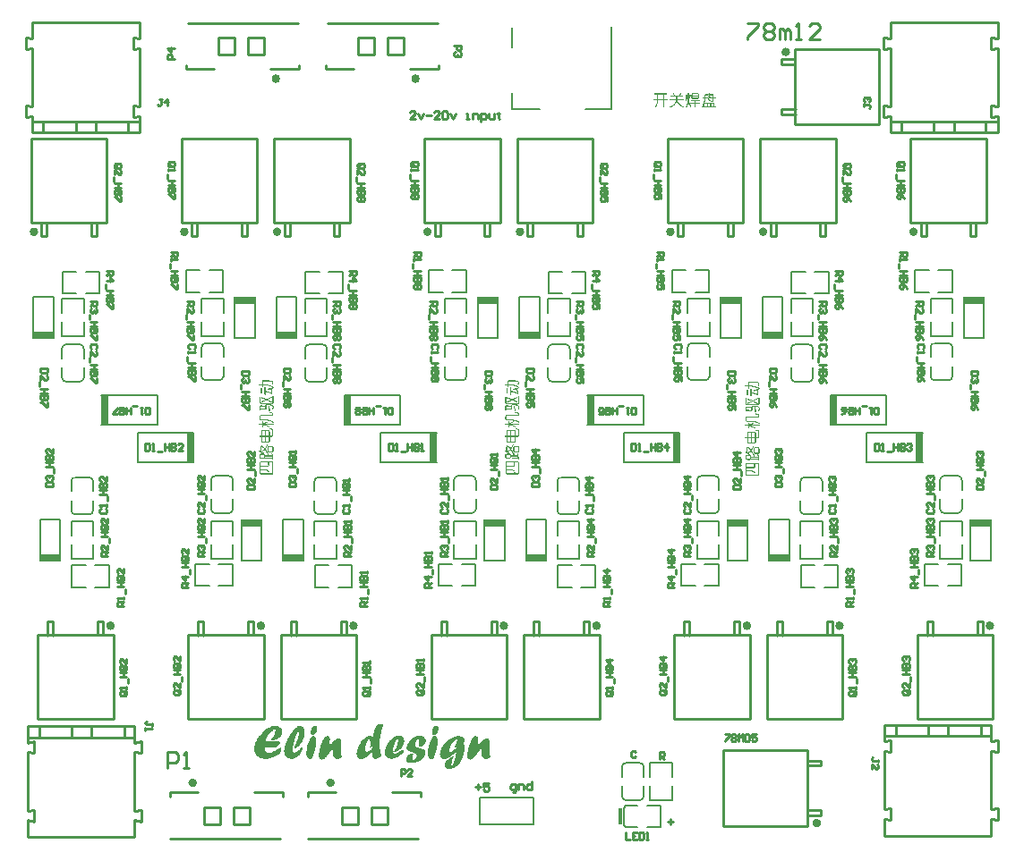
<source format=gto>
G04*
G04 #@! TF.GenerationSoftware,Altium Limited,Altium Designer,20.0.2 (26)*
G04*
G04 Layer_Color=65535*
%FSLAX25Y25*%
%MOIN*%
G70*
G01*
G75*
%ADD10C,0.01575*%
%ADD11C,0.00787*%
%ADD12C,0.01000*%
%ADD13R,0.01181X0.06299*%
%ADD14R,0.03150X0.11024*%
%ADD15R,0.07480X0.03150*%
G36*
X407450Y158291D02*
X407543D01*
X407765Y158217D01*
X407857Y158161D01*
X407950Y158087D01*
X407969Y158069D01*
X407987Y158050D01*
X408024Y157994D01*
X408061Y157921D01*
X408098Y157809D01*
X408135Y157680D01*
X408172Y157532D01*
Y157347D01*
Y157328D01*
Y157236D01*
X408154Y157124D01*
Y156958D01*
X408117Y156773D01*
X408080Y156569D01*
X408024Y156366D01*
X407950Y156143D01*
X407932Y156125D01*
X407913Y156051D01*
X407857Y155958D01*
X407802Y155829D01*
X407598Y155533D01*
X407487Y155385D01*
X407358Y155236D01*
X407339Y155218D01*
X407302Y155181D01*
X407228Y155125D01*
X407117Y155070D01*
X406876Y154940D01*
X406747Y154903D01*
X406599Y154885D01*
X406543D01*
X406451Y154903D01*
X406321Y154940D01*
X406173Y155014D01*
X406006Y155144D01*
X405877Y155310D01*
X405821Y155422D01*
X405784Y155551D01*
X405766Y155718D01*
X405747Y155884D01*
Y155903D01*
Y155977D01*
X405766Y156070D01*
X405784Y156218D01*
X405803Y156384D01*
X405858Y156588D01*
X405914Y156791D01*
X405988Y157032D01*
X406006Y157069D01*
X406025Y157143D01*
X406080Y157254D01*
X406154Y157402D01*
X406321Y157717D01*
X406432Y157865D01*
X406543Y157994D01*
X406580Y158031D01*
X406654Y158087D01*
X406747Y158161D01*
X406876Y158235D01*
X406913Y158254D01*
X406987Y158272D01*
X407135Y158291D01*
X407302Y158309D01*
X407376D01*
X407450Y158291D01*
D02*
G37*
G36*
X362249Y158291D02*
X362341D01*
X362563Y158217D01*
X362656Y158161D01*
X362749Y158087D01*
X362767Y158069D01*
X362786Y158050D01*
X362823Y157994D01*
X362860Y157920D01*
X362897Y157809D01*
X362934Y157680D01*
X362971Y157532D01*
Y157347D01*
Y157328D01*
Y157236D01*
X362952Y157124D01*
Y156958D01*
X362915Y156773D01*
X362878Y156569D01*
X362823Y156366D01*
X362749Y156143D01*
X362730Y156125D01*
X362712Y156051D01*
X362656Y155958D01*
X362600Y155829D01*
X362397Y155533D01*
X362286Y155385D01*
X362156Y155236D01*
X362138Y155218D01*
X362101Y155181D01*
X362027Y155125D01*
X361916Y155070D01*
X361675Y154940D01*
X361545Y154903D01*
X361397Y154885D01*
X361342D01*
X361249Y154903D01*
X361120Y154940D01*
X360972Y155014D01*
X360805Y155144D01*
X360675Y155310D01*
X360620Y155422D01*
X360583Y155551D01*
X360564Y155718D01*
X360546Y155884D01*
Y155903D01*
Y155977D01*
X360564Y156069D01*
X360583Y156218D01*
X360601Y156384D01*
X360657Y156588D01*
X360713Y156791D01*
X360787Y157032D01*
X360805Y157069D01*
X360823Y157143D01*
X360879Y157254D01*
X360953Y157402D01*
X361120Y157717D01*
X361231Y157865D01*
X361342Y157994D01*
X361379Y158031D01*
X361453Y158087D01*
X361545Y158161D01*
X361675Y158235D01*
X361712Y158254D01*
X361786Y158272D01*
X361934Y158291D01*
X362101Y158309D01*
X362175D01*
X362249Y158291D01*
D02*
G37*
G36*
X386978Y158920D02*
X387071Y158902D01*
X387163Y158883D01*
X387200D01*
X387293Y158846D01*
X387404Y158790D01*
X387515Y158716D01*
Y158698D01*
X387496Y158661D01*
X387478Y158587D01*
X387441Y158494D01*
X387404Y158383D01*
X387367Y158272D01*
X387274Y157976D01*
X387163Y157661D01*
X387071Y157328D01*
X386978Y157013D01*
X386904Y156736D01*
Y156699D01*
X386886Y156606D01*
X386849Y156458D01*
X386812Y156254D01*
X386756Y155995D01*
X386701Y155681D01*
X386627Y155310D01*
X386552Y154903D01*
Y154885D01*
X386534Y154811D01*
Y154718D01*
X386515Y154589D01*
X386478Y154422D01*
X386460Y154218D01*
X386441Y154015D01*
X386404Y153774D01*
X386349Y153237D01*
X386312Y152664D01*
X386275Y152071D01*
X386256Y151479D01*
Y151461D01*
Y151442D01*
Y151386D01*
Y151312D01*
Y151109D01*
X386275Y150850D01*
X386293Y150535D01*
X386312Y150183D01*
X386349Y149795D01*
X386404Y149387D01*
Y149369D01*
Y149332D01*
X386423Y149276D01*
X386441Y149202D01*
X386460Y149091D01*
X386478Y148980D01*
X386534Y148684D01*
X386608Y148332D01*
X386701Y147925D01*
X386830Y147462D01*
X386960Y146981D01*
X386941Y146962D01*
X386886Y146925D01*
X386793Y146870D01*
X386664Y146777D01*
X386515Y146703D01*
X386367Y146592D01*
X386034Y146407D01*
X386016D01*
X385960Y146370D01*
X385886Y146333D01*
X385775Y146278D01*
X385516Y146167D01*
X385220Y146055D01*
X385201D01*
X385164Y146037D01*
X385090Y146019D01*
X384998Y146000D01*
X384775Y145944D01*
X384553Y145926D01*
X384461D01*
X384387Y145944D01*
X384276Y145982D01*
X384146Y146055D01*
X384017Y146130D01*
X383906Y146259D01*
X383813Y146426D01*
Y146444D01*
X383794Y146500D01*
X383757Y146574D01*
X383720Y146666D01*
X383646Y146888D01*
X383591Y147092D01*
Y147111D01*
X383572Y147148D01*
Y147240D01*
X383554Y147370D01*
X383517Y147555D01*
X383498Y147795D01*
X383480Y147962D01*
X383443Y148129D01*
X383424Y148314D01*
X383406Y148517D01*
X383387Y148499D01*
X383350Y148462D01*
X383295Y148388D01*
X383202Y148314D01*
X383091Y148203D01*
X382962Y148073D01*
X382665Y147795D01*
X382314Y147481D01*
X381925Y147148D01*
X381518Y146833D01*
X381111Y146537D01*
X381092D01*
X381055Y146500D01*
X380999Y146481D01*
X380925Y146426D01*
X380740Y146315D01*
X380481Y146185D01*
X380204Y146055D01*
X379907Y145944D01*
X379630Y145870D01*
X379370Y145833D01*
X379333D01*
X379241Y145852D01*
X379111Y145870D01*
X378926Y145907D01*
X378741Y145982D01*
X378519Y146093D01*
X378315Y146241D01*
X378130Y146444D01*
X378112Y146481D01*
X378056Y146555D01*
X377982Y146685D01*
X377908Y146870D01*
X377816Y147092D01*
X377742Y147370D01*
X377686Y147666D01*
X377668Y148018D01*
Y148036D01*
Y148055D01*
Y148166D01*
X377686Y148351D01*
X377723Y148573D01*
X377760Y148851D01*
X377816Y149184D01*
X377908Y149535D01*
X378038Y149924D01*
Y149943D01*
X378056Y149980D01*
X378075Y150035D01*
X378112Y150109D01*
X378186Y150313D01*
X378297Y150591D01*
X378445Y150905D01*
X378630Y151238D01*
X378834Y151609D01*
X379056Y151979D01*
X379074Y152016D01*
X379130Y152090D01*
X379222Y152201D01*
X379333Y152367D01*
X379463Y152534D01*
X379611Y152719D01*
X379759Y152904D01*
X379926Y153071D01*
X379944Y153089D01*
X380000Y153145D01*
X380111Y153237D01*
X380222Y153349D01*
X380370Y153478D01*
X380555Y153626D01*
X380944Y153922D01*
X380962D01*
X380999Y153959D01*
X381036Y153978D01*
X381111Y154033D01*
X381314Y154144D01*
X381555Y154274D01*
X381832Y154385D01*
X382110Y154496D01*
X382406Y154570D01*
X382684Y154607D01*
X382739D01*
X382832Y154589D01*
X382925Y154552D01*
X383072Y154496D01*
X383239Y154403D01*
X383443Y154293D01*
X383665Y154144D01*
X383757Y154515D01*
Y154533D01*
X383776Y154570D01*
Y154626D01*
X383813Y154718D01*
X383831Y154829D01*
X383850Y154940D01*
X383924Y155218D01*
X383998Y155533D01*
X384091Y155866D01*
X384165Y156199D01*
X384257Y156495D01*
X384276Y156532D01*
X384294Y156625D01*
X384350Y156754D01*
X384405Y156939D01*
X384461Y157143D01*
X384553Y157347D01*
X384627Y157569D01*
X384720Y157772D01*
X384738Y157791D01*
X384757Y157865D01*
X384812Y157957D01*
X384868Y158069D01*
X385016Y158309D01*
X385109Y158439D01*
X385183Y158531D01*
X385201Y158550D01*
X385257Y158587D01*
X385349Y158661D01*
X385497Y158735D01*
X385683Y158809D01*
X385923Y158883D01*
X386201Y158920D01*
X386534Y158939D01*
X386774D01*
X386978Y158920D01*
D02*
G37*
G36*
X347663Y158272D02*
X347922Y158235D01*
X348218Y158161D01*
X348533Y158050D01*
X348848Y157883D01*
X349162Y157680D01*
X349181D01*
X349199Y157643D01*
X349292Y157569D01*
X349421Y157439D01*
X349569Y157254D01*
X349699Y157032D01*
X349829Y156773D01*
X349921Y156477D01*
X349958Y156310D01*
Y156143D01*
Y156125D01*
Y156069D01*
Y155995D01*
X349940Y155884D01*
X349921Y155773D01*
X349903Y155625D01*
X349810Y155292D01*
Y155273D01*
X349792Y155218D01*
X349755Y155125D01*
X349699Y155014D01*
X349588Y154755D01*
X349421Y154478D01*
X349403Y154459D01*
X349384Y154422D01*
X349310Y154348D01*
X349236Y154255D01*
X349144Y154126D01*
X349014Y154015D01*
X348866Y153867D01*
X348681Y153737D01*
X348662Y153719D01*
X348588Y153682D01*
X348496Y153608D01*
X348366Y153534D01*
X348200Y153441D01*
X348015Y153330D01*
X347793Y153219D01*
X347570Y153126D01*
X347533Y153108D01*
X347441Y153089D01*
X347311Y153034D01*
X347145Y152997D01*
X346941Y152941D01*
X346719Y152886D01*
X346515Y152867D01*
X346312Y152849D01*
X346238D01*
X346145Y152867D01*
X346053Y152886D01*
X345960Y152904D01*
X345867Y152960D01*
X345812Y153015D01*
X345793Y153089D01*
Y153126D01*
X345830Y153219D01*
X345867Y153274D01*
X345904Y153367D01*
X345978Y153460D01*
X346071Y153571D01*
X346090Y153589D01*
X346127Y153626D01*
X346201Y153682D01*
X346275Y153774D01*
X346367Y153885D01*
X346478Y154015D01*
X346589Y154163D01*
X346700Y154348D01*
X346719Y154367D01*
X346756Y154441D01*
X346793Y154552D01*
X346867Y154700D01*
X346941Y154885D01*
X347034Y155107D01*
X347108Y155329D01*
X347200Y155588D01*
X347219Y155625D01*
X347237Y155699D01*
X347274Y155847D01*
X347311Y155995D01*
X347348Y156181D01*
X347385Y156366D01*
X347422Y156551D01*
Y156717D01*
Y156736D01*
Y156773D01*
X347404Y156884D01*
X347330Y156995D01*
X347293Y157032D01*
X347219Y157051D01*
X347200D01*
X347163Y157032D01*
X347071Y157013D01*
X346959Y156958D01*
X346812Y156884D01*
X346608Y156754D01*
X346367Y156588D01*
X346090Y156347D01*
X346053Y156310D01*
X345960Y156236D01*
X345812Y156088D01*
X345627Y155921D01*
X345423Y155718D01*
X345201Y155496D01*
X344998Y155255D01*
X344812Y154996D01*
X344794Y154977D01*
X344738Y154885D01*
X344664Y154755D01*
X344553Y154607D01*
X344442Y154403D01*
X344313Y154200D01*
X344072Y153719D01*
X344054Y153682D01*
X344035Y153608D01*
X343979Y153478D01*
X343924Y153311D01*
X343868Y153126D01*
X343794Y152923D01*
X343702Y152460D01*
X348570D01*
X348699Y152442D01*
X348848Y152404D01*
X348977Y152367D01*
X349107Y152293D01*
X349199Y152182D01*
X349236Y152127D01*
Y152053D01*
Y152034D01*
X349218Y151979D01*
X349199Y151886D01*
X349125Y151757D01*
X349014Y151572D01*
X348866Y151368D01*
X348644Y151109D01*
X348496Y150961D01*
X348348Y150813D01*
X348311Y150776D01*
X348200Y150683D01*
X348033Y150572D01*
X347830Y150424D01*
X347589Y150276D01*
X347330Y150165D01*
X347052Y150072D01*
X346774Y150035D01*
X343535Y150054D01*
Y149832D01*
Y149795D01*
Y149721D01*
X343554Y149591D01*
X343591Y149443D01*
X343628Y149258D01*
X343683Y149054D01*
X343776Y148851D01*
X343905Y148647D01*
X343924Y148628D01*
X343979Y148573D01*
X344054Y148480D01*
X344146Y148388D01*
X344276Y148295D01*
X344405Y148203D01*
X344553Y148147D01*
X344720Y148129D01*
X344812D01*
X344905Y148147D01*
X345053Y148166D01*
X345257Y148203D01*
X345479Y148277D01*
X345738Y148351D01*
X346053Y148462D01*
X346071D01*
X346090Y148480D01*
X346145Y148499D01*
X346201Y148517D01*
X346386Y148610D01*
X346645Y148703D01*
X346941Y148851D01*
X347274Y149017D01*
X347663Y149202D01*
X348070Y149424D01*
X348385Y149609D01*
X348403D01*
X348440Y149646D01*
X348551Y149721D01*
X348699Y149813D01*
X348755Y149850D01*
X348811Y149887D01*
X348829Y149906D01*
X348903Y149943D01*
X348996Y149998D01*
X349088Y150054D01*
X349310Y150165D01*
X349403Y150202D01*
X349477Y150220D01*
X349495D01*
X349569Y150183D01*
X349588Y150146D01*
X349625Y150091D01*
X349643Y150017D01*
Y149924D01*
Y149906D01*
Y149869D01*
Y149795D01*
X349625Y149702D01*
X349606Y149591D01*
X349588Y149480D01*
X349514Y149184D01*
Y149165D01*
X349495Y149110D01*
X349477Y149036D01*
X349440Y148925D01*
X349347Y148684D01*
X349218Y148388D01*
Y148369D01*
X349181Y148332D01*
X349162Y148258D01*
X349107Y148184D01*
X348996Y147999D01*
X348940Y147925D01*
X348866Y147851D01*
X348848Y147833D01*
X348774Y147777D01*
X348644Y147684D01*
X348459Y147555D01*
X348218Y147425D01*
X347922Y147259D01*
X347552Y147074D01*
X347126Y146870D01*
X347108D01*
X347071Y146852D01*
X346996Y146814D01*
X346922Y146777D01*
X346812Y146740D01*
X346682Y146685D01*
X346349Y146555D01*
X345978Y146426D01*
X345553Y146278D01*
X345109Y146148D01*
X344627Y146019D01*
X344609D01*
X344553Y146000D01*
X344479D01*
X344368Y145982D01*
X344127Y145963D01*
X343850Y145944D01*
X343646D01*
X343535Y145963D01*
X343406D01*
X343109Y146000D01*
X342758Y146055D01*
X342388Y146148D01*
X341999Y146259D01*
X341610Y146426D01*
X341592D01*
X341573Y146444D01*
X341518Y146481D01*
X341444Y146518D01*
X341258Y146629D01*
X341036Y146777D01*
X340796Y146981D01*
X340537Y147222D01*
X340277Y147481D01*
X340055Y147795D01*
Y147814D01*
X340037Y147833D01*
X339963Y147944D01*
X339889Y148129D01*
X339778Y148369D01*
X339685Y148647D01*
X339593Y148980D01*
X339518Y149332D01*
X339500Y149721D01*
Y149739D01*
Y149758D01*
Y149869D01*
X339518Y150054D01*
X339537Y150294D01*
X339593Y150572D01*
X339648Y150905D01*
X339741Y151257D01*
X339852Y151646D01*
Y151664D01*
X339870Y151701D01*
X339889Y151757D01*
X339926Y151831D01*
X339963Y151923D01*
X340000Y152034D01*
X340111Y152312D01*
X340259Y152627D01*
X340444Y152978D01*
X340648Y153367D01*
X340870Y153756D01*
Y153774D01*
X340907Y153811D01*
X340944Y153867D01*
X340981Y153941D01*
X341129Y154126D01*
X341314Y154385D01*
X341536Y154681D01*
X341777Y155014D01*
X342073Y155329D01*
X342369Y155662D01*
X342406Y155699D01*
X342499Y155792D01*
X342647Y155940D01*
X342850Y156125D01*
X343072Y156329D01*
X343350Y156569D01*
X343665Y156791D01*
X343979Y157032D01*
X343998D01*
X344016Y157051D01*
X344127Y157124D01*
X344313Y157236D01*
X344535Y157384D01*
X344794Y157532D01*
X345090Y157680D01*
X345386Y157846D01*
X345701Y157976D01*
X345719D01*
X345738Y157994D01*
X345849Y158031D01*
X346016Y158087D01*
X346219Y158143D01*
X346460Y158198D01*
X346719Y158254D01*
X346996Y158291D01*
X347274Y158309D01*
X347459D01*
X347663Y158272D01*
D02*
G37*
G36*
X401472Y154626D02*
X401620Y154607D01*
X401786Y154570D01*
X401971Y154533D01*
X402156Y154459D01*
X402341Y154367D01*
X402360Y154348D01*
X402434Y154311D01*
X402508Y154255D01*
X402638Y154181D01*
X402749Y154089D01*
X402897Y153959D01*
X403026Y153830D01*
X403137Y153663D01*
X403156Y153645D01*
X403193Y153589D01*
X403230Y153497D01*
X403286Y153385D01*
X403341Y153237D01*
X403397Y153071D01*
X403415Y152886D01*
X403434Y152701D01*
Y152682D01*
Y152608D01*
X403415Y152515D01*
X403397Y152367D01*
X403360Y152219D01*
X403286Y152034D01*
X403211Y151849D01*
X403100Y151646D01*
X403082Y151627D01*
X403045Y151553D01*
X402971Y151461D01*
X402878Y151331D01*
X402767Y151183D01*
X402619Y151035D01*
X402471Y150887D01*
X402286Y150739D01*
X402267Y150720D01*
X402212Y150683D01*
X402119Y150628D01*
X401990Y150572D01*
X401860Y150498D01*
X401694Y150442D01*
X401545Y150405D01*
X401379Y150387D01*
X401342D01*
X401231Y150405D01*
X401083Y150424D01*
X400935Y150479D01*
X400916Y150498D01*
X400861Y150554D01*
X400787Y150628D01*
X400768Y150720D01*
Y150739D01*
Y150813D01*
X400787Y150924D01*
X400824Y151090D01*
X400842Y151127D01*
X400861Y151220D01*
X400898Y151368D01*
X400935Y151534D01*
X400972Y151757D01*
X400990Y151979D01*
X401027Y152201D01*
Y152423D01*
Y152442D01*
Y152515D01*
X401009Y152627D01*
X400990Y152775D01*
X400935Y152923D01*
X400879Y153108D01*
X400787Y153312D01*
X400676Y153497D01*
X400657Y153478D01*
X400601Y153441D01*
X400527Y153385D01*
X400453Y153312D01*
X400268Y153145D01*
X400176Y153071D01*
X400120Y152997D01*
X400102Y152978D01*
X400065Y152923D01*
X400009Y152849D01*
X399935Y152738D01*
X399843Y152608D01*
X399769Y152460D01*
X399602Y152108D01*
Y152090D01*
X399565Y152016D01*
X399546Y151923D01*
X399509Y151794D01*
X399472Y151646D01*
X399435Y151497D01*
X399417Y151312D01*
X399398Y151146D01*
Y151127D01*
Y151090D01*
Y151035D01*
X399417Y150961D01*
X399454Y150794D01*
X399528Y150628D01*
X399565Y150591D01*
X399639Y150516D01*
X399787Y150424D01*
X400009Y150313D01*
X400028D01*
X400065Y150294D01*
X400157Y150257D01*
X400268Y150220D01*
X400398Y150183D01*
X400583Y150128D01*
X400787Y150072D01*
X401027Y150017D01*
X401046D01*
X401083Y149998D01*
X401138D01*
X401212Y149961D01*
X401416Y149924D01*
X401657Y149850D01*
X401916Y149758D01*
X402175Y149665D01*
X402416Y149572D01*
X402619Y149480D01*
X402638Y149461D01*
X402712Y149424D01*
X402804Y149350D01*
X402952Y149221D01*
X402971Y149202D01*
X403008Y149147D01*
X403063Y149073D01*
X403137Y148962D01*
X403193Y148832D01*
X403248Y148665D01*
X403286Y148480D01*
X403304Y148277D01*
Y148258D01*
Y148166D01*
X403286Y148055D01*
X403248Y147888D01*
X403211Y147703D01*
X403137Y147499D01*
X403045Y147277D01*
X402915Y147037D01*
X402897Y147018D01*
X402841Y146925D01*
X402749Y146796D01*
X402619Y146648D01*
X402453Y146444D01*
X402249Y146222D01*
X402008Y145982D01*
X401731Y145741D01*
X401712D01*
X401694Y145704D01*
X401582Y145630D01*
X401416Y145500D01*
X401194Y145334D01*
X400935Y145167D01*
X400638Y145001D01*
X400324Y144834D01*
X400009Y144704D01*
X399972Y144686D01*
X399861Y144649D01*
X399694Y144612D01*
X399472Y144556D01*
X399195Y144482D01*
X398862Y144445D01*
X398510Y144408D01*
X398140Y144390D01*
X397973D01*
X397807Y144408D01*
X397584Y144445D01*
X397325Y144482D01*
X397066Y144556D01*
X396826Y144667D01*
X396585Y144797D01*
X396566Y144815D01*
X396492Y144871D01*
X396418Y144963D01*
X396307Y145074D01*
X396215Y145223D01*
X396122Y145408D01*
X396048Y145611D01*
X396029Y145852D01*
Y145870D01*
Y145926D01*
X396048Y146019D01*
X396085Y146148D01*
X396122Y146296D01*
X396178Y146463D01*
X396270Y146629D01*
X396400Y146815D01*
X396418Y146833D01*
X396474Y146907D01*
X396548Y146981D01*
X396659Y147111D01*
X396789Y147240D01*
X396955Y147370D01*
X397122Y147499D01*
X397325Y147629D01*
X397344Y147647D01*
X397418Y147684D01*
X397529Y147721D01*
X397677Y147795D01*
X397844Y147851D01*
X398029Y147888D01*
X398214Y147925D01*
X398417Y147944D01*
X398547D01*
X398621Y147925D01*
X398695Y147906D01*
X398769Y147870D01*
X398806Y147814D01*
X398825Y147758D01*
Y147740D01*
X398806Y147684D01*
X398769Y147592D01*
X398695Y147462D01*
X398676Y147444D01*
X398639Y147351D01*
X398584Y147240D01*
X398528Y147092D01*
X398473Y146907D01*
X398417Y146722D01*
X398380Y146518D01*
X398362Y146315D01*
Y146296D01*
Y146259D01*
X398380Y146185D01*
X398399Y146093D01*
X398436Y145982D01*
X398473Y145870D01*
X398547Y145741D01*
X398639Y145611D01*
X398658D01*
X398732Y145630D01*
X398825Y145648D01*
X398954Y145685D01*
X399102Y145759D01*
X399269Y145852D01*
X399435Y145963D01*
X399602Y146130D01*
X399621Y146148D01*
X399676Y146222D01*
X399750Y146315D01*
X399824Y146444D01*
X399898Y146592D01*
X399972Y146777D01*
X400028Y146962D01*
X400046Y147166D01*
Y147185D01*
Y147240D01*
X400028Y147314D01*
X400009Y147407D01*
X399972Y147499D01*
X399935Y147610D01*
X399861Y147703D01*
X399769Y147795D01*
X399750Y147814D01*
X399713Y147851D01*
X399639Y147906D01*
X399509Y147962D01*
X399343Y148055D01*
X399121Y148147D01*
X398862Y148240D01*
X398528Y148351D01*
X398510D01*
X398473Y148369D01*
X398399Y148388D01*
X398306Y148425D01*
X398177Y148462D01*
X398047Y148499D01*
X397769Y148610D01*
X397455Y148758D01*
X397140Y148906D01*
X396881Y149073D01*
X396770Y149165D01*
X396677Y149258D01*
X396659Y149276D01*
X396622Y149332D01*
X396548Y149424D01*
X396492Y149535D01*
X396418Y149683D01*
X396344Y149850D01*
X396307Y150035D01*
X396289Y150239D01*
Y150257D01*
Y150294D01*
Y150350D01*
X396307Y150424D01*
X396326Y150628D01*
X396381Y150887D01*
X396474Y151201D01*
X396603Y151534D01*
X396789Y151905D01*
X397029Y152293D01*
Y152312D01*
X397066Y152349D01*
X397103Y152386D01*
X397159Y152460D01*
X397325Y152664D01*
X397547Y152886D01*
X397825Y153163D01*
X398140Y153441D01*
X398510Y153719D01*
X398917Y153978D01*
X398936D01*
X398973Y154015D01*
X399028Y154033D01*
X399121Y154089D01*
X399232Y154126D01*
X399343Y154181D01*
X399658Y154311D01*
X400009Y154441D01*
X400398Y154533D01*
X400824Y154607D01*
X401268Y154644D01*
X401360D01*
X401472Y154626D01*
D02*
G37*
G36*
X356788Y158291D02*
X356918Y158272D01*
X357048Y158235D01*
X357196Y158180D01*
X357344Y158106D01*
X357492Y157994D01*
X357510Y157976D01*
X357566Y157939D01*
X357621Y157865D01*
X357714Y157772D01*
X357806Y157661D01*
X357917Y157513D01*
X358010Y157347D01*
X358103Y157161D01*
X358121Y157143D01*
X358140Y157069D01*
X358177Y156958D01*
X358214Y156828D01*
X358251Y156643D01*
X358288Y156440D01*
X358325Y156218D01*
Y155977D01*
Y155958D01*
Y155921D01*
Y155847D01*
Y155736D01*
X358306Y155607D01*
X358288Y155477D01*
Y155292D01*
X358251Y155125D01*
X358195Y154700D01*
X358084Y154237D01*
X357955Y153756D01*
X357769Y153256D01*
Y153237D01*
X357751Y153200D01*
X357714Y153126D01*
X357677Y153034D01*
X357621Y152923D01*
X357547Y152775D01*
X357381Y152460D01*
X357158Y152108D01*
X356899Y151720D01*
X356603Y151331D01*
X356252Y150942D01*
X356233Y150924D01*
X356177Y150868D01*
X356085Y150776D01*
X355974Y150664D01*
X355826Y150554D01*
X355678Y150424D01*
X355530Y150313D01*
X355363Y150202D01*
X355345Y150183D01*
X355289Y150165D01*
X355215Y150128D01*
X355104Y150072D01*
X354863Y149980D01*
X354752Y149961D01*
X354623Y149943D01*
X354586D01*
X354475Y149980D01*
X354382Y150035D01*
X354345Y150091D01*
X354327Y150165D01*
Y150202D01*
X354363Y150294D01*
X354382Y150350D01*
X354419Y150442D01*
X354475Y150554D01*
X354549Y150683D01*
X354567Y150701D01*
X354604Y150776D01*
X354678Y150887D01*
X354752Y151053D01*
X354863Y151257D01*
X354993Y151516D01*
X355122Y151812D01*
X355271Y152164D01*
Y152182D01*
X355289Y152219D01*
X355326Y152293D01*
X355345Y152367D01*
Y152386D01*
X355382Y152442D01*
X355400Y152534D01*
X355456Y152664D01*
Y152682D01*
X355474Y152719D01*
X355493Y152756D01*
X355511Y152849D01*
X355585Y153052D01*
X355659Y153311D01*
X355752Y153626D01*
X355863Y153978D01*
X355955Y154367D01*
X356048Y154774D01*
Y154792D01*
X356066Y154829D01*
Y154885D01*
X356085Y154959D01*
X356122Y155144D01*
X356177Y155403D01*
X356214Y155662D01*
X356252Y155940D01*
X356270Y156218D01*
X356289Y156458D01*
Y156477D01*
X356270Y156551D01*
X356252Y156606D01*
X356196Y156625D01*
X356159Y156606D01*
X356122Y156588D01*
X356085Y156551D01*
X356011Y156458D01*
X355918Y156347D01*
X355826Y156199D01*
X355696Y155977D01*
X355678Y155958D01*
X355641Y155866D01*
X355567Y155736D01*
X355493Y155588D01*
X355400Y155385D01*
X355308Y155162D01*
X355104Y154681D01*
Y154663D01*
X355085Y154626D01*
X355048Y154533D01*
X355011Y154441D01*
X354974Y154311D01*
X354919Y154181D01*
X354808Y153848D01*
X354678Y153460D01*
X354549Y153052D01*
X354419Y152664D01*
X354308Y152275D01*
Y152256D01*
X354290Y152238D01*
Y152182D01*
X354271Y152108D01*
X354216Y151942D01*
X354160Y151720D01*
X354086Y151460D01*
X354030Y151183D01*
X353975Y150924D01*
X353919Y150664D01*
Y150628D01*
X353901Y150554D01*
X353882Y150424D01*
Y150257D01*
X353864Y150054D01*
X353845Y149832D01*
X353827Y149350D01*
Y149332D01*
Y149258D01*
Y149147D01*
X353845Y149017D01*
X353882Y148740D01*
X353901Y148610D01*
X353938Y148499D01*
Y148480D01*
X353956Y148462D01*
X354049Y148369D01*
X354178Y148277D01*
X354253Y148258D01*
X354363Y148240D01*
X354456D01*
X354549Y148258D01*
X354678Y148295D01*
X354845Y148351D01*
X355011Y148425D01*
X355215Y148517D01*
X355437Y148665D01*
X355474Y148684D01*
X355548Y148740D01*
X355659Y148851D01*
X355807Y148980D01*
X355974Y149147D01*
X356159Y149332D01*
X356363Y149554D01*
X356548Y149813D01*
X356566Y149832D01*
X356603Y149906D01*
X356677Y149980D01*
X356770Y150091D01*
X356862Y150183D01*
X356955Y150276D01*
X357048Y150331D01*
X357140Y150350D01*
X357177D01*
X357233Y150331D01*
X357288Y150294D01*
X357325Y150239D01*
X357381Y150165D01*
X357399Y150054D01*
X357418Y149906D01*
Y149887D01*
Y149869D01*
Y149813D01*
Y149739D01*
X357381Y149554D01*
X357344Y149313D01*
X357270Y149036D01*
X357158Y148703D01*
X357011Y148369D01*
X356807Y148036D01*
Y148018D01*
X356788Y147999D01*
X356696Y147888D01*
X356566Y147721D01*
X356400Y147518D01*
X356177Y147277D01*
X355918Y147037D01*
X355604Y146777D01*
X355271Y146555D01*
X355252D01*
X355234Y146537D01*
X355178Y146500D01*
X355104Y146463D01*
X354919Y146389D01*
X354678Y146278D01*
X354401Y146185D01*
X354067Y146093D01*
X353734Y146019D01*
X353364Y146000D01*
X353253D01*
X353160Y146019D01*
X353068D01*
X352938Y146037D01*
X352661Y146093D01*
X352364Y146185D01*
X352031Y146315D01*
X351698Y146500D01*
X351402Y146740D01*
X351365Y146777D01*
X351291Y146870D01*
X351161Y147037D01*
X351032Y147277D01*
X350902Y147555D01*
X350773Y147888D01*
X350698Y148277D01*
X350661Y148721D01*
Y148740D01*
Y148758D01*
Y148813D01*
Y148906D01*
X350680Y148999D01*
Y149110D01*
X350717Y149387D01*
X350773Y149739D01*
X350847Y150128D01*
X350939Y150572D01*
X351087Y151053D01*
Y151072D01*
X351106Y151109D01*
X351124Y151183D01*
X351161Y151294D01*
X351217Y151405D01*
X351254Y151553D01*
X351328Y151720D01*
X351383Y151905D01*
X351550Y152312D01*
X351735Y152756D01*
X351976Y153256D01*
X352216Y153756D01*
Y153774D01*
X352253Y153811D01*
X352290Y153885D01*
X352346Y153996D01*
X352401Y154107D01*
X352494Y154255D01*
X352679Y154570D01*
X352920Y154959D01*
X353179Y155366D01*
X353475Y155792D01*
X353790Y156218D01*
X353808Y156236D01*
X353827Y156273D01*
X353882Y156329D01*
X353938Y156403D01*
X354104Y156606D01*
X354327Y156847D01*
X354567Y157124D01*
X354863Y157402D01*
X355159Y157680D01*
X355474Y157920D01*
X355493Y157939D01*
X355567Y157976D01*
X355678Y158050D01*
X355807Y158124D01*
X355974Y158180D01*
X356177Y158254D01*
X356400Y158291D01*
X356622Y158309D01*
X356696D01*
X356788Y158291D01*
D02*
G37*
G36*
X393901Y154663D02*
X394086Y154607D01*
X394290Y154552D01*
X394512Y154459D01*
X394734Y154330D01*
X394919Y154144D01*
X394937Y154126D01*
X394993Y154052D01*
X395067Y153922D01*
X395160Y153756D01*
X395252Y153552D01*
X395326Y153293D01*
X395382Y153015D01*
X395400Y152682D01*
Y152645D01*
Y152552D01*
X395382Y152404D01*
X395345Y152219D01*
X395308Y151997D01*
X395234Y151738D01*
X395141Y151461D01*
X395011Y151164D01*
X394993Y151127D01*
X394937Y151035D01*
X394863Y150887D01*
X394734Y150683D01*
X394586Y150461D01*
X394382Y150202D01*
X394160Y149943D01*
X393901Y149665D01*
X393882Y149646D01*
X393790Y149572D01*
X393679Y149461D01*
X393531Y149313D01*
X393346Y149165D01*
X393142Y149017D01*
X392920Y148851D01*
X392698Y148721D01*
X392679Y148703D01*
X392605Y148665D01*
X392494Y148610D01*
X392365Y148554D01*
X392198Y148499D01*
X392031Y148443D01*
X391865Y148406D01*
X391698Y148388D01*
X391661D01*
X391569Y148406D01*
X391439Y148425D01*
X391291Y148480D01*
Y148462D01*
X391309Y148406D01*
X391365Y148314D01*
X391421Y148221D01*
X391513Y148110D01*
X391643Y148036D01*
X391791Y147962D01*
X391994Y147944D01*
X392031D01*
X392124Y147962D01*
X392253Y147981D01*
X392457Y148036D01*
X392716Y148129D01*
X392994Y148277D01*
X393346Y148462D01*
X393716Y148721D01*
X393753Y148740D01*
X393827Y148795D01*
X393919Y148869D01*
X394049Y148962D01*
X394197Y149036D01*
X394327Y149110D01*
X394456Y149165D01*
X394549Y149184D01*
X394604D01*
X394715Y149165D01*
X394882Y149128D01*
X395048Y149036D01*
X395067D01*
X395086Y149017D01*
X395178Y148943D01*
X395252Y148851D01*
X395271Y148795D01*
X395289Y148740D01*
Y148703D01*
X395252Y148628D01*
X395178Y148499D01*
X395123Y148406D01*
X395030Y148314D01*
X395011Y148295D01*
X394937Y148240D01*
X394845Y148147D01*
X394715Y148018D01*
X394549Y147888D01*
X394364Y147721D01*
X394160Y147555D01*
X393938Y147388D01*
X393919Y147370D01*
X393827Y147314D01*
X393716Y147240D01*
X393568Y147129D01*
X393383Y147000D01*
X393179Y146888D01*
X392753Y146629D01*
X392735Y146611D01*
X392661Y146574D01*
X392550Y146518D01*
X392402Y146463D01*
X392216Y146389D01*
X392031Y146315D01*
X391606Y146167D01*
X391587D01*
X391513Y146148D01*
X391402Y146111D01*
X391272Y146093D01*
X391124Y146055D01*
X390958Y146019D01*
X390606Y146000D01*
X390495D01*
X390421Y146019D01*
X390217Y146037D01*
X389977Y146074D01*
X389681Y146148D01*
X389385Y146259D01*
X389088Y146426D01*
X388829Y146629D01*
X388792Y146666D01*
X388718Y146740D01*
X388626Y146888D01*
X388496Y147092D01*
X388366Y147333D01*
X388274Y147629D01*
X388200Y147962D01*
X388163Y148332D01*
Y148351D01*
Y148369D01*
Y148480D01*
X388181Y148647D01*
X388200Y148869D01*
X388255Y149147D01*
X388311Y149443D01*
X388403Y149795D01*
X388514Y150165D01*
Y150183D01*
X388533Y150220D01*
X388551Y150276D01*
X388589Y150350D01*
X388663Y150535D01*
X388774Y150794D01*
X388903Y151090D01*
X389070Y151423D01*
X389255Y151757D01*
X389458Y152090D01*
Y152108D01*
X389495Y152145D01*
X389532Y152182D01*
X389588Y152256D01*
X389736Y152460D01*
X389940Y152701D01*
X390180Y152978D01*
X390476Y153256D01*
X390810Y153552D01*
X391180Y153830D01*
X391198Y153848D01*
X391235Y153867D01*
X391309Y153904D01*
X391402Y153959D01*
X391513Y154033D01*
X391643Y154107D01*
X391957Y154255D01*
X392327Y154403D01*
X392735Y154552D01*
X393161Y154644D01*
X393383Y154681D01*
X393734D01*
X393901Y154663D01*
D02*
G37*
G36*
X406895Y154459D02*
X407024Y154422D01*
X407154Y154367D01*
X407284Y154274D01*
X407413Y154163D01*
X407543Y153996D01*
X407561Y153978D01*
X407598Y153904D01*
X407635Y153811D01*
X407709Y153663D01*
X407765Y153478D01*
X407802Y153274D01*
X407839Y153034D01*
X407857Y152756D01*
Y152738D01*
Y152701D01*
Y152645D01*
Y152552D01*
X407839Y152442D01*
Y152312D01*
Y152164D01*
X407820Y151997D01*
X407783Y151609D01*
X407709Y151164D01*
X407635Y150646D01*
X407524Y150091D01*
Y150072D01*
X407506Y150017D01*
X407487Y149943D01*
X407469Y149832D01*
X407432Y149683D01*
X407395Y149517D01*
X407358Y149332D01*
X407302Y149128D01*
X407228Y148906D01*
X407173Y148647D01*
X407024Y148110D01*
X406839Y147536D01*
X406636Y146925D01*
X406617Y146907D01*
X406599Y146815D01*
X406543Y146703D01*
X406469Y146574D01*
X406284Y146278D01*
X406191Y146148D01*
X406062Y146037D01*
X406043D01*
X406025Y146019D01*
X405914Y145982D01*
X405747Y145926D01*
X405525Y145907D01*
X405488D01*
X405433Y145926D01*
X405359Y145944D01*
X405266Y145963D01*
X405155Y146019D01*
X405025Y146074D01*
X404896Y146148D01*
X404766Y146259D01*
X404748Y146278D01*
X404711Y146333D01*
X404655Y146407D01*
X404581Y146500D01*
X404507Y146611D01*
X404433Y146740D01*
X404359Y146888D01*
X404304Y147037D01*
Y147055D01*
X404285Y147111D01*
X404267Y147203D01*
X404248Y147333D01*
X404211Y147481D01*
X404192Y147666D01*
X404174Y147870D01*
Y148110D01*
Y148129D01*
Y148184D01*
Y148258D01*
Y148369D01*
X404192Y148517D01*
X404211Y148684D01*
Y148869D01*
X404248Y149091D01*
X404267Y149313D01*
X404304Y149572D01*
X404396Y150146D01*
X404526Y150776D01*
X404711Y151442D01*
Y151461D01*
X404729Y151516D01*
X404766Y151627D01*
X404803Y151738D01*
X404859Y151905D01*
X404914Y152071D01*
X405081Y152479D01*
X405266Y152904D01*
X405470Y153349D01*
X405710Y153774D01*
X405821Y153959D01*
X405951Y154126D01*
X405969Y154144D01*
X406006Y154181D01*
X406062Y154237D01*
X406154Y154311D01*
X406266Y154367D01*
X406395Y154422D01*
X406543Y154459D01*
X406728Y154478D01*
X406821D01*
X406895Y154459D01*
D02*
G37*
G36*
X361694Y154459D02*
X361823Y154422D01*
X361953Y154367D01*
X362082Y154274D01*
X362212Y154163D01*
X362341Y153996D01*
X362360Y153978D01*
X362397Y153904D01*
X362434Y153811D01*
X362508Y153663D01*
X362563Y153478D01*
X362600Y153274D01*
X362637Y153034D01*
X362656Y152756D01*
Y152738D01*
Y152701D01*
Y152645D01*
Y152552D01*
X362637Y152442D01*
Y152312D01*
Y152164D01*
X362619Y151997D01*
X362582Y151609D01*
X362508Y151164D01*
X362434Y150646D01*
X362323Y150091D01*
Y150072D01*
X362304Y150017D01*
X362286Y149943D01*
X362267Y149832D01*
X362230Y149683D01*
X362193Y149517D01*
X362156Y149332D01*
X362101Y149128D01*
X362027Y148906D01*
X361971Y148647D01*
X361823Y148110D01*
X361638Y147536D01*
X361434Y146925D01*
X361416Y146907D01*
X361397Y146814D01*
X361342Y146703D01*
X361268Y146574D01*
X361083Y146278D01*
X360990Y146148D01*
X360860Y146037D01*
X360842D01*
X360823Y146019D01*
X360713Y145982D01*
X360546Y145926D01*
X360324Y145907D01*
X360287D01*
X360231Y145926D01*
X360157Y145944D01*
X360065Y145963D01*
X359953Y146019D01*
X359824Y146074D01*
X359694Y146148D01*
X359565Y146259D01*
X359546Y146278D01*
X359509Y146333D01*
X359454Y146407D01*
X359380Y146500D01*
X359306Y146611D01*
X359232Y146740D01*
X359158Y146888D01*
X359102Y147037D01*
Y147055D01*
X359084Y147111D01*
X359065Y147203D01*
X359047Y147333D01*
X359010Y147481D01*
X358991Y147666D01*
X358973Y147870D01*
Y148110D01*
Y148129D01*
Y148184D01*
Y148258D01*
Y148369D01*
X358991Y148517D01*
X359010Y148684D01*
Y148869D01*
X359047Y149091D01*
X359065Y149313D01*
X359102Y149572D01*
X359195Y150146D01*
X359324Y150776D01*
X359509Y151442D01*
Y151460D01*
X359528Y151516D01*
X359565Y151627D01*
X359602Y151738D01*
X359657Y151905D01*
X359713Y152071D01*
X359879Y152479D01*
X360065Y152904D01*
X360268Y153349D01*
X360509Y153774D01*
X360620Y153959D01*
X360750Y154126D01*
X360768Y154144D01*
X360805Y154181D01*
X360860Y154237D01*
X360953Y154311D01*
X361064Y154367D01*
X361194Y154422D01*
X361342Y154459D01*
X361527Y154478D01*
X361619D01*
X361694Y154459D01*
D02*
G37*
G36*
X422203Y154459D02*
X422351Y154422D01*
X422517Y154330D01*
X422684Y154181D01*
X422758Y154089D01*
X422832Y153959D01*
X422888Y153830D01*
X422943Y153663D01*
X422962Y153478D01*
X422980Y153256D01*
Y153237D01*
Y153219D01*
Y153163D01*
Y153089D01*
X422962Y152997D01*
Y152886D01*
X422943Y152756D01*
Y152608D01*
X422906Y152442D01*
X422888Y152256D01*
X422869Y152053D01*
X422832Y151812D01*
X422740Y151312D01*
X422610Y150739D01*
X422647Y150701D01*
X423165Y151331D01*
X423184Y151349D01*
X423202Y151368D01*
X423295Y151479D01*
X423443Y151646D01*
X423628Y151831D01*
X423832Y152053D01*
X424054Y152275D01*
X424276Y152479D01*
X424461Y152664D01*
X424479Y152682D01*
X424535Y152738D01*
X424627Y152812D01*
X424757Y152904D01*
X425016Y153126D01*
X425164Y153219D01*
X425312Y153312D01*
X425331Y153330D01*
X425386Y153349D01*
X425460Y153385D01*
X425553Y153422D01*
X425812Y153478D01*
X425942Y153515D01*
X426201D01*
X426312Y153497D01*
X426441Y153478D01*
X426589Y153422D01*
X426738Y153367D01*
X426867Y153275D01*
X426978Y153163D01*
X426997Y153145D01*
X427015Y153108D01*
X427071Y153015D01*
X427126Y152886D01*
X427163Y152719D01*
X427219Y152515D01*
X427237Y152275D01*
X427256Y151979D01*
Y151960D01*
Y151923D01*
Y151831D01*
Y151720D01*
X427237Y151590D01*
X427219Y151405D01*
X427200Y151201D01*
X427182Y150961D01*
Y150942D01*
Y150924D01*
X427163Y150813D01*
X427145Y150628D01*
X427126Y150405D01*
X427108Y150146D01*
X427089Y149869D01*
X427071Y149258D01*
Y149239D01*
Y149221D01*
Y149110D01*
Y148943D01*
X427089Y148740D01*
Y148517D01*
X427108Y148277D01*
X427126Y148036D01*
X427145Y147814D01*
Y147795D01*
X427163Y147758D01*
X427182Y147684D01*
X427200Y147610D01*
X427256Y147388D01*
X427349Y147148D01*
Y147129D01*
X427367Y147092D01*
X427404Y146962D01*
X427423Y146815D01*
X427441Y146759D01*
Y146703D01*
Y146685D01*
X427423Y146629D01*
X427404Y146555D01*
X427330Y146481D01*
X427311Y146463D01*
X427274Y146444D01*
X427219Y146389D01*
X427126Y146333D01*
X427034Y146278D01*
X426904Y146204D01*
X426756Y146130D01*
X426589Y146055D01*
X426571D01*
X426515Y146037D01*
X426423Y146000D01*
X426330Y145982D01*
X426071Y145907D01*
X425831Y145889D01*
X425738D01*
X425645Y145907D01*
X425516Y145926D01*
X425368Y145963D01*
X425220Y146037D01*
X425053Y146111D01*
X424887Y146222D01*
X424868Y146241D01*
X424813Y146296D01*
X424739Y146370D01*
X424664Y146481D01*
X424553Y146611D01*
X424442Y146777D01*
X424350Y146962D01*
X424257Y147185D01*
Y147222D01*
X424220Y147296D01*
X424183Y147425D01*
X424146Y147592D01*
X424109Y147814D01*
X424072Y148036D01*
X424054Y148314D01*
X424035Y148591D01*
Y148610D01*
Y148684D01*
Y148795D01*
X424054Y148943D01*
Y149110D01*
X424072Y149332D01*
X424091Y149554D01*
X424128Y149813D01*
X424091Y149850D01*
X424072Y149832D01*
X424035Y149776D01*
X423961Y149702D01*
X423869Y149591D01*
X423684Y149369D01*
X423480Y149147D01*
X423461Y149128D01*
X423443Y149110D01*
X423332Y148999D01*
X423184Y148851D01*
X423036Y148684D01*
X423017Y148665D01*
X422999Y148628D01*
X422943Y148573D01*
X422869Y148499D01*
X422777Y148388D01*
X422684Y148277D01*
X422443Y147999D01*
X422184Y147684D01*
X421907Y147333D01*
X421629Y146981D01*
X421351Y146629D01*
X421333Y146611D01*
X421314Y146574D01*
X421259Y146500D01*
X421185Y146426D01*
X421018Y146222D01*
X420852Y146000D01*
X420833Y145982D01*
X420796Y145944D01*
X420722Y145907D01*
X420629Y145852D01*
X420518Y145778D01*
X420407Y145741D01*
X420259Y145704D01*
X420111Y145685D01*
X420018D01*
X419907Y145704D01*
X419778Y145741D01*
X419630Y145796D01*
X419482Y145870D01*
X419334Y145963D01*
X419185Y146111D01*
X419167Y146130D01*
X419130Y146185D01*
X419074Y146278D01*
X419019Y146407D01*
X418945Y146574D01*
X418889Y146759D01*
X418852Y146962D01*
X418834Y147203D01*
Y147222D01*
Y147277D01*
Y147370D01*
X418852Y147499D01*
Y147647D01*
X418871Y147814D01*
X418889Y148018D01*
X418926Y148240D01*
Y148277D01*
X418945Y148351D01*
X418963Y148462D01*
X419000Y148628D01*
X419037Y148832D01*
X419074Y149036D01*
X419130Y149276D01*
X419185Y149535D01*
Y149572D01*
X419223Y149646D01*
X419260Y149795D01*
X419297Y149980D01*
X419352Y150183D01*
X419426Y150424D01*
X419500Y150683D01*
X419574Y150961D01*
X419593Y150998D01*
X419611Y151090D01*
X419667Y151238D01*
X419722Y151405D01*
X419796Y151627D01*
X419889Y151868D01*
X420074Y152349D01*
Y152367D01*
X420092Y152404D01*
X420111Y152460D01*
X420148Y152534D01*
X420241Y152738D01*
X420352Y152978D01*
X420500Y153256D01*
X420666Y153552D01*
X420870Y153830D01*
X421074Y154070D01*
X421092Y154089D01*
X421148Y154126D01*
X421240Y154200D01*
X421351Y154274D01*
X421499Y154348D01*
X421666Y154422D01*
X421851Y154459D01*
X422055Y154478D01*
X422092D01*
X422203Y154459D01*
D02*
G37*
G36*
X366950Y154459D02*
X367098Y154422D01*
X367265Y154330D01*
X367432Y154181D01*
X367506Y154089D01*
X367580Y153959D01*
X367635Y153830D01*
X367691Y153663D01*
X367709Y153478D01*
X367728Y153256D01*
Y153237D01*
Y153219D01*
Y153163D01*
Y153089D01*
X367709Y152997D01*
Y152886D01*
X367691Y152756D01*
Y152608D01*
X367654Y152442D01*
X367635Y152256D01*
X367617Y152053D01*
X367580Y151812D01*
X367487Y151312D01*
X367357Y150739D01*
X367395Y150701D01*
X367913Y151331D01*
X367931Y151349D01*
X367950Y151368D01*
X368042Y151479D01*
X368191Y151646D01*
X368376Y151831D01*
X368579Y152053D01*
X368801Y152275D01*
X369023Y152479D01*
X369209Y152664D01*
X369227Y152682D01*
X369283Y152738D01*
X369375Y152812D01*
X369505Y152904D01*
X369764Y153126D01*
X369912Y153219D01*
X370060Y153312D01*
X370078Y153330D01*
X370134Y153349D01*
X370208Y153385D01*
X370301Y153422D01*
X370560Y153478D01*
X370689Y153515D01*
X370949D01*
X371059Y153497D01*
X371189Y153478D01*
X371337Y153422D01*
X371485Y153367D01*
X371615Y153274D01*
X371726Y153163D01*
X371744Y153145D01*
X371763Y153108D01*
X371818Y153015D01*
X371874Y152886D01*
X371911Y152719D01*
X371967Y152515D01*
X371985Y152275D01*
X372004Y151979D01*
Y151960D01*
Y151923D01*
Y151831D01*
Y151720D01*
X371985Y151590D01*
X371967Y151405D01*
X371948Y151201D01*
X371930Y150961D01*
Y150942D01*
Y150924D01*
X371911Y150813D01*
X371892Y150628D01*
X371874Y150405D01*
X371855Y150146D01*
X371837Y149869D01*
X371818Y149258D01*
Y149239D01*
Y149221D01*
Y149110D01*
Y148943D01*
X371837Y148740D01*
Y148517D01*
X371855Y148277D01*
X371874Y148036D01*
X371892Y147814D01*
Y147795D01*
X371911Y147758D01*
X371930Y147684D01*
X371948Y147610D01*
X372004Y147388D01*
X372096Y147148D01*
Y147129D01*
X372115Y147092D01*
X372152Y146962D01*
X372170Y146815D01*
X372189Y146759D01*
Y146703D01*
Y146685D01*
X372170Y146629D01*
X372152Y146555D01*
X372078Y146481D01*
X372059Y146463D01*
X372022Y146444D01*
X371967Y146389D01*
X371874Y146333D01*
X371781Y146278D01*
X371652Y146204D01*
X371504Y146130D01*
X371337Y146055D01*
X371319D01*
X371263Y146037D01*
X371171Y146000D01*
X371078Y145982D01*
X370819Y145907D01*
X370578Y145889D01*
X370486D01*
X370393Y145907D01*
X370264Y145926D01*
X370115Y145963D01*
X369968Y146037D01*
X369801Y146111D01*
X369634Y146222D01*
X369616Y146241D01*
X369560Y146296D01*
X369486Y146370D01*
X369412Y146481D01*
X369301Y146611D01*
X369190Y146777D01*
X369097Y146962D01*
X369005Y147185D01*
Y147222D01*
X368968Y147296D01*
X368931Y147425D01*
X368894Y147592D01*
X368857Y147814D01*
X368820Y148036D01*
X368801Y148314D01*
X368783Y148591D01*
Y148610D01*
Y148684D01*
Y148795D01*
X368801Y148943D01*
Y149110D01*
X368820Y149332D01*
X368838Y149554D01*
X368875Y149813D01*
X368838Y149850D01*
X368820Y149832D01*
X368783Y149776D01*
X368709Y149702D01*
X368616Y149591D01*
X368431Y149369D01*
X368228Y149147D01*
X368209Y149128D01*
X368191Y149110D01*
X368079Y148999D01*
X367931Y148851D01*
X367783Y148684D01*
X367765Y148665D01*
X367746Y148628D01*
X367691Y148573D01*
X367617Y148499D01*
X367524Y148388D01*
X367432Y148277D01*
X367191Y147999D01*
X366932Y147684D01*
X366654Y147333D01*
X366376Y146981D01*
X366099Y146629D01*
X366080Y146611D01*
X366062Y146574D01*
X366006Y146500D01*
X365932Y146426D01*
X365766Y146222D01*
X365599Y146000D01*
X365581Y145982D01*
X365544Y145944D01*
X365470Y145907D01*
X365377Y145852D01*
X365266Y145778D01*
X365155Y145741D01*
X365007Y145704D01*
X364859Y145685D01*
X364766D01*
X364655Y145704D01*
X364526Y145741D01*
X364377Y145796D01*
X364229Y145870D01*
X364081Y145963D01*
X363933Y146111D01*
X363915Y146130D01*
X363878Y146185D01*
X363822Y146278D01*
X363767Y146407D01*
X363693Y146574D01*
X363637Y146759D01*
X363600Y146962D01*
X363581Y147203D01*
Y147222D01*
Y147277D01*
Y147370D01*
X363600Y147499D01*
Y147647D01*
X363618Y147814D01*
X363637Y148018D01*
X363674Y148240D01*
Y148277D01*
X363693Y148351D01*
X363711Y148462D01*
X363748Y148628D01*
X363785Y148832D01*
X363822Y149036D01*
X363878Y149276D01*
X363933Y149535D01*
Y149572D01*
X363970Y149646D01*
X364007Y149795D01*
X364044Y149980D01*
X364100Y150183D01*
X364174Y150424D01*
X364248Y150683D01*
X364322Y150961D01*
X364340Y150998D01*
X364359Y151090D01*
X364415Y151238D01*
X364470Y151405D01*
X364544Y151627D01*
X364637Y151868D01*
X364822Y152349D01*
Y152367D01*
X364840Y152404D01*
X364859Y152460D01*
X364896Y152534D01*
X364988Y152738D01*
X365099Y152978D01*
X365247Y153256D01*
X365414Y153552D01*
X365618Y153830D01*
X365821Y154070D01*
X365840Y154089D01*
X365895Y154126D01*
X365988Y154200D01*
X366099Y154274D01*
X366247Y154348D01*
X366413Y154422D01*
X366599Y154459D01*
X366802Y154478D01*
X366839D01*
X366950Y154459D01*
D02*
G37*
G36*
X415891Y154403D02*
X416131Y154367D01*
X416409Y154330D01*
X416687Y154255D01*
X416964Y154163D01*
X417205Y154033D01*
X417224Y154015D01*
X417298Y153959D01*
X417390Y153867D01*
X417501Y153737D01*
X417612Y153571D01*
X417705Y153385D01*
X417779Y153145D01*
X417797Y152867D01*
Y152830D01*
Y152756D01*
X417779Y152627D01*
X417742Y152442D01*
X417668Y152201D01*
X417575Y151942D01*
X417446Y151627D01*
X417279Y151294D01*
X417335D01*
X417409Y151275D01*
X417483Y151257D01*
X417668Y151183D01*
X417742Y151127D01*
X417816Y151053D01*
X417853Y151016D01*
X417871Y150961D01*
X417908Y150905D01*
X417945Y150813D01*
X417964Y150701D01*
X418001Y150572D01*
Y150424D01*
Y150387D01*
Y150294D01*
X417982Y150146D01*
X417964Y149924D01*
X417927Y149646D01*
X417871Y149313D01*
X417797Y148925D01*
X417705Y148480D01*
Y148462D01*
X417686Y148425D01*
Y148351D01*
X417649Y148277D01*
X417631Y148166D01*
X417594Y148036D01*
X417520Y147740D01*
X417409Y147388D01*
X417298Y147000D01*
X417168Y146592D01*
X417020Y146204D01*
Y146185D01*
X417001Y146148D01*
X416964Y146074D01*
X416927Y145982D01*
X416872Y145870D01*
X416816Y145741D01*
X416650Y145426D01*
X416446Y145074D01*
X416205Y144686D01*
X415909Y144297D01*
X415576Y143908D01*
X415539Y143871D01*
X415447Y143779D01*
X415298Y143649D01*
X415095Y143464D01*
X414836Y143279D01*
X414539Y143057D01*
X414206Y142835D01*
X413836Y142631D01*
X413818D01*
X413799Y142613D01*
X413744Y142576D01*
X413670Y142557D01*
X413466Y142465D01*
X413225Y142372D01*
X412948Y142261D01*
X412633Y142187D01*
X412337Y142113D01*
X412041Y142094D01*
X411930D01*
X411819Y142113D01*
X411670Y142150D01*
X411485Y142224D01*
X411300Y142298D01*
X411115Y142428D01*
X410930Y142594D01*
X410912Y142613D01*
X410856Y142687D01*
X410782Y142779D01*
X410689Y142927D01*
X410597Y143094D01*
X410523Y143279D01*
X410467Y143501D01*
X410449Y143723D01*
Y143742D01*
Y143797D01*
X410467Y143890D01*
Y144001D01*
X410504Y144131D01*
X410541Y144279D01*
X410578Y144427D01*
X410652Y144593D01*
X410671Y144612D01*
X410689Y144667D01*
X410745Y144760D01*
X410801Y144852D01*
X410986Y145112D01*
X411208Y145371D01*
X411245Y145408D01*
X411337Y145482D01*
X411504Y145630D01*
X411726Y145796D01*
X412004Y146000D01*
X412355Y146222D01*
X412763Y146444D01*
X413244Y146685D01*
X413262D01*
X413281Y146703D01*
X413392Y146759D01*
X413521Y146796D01*
X413632Y146815D01*
X413670D01*
X413688Y146796D01*
X413725Y146759D01*
X413744D01*
X413762Y146740D01*
X413781Y146703D01*
Y146666D01*
Y146648D01*
X413762Y146611D01*
X413744Y146537D01*
X413670Y146426D01*
X413651Y146407D01*
X413632Y146352D01*
X413577Y146241D01*
X413503Y146111D01*
X413429Y145944D01*
X413355Y145759D01*
X413262Y145537D01*
X413188Y145278D01*
Y145241D01*
X413151Y145167D01*
X413133Y145037D01*
X413096Y144871D01*
X413059Y144667D01*
X413040Y144464D01*
X413003Y144056D01*
Y144038D01*
Y143964D01*
X413022Y143871D01*
Y143760D01*
X413040Y143631D01*
X413077Y143538D01*
X413133Y143464D01*
X413188Y143446D01*
X413207D01*
X413262Y143483D01*
X413336Y143538D01*
X413373Y143594D01*
X413429Y143668D01*
Y143686D01*
X413448Y143705D01*
X413521Y143816D01*
X413595Y143964D01*
X413688Y144167D01*
Y144186D01*
X413725Y144260D01*
X413762Y144353D01*
X413818Y144501D01*
X413873Y144667D01*
X413947Y144852D01*
X414021Y145074D01*
X414095Y145334D01*
X414169Y145593D01*
X414262Y145870D01*
X414429Y146463D01*
X414558Y147092D01*
X414669Y147703D01*
Y147721D01*
Y147740D01*
Y147814D01*
X414688Y147888D01*
Y147981D01*
X414706Y148110D01*
Y148258D01*
X414725Y148425D01*
X414466Y148258D01*
X414447Y148240D01*
X414392Y148166D01*
X414373D01*
X414354Y148147D01*
X414243Y148073D01*
X414225Y148055D01*
X414169Y148018D01*
X414095Y147962D01*
X413984Y147870D01*
X413855Y147777D01*
X413707Y147666D01*
X413373Y147407D01*
X412985Y147129D01*
X412577Y146852D01*
X412170Y146592D01*
X411819Y146370D01*
X411800D01*
X411782Y146352D01*
X411670Y146296D01*
X411504Y146222D01*
X411300Y146130D01*
X411060Y146037D01*
X410801Y145963D01*
X410541Y145907D01*
X410282Y145889D01*
X410171D01*
X410023Y145926D01*
X409875Y145963D01*
X409690Y146019D01*
X409486Y146111D01*
X409301Y146241D01*
X409116Y146407D01*
X409098Y146426D01*
X409042Y146500D01*
X408987Y146611D01*
X408913Y146777D01*
X408820Y146981D01*
X408764Y147222D01*
X408709Y147499D01*
X408690Y147814D01*
Y147833D01*
Y147870D01*
Y147925D01*
X408709Y147999D01*
Y148110D01*
X408727Y148221D01*
X408764Y148499D01*
X408839Y148851D01*
X408950Y149221D01*
X409098Y149646D01*
X409301Y150072D01*
Y150091D01*
X409338Y150128D01*
X409357Y150183D01*
X409412Y150276D01*
X409468Y150368D01*
X409542Y150498D01*
X409727Y150794D01*
X409968Y151127D01*
X410245Y151479D01*
X410560Y151868D01*
X410930Y152238D01*
X410949Y152256D01*
X410986Y152275D01*
X411041Y152330D01*
X411115Y152404D01*
X411208Y152479D01*
X411319Y152571D01*
X411596Y152812D01*
X411911Y153052D01*
X412300Y153312D01*
X412707Y153571D01*
X413151Y153811D01*
X413170D01*
X413207Y153830D01*
X413281Y153867D01*
X413355Y153904D01*
X413466Y153959D01*
X413595Y153996D01*
X413910Y154126D01*
X414262Y154237D01*
X414651Y154330D01*
X415076Y154403D01*
X415502Y154422D01*
X415687D01*
X415891Y154403D01*
D02*
G37*
G36*
X504700Y394107D02*
X504739D01*
X504789Y394095D01*
X504839Y394084D01*
X504889Y394068D01*
X504944Y394051D01*
X505000Y394023D01*
X505055Y393990D01*
X505099Y393946D01*
X505144Y393896D01*
X505177Y393840D01*
X505199Y393768D01*
X505210Y393690D01*
Y393601D01*
Y392491D01*
Y392486D01*
Y392469D01*
Y392442D01*
Y392403D01*
X505205Y392364D01*
X505194Y392314D01*
X505177Y392269D01*
X505161Y392219D01*
X505127Y392169D01*
X505094Y392120D01*
X505050Y392075D01*
X504989Y392036D01*
X504922Y392009D01*
X504844Y391986D01*
X504750Y391975D01*
X502780D01*
X502741Y391981D01*
X502696Y391992D01*
X502646Y392003D01*
X502602Y392025D01*
X502552Y392047D01*
X502502Y392081D01*
X502458Y392125D01*
X502419Y392175D01*
X502386Y392236D01*
X502358Y392314D01*
X502341Y392397D01*
X502336Y392497D01*
Y393551D01*
Y393557D01*
Y393574D01*
X502341Y393601D01*
X502347Y393640D01*
X502352Y393679D01*
X502363Y393729D01*
X502386Y393779D01*
X502408Y393834D01*
X502435Y393884D01*
X502474Y393934D01*
X502519Y393984D01*
X502574Y394023D01*
X502641Y394062D01*
X502713Y394090D01*
X502802Y394107D01*
X502902Y394112D01*
X504672D01*
X504700Y394107D01*
D02*
G37*
G36*
X500615Y393574D02*
X500648Y393563D01*
X500687Y393546D01*
X500721Y393518D01*
X500760Y393479D01*
Y393474D01*
Y393463D01*
Y393441D01*
Y393418D01*
Y393379D01*
Y393341D01*
Y393296D01*
Y393241D01*
X500754Y393124D01*
Y392980D01*
X500748Y392830D01*
X500743Y392664D01*
X500732Y392486D01*
X500726Y392308D01*
X500698Y391936D01*
X500682Y391759D01*
X500665Y391587D01*
X500643Y391420D01*
X500615Y391270D01*
X500610D01*
X500604Y391259D01*
X500571Y391243D01*
X500526Y391220D01*
X500471Y391198D01*
X500371D01*
X500338Y391209D01*
X500304Y391232D01*
X500277Y391259D01*
X500249Y391293D01*
X500221Y391343D01*
Y391354D01*
X500227Y391381D01*
X500232Y391431D01*
X500243Y391493D01*
X500254Y391576D01*
X500266Y391676D01*
X500277Y391792D01*
X500293Y391925D01*
X500304Y392075D01*
X500315Y392236D01*
X500327Y392408D01*
X500338Y392602D01*
X500349Y392802D01*
X500354Y393019D01*
X500360Y393241D01*
Y393479D01*
X500371Y393491D01*
X500393Y393513D01*
X500432Y393540D01*
X500488Y393563D01*
X500543Y393579D01*
X500576D01*
X500615Y393574D01*
D02*
G37*
G36*
X509046Y394268D02*
X509073Y394256D01*
X509107Y394234D01*
X509134Y394201D01*
X509162Y394156D01*
X509190Y394101D01*
X509007Y393746D01*
X510161D01*
X510189Y393740D01*
X510228D01*
X510267Y393729D01*
X510317Y393718D01*
X510366Y393701D01*
X510416Y393685D01*
X510466Y393657D01*
X510516Y393624D01*
X510561Y393579D01*
X510600Y393529D01*
X510627Y393474D01*
X510649Y393402D01*
X510661Y393324D01*
Y393235D01*
Y392458D01*
X511354D01*
X511360Y392447D01*
X511388Y392425D01*
X511421Y392386D01*
X511454Y392336D01*
X511465Y392308D01*
X511471Y392281D01*
Y392247D01*
X511465Y392214D01*
X511454Y392175D01*
X511427Y392142D01*
X511393Y392108D01*
X511349Y392070D01*
X510661D01*
Y391154D01*
Y391148D01*
Y391126D01*
Y391098D01*
X510649Y391059D01*
X510639Y391015D01*
X510622Y390965D01*
X510589Y390915D01*
X510550Y390865D01*
X510500Y390821D01*
X510433Y390782D01*
X510350Y390749D01*
X510255Y390726D01*
X510133Y390721D01*
X510067D01*
X509995Y390726D01*
X509917Y390732D01*
X509834Y390749D01*
X509745Y390765D01*
X509651Y390788D01*
Y390793D01*
X509640Y390799D01*
X509623Y390832D01*
X509601Y390876D01*
X509578Y390937D01*
Y390999D01*
Y391032D01*
X509589Y391065D01*
X509612Y391098D01*
X509640Y391126D01*
X509673Y391154D01*
X509723Y391182D01*
X509728D01*
X509751Y391171D01*
X509778Y391165D01*
X509823Y391148D01*
X509867Y391137D01*
X509917Y391126D01*
X510028Y391104D01*
X510083Y391098D01*
X510178D01*
X510217Y391109D01*
X510244Y391132D01*
X510267Y391160D01*
X510272Y391198D01*
X510261Y391248D01*
Y392070D01*
X508722D01*
X508740Y392059D01*
X508768Y392036D01*
X508807Y392003D01*
X508851Y391970D01*
X508951Y391886D01*
X509062Y391787D01*
X509184Y391681D01*
X509306Y391570D01*
X509423Y391459D01*
Y391454D01*
Y391442D01*
Y391426D01*
X509417Y391404D01*
X509406Y391354D01*
X509384Y391293D01*
X509345Y391243D01*
X509318Y391220D01*
X509284Y391204D01*
X509245Y391193D01*
X509206Y391187D01*
X509151Y391193D01*
X509096Y391204D01*
X509090Y391209D01*
X509085Y391215D01*
X509068Y391232D01*
X509046Y391254D01*
X508985Y391309D01*
X508907Y391381D01*
X508813Y391465D01*
X508696Y391565D01*
X508574Y391665D01*
X508435Y391770D01*
Y391775D01*
X508430Y391787D01*
Y391803D01*
X508424Y391831D01*
Y391886D01*
X508430Y391953D01*
X508441Y391986D01*
X508457Y392014D01*
X508474Y392042D01*
X508502Y392064D01*
X508515Y392070D01*
X508722D01*
X508713Y392075D01*
X508702Y392086D01*
X508696Y392092D01*
X508635Y392097D01*
X508579Y392092D01*
X508540Y392081D01*
X508515Y392070D01*
X507630D01*
Y392059D01*
Y392031D01*
Y391986D01*
Y391931D01*
X507625Y391859D01*
X507619Y391775D01*
X507608Y391687D01*
X507591Y391587D01*
X507569Y391481D01*
X507547Y391370D01*
X507508Y391254D01*
X507469Y391143D01*
X507414Y391026D01*
X507353Y390915D01*
X507281Y390804D01*
X507198Y390704D01*
X507192D01*
X507181Y390699D01*
X507164Y390693D01*
X507148Y390688D01*
X507092Y390677D01*
X506998D01*
X506970Y390688D01*
X506942Y390704D01*
X506914Y390726D01*
X506898Y390760D01*
X506881Y390799D01*
X506870Y390849D01*
X506865Y390910D01*
X506870Y390915D01*
X506881Y390932D01*
X506903Y390960D01*
X506931Y390999D01*
X506959Y391049D01*
X506992Y391104D01*
X507031Y391171D01*
X507070Y391243D01*
X507103Y391326D01*
X507136Y391415D01*
X507170Y391509D01*
X507198Y391609D01*
X507220Y391720D01*
X507231Y391831D01*
X507242Y391948D01*
X507236Y392070D01*
X506493D01*
X506487Y392081D01*
X506459Y392103D01*
X506426Y392142D01*
X506393Y392192D01*
X506382Y392219D01*
X506376Y392253D01*
Y392281D01*
X506382Y392314D01*
X506393Y392353D01*
X506420Y392386D01*
X506454Y392419D01*
X506498Y392458D01*
X507231D01*
Y393230D01*
Y393235D01*
Y393252D01*
X507236Y393280D01*
X507242Y393313D01*
X507247Y393352D01*
X507259Y393390D01*
X507275Y393441D01*
X507297Y393491D01*
X507325Y393535D01*
X507358Y393585D01*
X507403Y393624D01*
X507453Y393668D01*
X507508Y393696D01*
X507580Y393724D01*
X507658Y393740D01*
X507753Y393746D01*
X508585D01*
X508801Y394173D01*
X508807Y394179D01*
X508813Y394184D01*
X508846Y394212D01*
X508890Y394240D01*
X508946Y394262D01*
X508979Y394273D01*
X509012D01*
X509046Y394268D01*
D02*
G37*
G36*
X501259Y394262D02*
X501292Y394251D01*
X501331Y394234D01*
X501364Y394206D01*
X501403Y394167D01*
Y392331D01*
X501409Y392342D01*
X501420Y392369D01*
X501437Y392408D01*
X501459Y392469D01*
X501486Y392536D01*
X501520Y392614D01*
X501553Y392702D01*
X501592Y392797D01*
X501670Y392997D01*
X501747Y393207D01*
X501786Y393307D01*
X501820Y393407D01*
X501853Y393496D01*
X501881Y393579D01*
X501886D01*
X501892Y393590D01*
X501925Y393607D01*
X501969Y393635D01*
X502030Y393651D01*
X502091Y393657D01*
X502125Y393651D01*
X502158Y393640D01*
X502191Y393624D01*
X502219Y393596D01*
X502247Y393557D01*
X502275Y393507D01*
X502269Y393496D01*
X502263Y393468D01*
X502247Y393424D01*
X502219Y393357D01*
X502191Y393280D01*
X502152Y393191D01*
X502108Y393085D01*
X502058Y392969D01*
X502003Y392841D01*
X501936Y392702D01*
X501864Y392558D01*
X501786Y392403D01*
X501703Y392247D01*
X501609Y392081D01*
X501509Y391914D01*
X501403Y391748D01*
Y391265D01*
Y391259D01*
X501409Y391248D01*
X501420Y391232D01*
X501431Y391204D01*
X501448Y391171D01*
X501464Y391132D01*
X501486Y391087D01*
X501509Y391037D01*
X501559Y390926D01*
X501620Y390793D01*
X501681Y390643D01*
X501753Y390488D01*
X501825Y390321D01*
X501897Y390144D01*
X502041Y389794D01*
X502108Y389622D01*
X502169Y389456D01*
X502225Y389295D01*
X502275Y389150D01*
Y389145D01*
X502269Y389139D01*
X502252Y389100D01*
X502219Y389056D01*
X502175Y389017D01*
X502147Y388995D01*
X502119Y388984D01*
X502086Y388978D01*
X502053D01*
X502014Y388984D01*
X501975Y389006D01*
X501931Y389034D01*
X501881Y389078D01*
X501875Y389089D01*
X501869Y389111D01*
X501853Y389156D01*
X501831Y389211D01*
X501808Y389284D01*
X501775Y389372D01*
X501742Y389467D01*
X501703Y389578D01*
X501659Y389694D01*
X501609Y389827D01*
X501559Y389961D01*
X501509Y390105D01*
X501453Y390255D01*
X501398Y390416D01*
X501276Y390738D01*
Y390726D01*
X501270Y390693D01*
X501259Y390643D01*
X501242Y390571D01*
X501220Y390482D01*
X501192Y390377D01*
X501159Y390255D01*
X501120Y390122D01*
X501076Y389977D01*
X501020Y389822D01*
X500959Y389655D01*
X500887Y389483D01*
X500809Y389300D01*
X500721Y389117D01*
X500621Y388928D01*
X500510Y388734D01*
X500493D01*
X500476Y388728D01*
X500460D01*
X500404Y388723D01*
X500343Y388728D01*
X500282Y388751D01*
X500254Y388767D01*
X500227Y388784D01*
X500210Y388812D01*
X500193Y388845D01*
X500182Y388884D01*
X500177Y388934D01*
Y388939D01*
X500188Y388951D01*
X500199Y388973D01*
X500215Y389006D01*
X500232Y389039D01*
X500254Y389089D01*
X500282Y389139D01*
X500310Y389200D01*
X500343Y389267D01*
X500377Y389339D01*
X500415Y389417D01*
X500449Y389500D01*
X500526Y389683D01*
X500610Y389889D01*
X500687Y390105D01*
X500760Y390338D01*
X500832Y390588D01*
X500893Y390838D01*
X500943Y391098D01*
X500982Y391365D01*
X501004Y391631D01*
Y391898D01*
Y394167D01*
X501015Y394179D01*
X501037Y394201D01*
X501076Y394229D01*
X501131Y394251D01*
X501187Y394268D01*
X501220D01*
X501259Y394262D01*
D02*
G37*
G36*
X493234Y394012D02*
X493256Y393990D01*
X493284Y393951D01*
X493306Y393901D01*
X493317Y393840D01*
Y393807D01*
X493311Y393774D01*
X493300Y393740D01*
X493284Y393701D01*
X493256Y393668D01*
X493217Y393629D01*
X492340D01*
Y391953D01*
X493589D01*
X493600Y391942D01*
X493622Y391920D01*
X493650Y391881D01*
X493672Y391831D01*
X493689Y391775D01*
Y391742D01*
X493683Y391709D01*
X493672Y391670D01*
X493655Y391637D01*
X493628Y391603D01*
X493589Y391565D01*
X492340D01*
Y388901D01*
X492329Y388890D01*
X492307Y388867D01*
X492268Y388840D01*
X492218Y388817D01*
X492157Y388801D01*
X492124D01*
X492090Y388806D01*
X492057Y388817D01*
X492018Y388840D01*
X491985Y388862D01*
X491946Y388901D01*
Y391565D01*
X489859D01*
Y391559D01*
Y391542D01*
Y391515D01*
Y391481D01*
Y391437D01*
Y391381D01*
X489854Y391326D01*
Y391254D01*
X489848Y391182D01*
X489843Y391098D01*
X489837Y391010D01*
X489826Y390921D01*
X489804Y390721D01*
X489770Y390505D01*
X489726Y390283D01*
X489671Y390049D01*
X489604Y389816D01*
X489521Y389589D01*
X489421Y389367D01*
X489299Y389150D01*
X489165Y388951D01*
X489088Y388862D01*
X489005Y388773D01*
X488894D01*
X488833Y388790D01*
X488777Y388817D01*
X488755Y388840D01*
X488738Y388862D01*
X488727Y388895D01*
X488722Y388939D01*
X488727Y388984D01*
X488738Y389039D01*
Y389045D01*
X488749Y389051D01*
X488771Y389084D01*
X488810Y389139D01*
X488866Y389211D01*
X488927Y389306D01*
X488994Y389422D01*
X489060Y389556D01*
X489138Y389711D01*
X489204Y389883D01*
X489277Y390072D01*
X489338Y390283D01*
X489388Y390505D01*
X489432Y390749D01*
X489460Y391004D01*
X489471Y391276D01*
X489465Y391565D01*
X488216D01*
X488205Y391576D01*
X488183Y391598D01*
X488155Y391637D01*
X488133Y391687D01*
X488117Y391748D01*
Y391775D01*
X488122Y391809D01*
X488133Y391848D01*
X488155Y391881D01*
X488178Y391914D01*
X488216Y391953D01*
X489465D01*
Y393629D01*
X488677D01*
X488666Y393640D01*
X488644Y393663D01*
X488616Y393701D01*
X488594Y393751D01*
X488577Y393812D01*
Y393846D01*
X488583Y393879D01*
X488594Y393912D01*
X488616Y393951D01*
X488638Y393984D01*
X488677Y394023D01*
X493223D01*
X493234Y394012D01*
D02*
G37*
G36*
X510561Y390621D02*
X510600D01*
X510639Y390610D01*
X510688Y390599D01*
X510738Y390582D01*
X510788Y390560D01*
X510838Y390532D01*
X510888Y390499D01*
X510927Y390460D01*
X510966Y390410D01*
X510999Y390349D01*
X511021Y390283D01*
X511027Y390199D01*
Y390110D01*
Y389161D01*
X511538D01*
X511543Y389150D01*
X511571Y389128D01*
X511604Y389089D01*
X511637Y389039D01*
X511649Y389006D01*
X511654Y388978D01*
X511660Y388945D01*
X511654Y388912D01*
X511637Y388878D01*
X511615Y388840D01*
X511582Y388806D01*
X511538Y388767D01*
X506259D01*
X506254Y388778D01*
X506226Y388801D01*
X506193Y388840D01*
X506165Y388890D01*
X506154Y388917D01*
X506143Y388951D01*
Y388984D01*
X506148Y389017D01*
X506165Y389051D01*
X506187Y389089D01*
X506221Y389123D01*
X506265Y389161D01*
X506681D01*
Y390110D01*
Y390116D01*
Y390133D01*
X506687Y390160D01*
X506692Y390194D01*
X506698Y390233D01*
X506709Y390271D01*
X506726Y390321D01*
X506748Y390371D01*
X506776Y390416D01*
X506809Y390466D01*
X506853Y390505D01*
X506903Y390549D01*
X506959Y390577D01*
X507031Y390604D01*
X507109Y390621D01*
X507203Y390627D01*
X510533D01*
X510561Y390621D01*
D02*
G37*
G36*
X495737Y394134D02*
X495792Y394118D01*
X495848Y394095D01*
X495853Y394090D01*
X495864Y394073D01*
X495881Y394040D01*
X495903Y394001D01*
X495925Y393957D01*
X495959Y393901D01*
X495992Y393846D01*
X496025Y393779D01*
X496103Y393640D01*
X496181Y393496D01*
X496247Y393363D01*
X496275Y393296D01*
X496303Y393241D01*
X497602D01*
X497607Y393246D01*
X497613Y393257D01*
X497629Y393280D01*
X497646Y393313D01*
X497674Y393346D01*
X497701Y393390D01*
X497735Y393441D01*
X497768Y393496D01*
X497851Y393629D01*
X497946Y393774D01*
X498040Y393934D01*
X498145Y394101D01*
X498151D01*
X498162Y394107D01*
X498179Y394112D01*
X498207Y394118D01*
X498268Y394134D01*
X498334D01*
X498367Y394129D01*
X498406Y394123D01*
X498434Y394107D01*
X498462Y394084D01*
X498490Y394057D01*
X498506Y394018D01*
X498517Y393968D01*
X498523Y393907D01*
Y393901D01*
X498512Y393890D01*
X498501Y393862D01*
X498484Y393834D01*
X498462Y393796D01*
X498434Y393757D01*
X498379Y393657D01*
X498306Y393551D01*
X498229Y393441D01*
X498151Y393335D01*
X498068Y393241D01*
X499128D01*
X499133Y393230D01*
X499161Y393207D01*
X499194Y393169D01*
X499228Y393119D01*
X499239Y393091D01*
X499244Y393057D01*
Y393024D01*
X499239Y392991D01*
X499228Y392958D01*
X499200Y392919D01*
X499167Y392885D01*
X499122Y392847D01*
X497058D01*
Y391770D01*
X499311D01*
X499316Y391759D01*
X499350Y391737D01*
X499389Y391698D01*
X499428Y391648D01*
X499439Y391620D01*
X499450Y391592D01*
Y391559D01*
X499444Y391526D01*
X499428Y391487D01*
X499400Y391454D01*
X499361Y391420D01*
X499305Y391381D01*
X497146D01*
Y391376D01*
X497157Y391365D01*
X497169Y391337D01*
X497185Y391304D01*
X497207Y391265D01*
X497230Y391220D01*
X497263Y391165D01*
X497296Y391104D01*
X497335Y391037D01*
X497379Y390965D01*
X497485Y390810D01*
X497607Y390638D01*
X497746Y390455D01*
X497907Y390266D01*
X498079Y390077D01*
X498273Y389889D01*
X498490Y389711D01*
X498717Y389544D01*
X498967Y389389D01*
X499100Y389322D01*
X499233Y389256D01*
X499372Y389200D01*
X499516Y389150D01*
Y389145D01*
X499522Y389134D01*
X499527Y389117D01*
X499539Y389089D01*
X499549Y389028D01*
X499555Y388962D01*
X499549Y388890D01*
X499539Y388856D01*
X499522Y388828D01*
X499494Y388801D01*
X499466Y388784D01*
X499422Y388773D01*
X499372Y388767D01*
X499366D01*
X499355Y388773D01*
X499328Y388784D01*
X499300Y388795D01*
X499261Y388812D01*
X499211Y388834D01*
X499156Y388856D01*
X499094Y388884D01*
X499028Y388917D01*
X498956Y388951D01*
X498800Y389039D01*
X498623Y389150D01*
X498434Y389278D01*
X498334Y389345D01*
X498234Y389422D01*
X498134Y389506D01*
X498034Y389594D01*
X497929Y389689D01*
X497829Y389789D01*
X497724Y389894D01*
X497624Y390011D01*
X497529Y390127D01*
X497429Y390255D01*
X497335Y390383D01*
X497246Y390521D01*
X497157Y390671D01*
X497074Y390821D01*
X496991Y390982D01*
X496919Y391148D01*
Y391143D01*
X496913Y391132D01*
X496908Y391109D01*
X496902Y391076D01*
X496891Y391037D01*
X496874Y390993D01*
X496858Y390937D01*
X496836Y390882D01*
X496808Y390815D01*
X496774Y390749D01*
X496702Y390593D01*
X496658Y390510D01*
X496608Y390421D01*
X496553Y390333D01*
X496486Y390238D01*
X496419Y390144D01*
X496347Y390044D01*
X496264Y389944D01*
X496175Y389850D01*
X496081Y389750D01*
X495975Y389650D01*
X495864Y389550D01*
X495748Y389456D01*
X495620Y389356D01*
X495481Y389261D01*
X495337Y389173D01*
X495182Y389084D01*
X495021Y389001D01*
X494849Y388917D01*
X494665Y388840D01*
X494471Y388767D01*
X494466D01*
X494455Y388773D01*
X494421Y388784D01*
X494377Y388806D01*
X494327Y388840D01*
X494288Y388890D01*
X494277Y388917D01*
X494272Y388956D01*
X494277Y388995D01*
X494283Y389039D01*
X494305Y389095D01*
X494338Y389150D01*
X494344D01*
X494360Y389156D01*
X494388Y389167D01*
X494421Y389184D01*
X494466Y389200D01*
X494521Y389223D01*
X494582Y389250D01*
X494649Y389278D01*
X494721Y389317D01*
X494804Y389356D01*
X494976Y389444D01*
X495159Y389556D01*
X495359Y389683D01*
X495559Y389827D01*
X495753Y389994D01*
X495948Y390177D01*
X496125Y390377D01*
X496208Y390488D01*
X496286Y390599D01*
X496358Y390716D01*
X496425Y390838D01*
X496486Y390965D01*
X496536Y391098D01*
X496580Y391237D01*
X496614Y391381D01*
X494399D01*
X494394Y391392D01*
X494366Y391415D01*
X494333Y391454D01*
X494305Y391504D01*
X494294Y391531D01*
X494283Y391565D01*
Y391592D01*
X494288Y391626D01*
X494305Y391665D01*
X494327Y391698D01*
X494360Y391731D01*
X494405Y391770D01*
X496658D01*
Y392847D01*
X494632D01*
X494627Y392852D01*
X494599Y392874D01*
X494566Y392902D01*
X494532Y392947D01*
X494521Y392974D01*
X494516Y393002D01*
Y393035D01*
X494521Y393069D01*
X494532Y393108D01*
X494555Y393146D01*
X494588Y393191D01*
X494632Y393241D01*
X495876D01*
Y393246D01*
X495870Y393252D01*
X495859Y393268D01*
X495842Y393291D01*
X495825Y393318D01*
X495809Y393352D01*
X495759Y393429D01*
X495698Y393529D01*
X495626Y393640D01*
X495548Y393768D01*
X495465Y393907D01*
Y393912D01*
X495470Y393923D01*
Y393940D01*
X495481Y393957D01*
X495504Y394007D01*
X495537Y394062D01*
X495587Y394107D01*
X495615Y394123D01*
X495653Y394134D01*
X495692Y394140D01*
X495737Y394134D01*
D02*
G37*
G36*
X505322Y391626D02*
X505344Y391603D01*
X505372Y391565D01*
X505394Y391515D01*
X505410Y391454D01*
Y391420D01*
X505405Y391387D01*
X505394Y391354D01*
X505377Y391315D01*
X505349Y391282D01*
X505310Y391243D01*
X503929D01*
Y390627D01*
X505588D01*
X505599Y390616D01*
X505621Y390593D01*
X505649Y390554D01*
X505671Y390505D01*
X505688Y390443D01*
Y390410D01*
X505682Y390377D01*
X505671Y390344D01*
X505655Y390305D01*
X505627Y390271D01*
X505588Y390233D01*
X503929D01*
Y388806D01*
X503917Y388801D01*
X503895Y388784D01*
X503856Y388767D01*
X503806Y388751D01*
X503745Y388740D01*
X503673Y388745D01*
X503640Y388751D01*
X503601Y388762D01*
X503568Y388784D01*
X503529Y388806D01*
Y390233D01*
X501914D01*
X501903Y390244D01*
X501881Y390266D01*
X501853Y390305D01*
X501831Y390355D01*
X501814Y390416D01*
Y390449D01*
X501820Y390482D01*
X501831Y390516D01*
X501853Y390554D01*
X501875Y390588D01*
X501914Y390627D01*
X503529D01*
Y391243D01*
X502191D01*
X502180Y391254D01*
X502158Y391276D01*
X502130Y391315D01*
X502108Y391365D01*
X502091Y391426D01*
Y391459D01*
X502097Y391493D01*
X502108Y391526D01*
X502130Y391565D01*
X502152Y391598D01*
X502191Y391637D01*
X505310D01*
X505322Y391626D01*
D02*
G37*
G36*
X344085Y287070D02*
X344368Y287065D01*
X344657Y287059D01*
X344951Y287048D01*
X345229Y287032D01*
X345495Y287015D01*
X345623Y287004D01*
X345739Y286993D01*
X345856Y286976D01*
X345956Y286965D01*
X346050Y286948D01*
X346139Y286926D01*
X346211Y286910D01*
X346272Y286887D01*
X346277Y286882D01*
X346294Y286876D01*
X346322Y286859D01*
X346355Y286832D01*
X346394Y286793D01*
X346439Y286749D01*
X346477Y286693D01*
X346522Y286621D01*
X346555Y286538D01*
X346588Y286438D01*
X346610Y286327D01*
X346627Y286199D01*
Y286049D01*
X346616Y285888D01*
X346583Y285705D01*
X346538Y285500D01*
X346533D01*
X346522Y285494D01*
X346511Y285489D01*
X346488Y285483D01*
X346433Y285467D01*
X346372Y285461D01*
X346305Y285467D01*
X346272Y285478D01*
X346239Y285494D01*
X346211Y285522D01*
X346189Y285550D01*
X346166Y285594D01*
X346150Y285644D01*
X346155Y285655D01*
X346166Y285677D01*
X346183Y285716D01*
X346200Y285766D01*
X346222Y285827D01*
X346244Y285894D01*
X346261Y285971D01*
X346277Y286049D01*
X346289Y286127D01*
Y286205D01*
X346283Y286277D01*
X346266Y286349D01*
X346239Y286410D01*
X346194Y286466D01*
X346139Y286510D01*
X346061Y286538D01*
X346050D01*
X346028Y286543D01*
X345983Y286554D01*
X345917Y286565D01*
X345878Y286571D01*
X345833Y286577D01*
X345778Y286588D01*
X345723Y286593D01*
X345656Y286599D01*
X345584Y286610D01*
X345506Y286615D01*
X345423Y286627D01*
X345334Y286632D01*
X345234Y286638D01*
X345129Y286643D01*
X345018Y286654D01*
X344896Y286660D01*
X344768Y286665D01*
X344629Y286671D01*
X344485Y286676D01*
X344329D01*
X344168Y286682D01*
X343997D01*
X343813D01*
X343625D01*
X343425D01*
X343214D01*
X342997Y286676D01*
X342986D01*
X342964Y286682D01*
X342931Y286676D01*
X342892Y286665D01*
X342853Y286643D01*
X342820Y286604D01*
X342803Y286577D01*
X342798Y286543D01*
X342787Y286504D01*
Y285650D01*
X342792D01*
X342814D01*
X342853D01*
X342903D01*
X342964D01*
X343036Y285644D01*
X343125D01*
X343219Y285638D01*
X343325Y285633D01*
X343436Y285627D01*
X343558Y285616D01*
X343691Y285605D01*
X343824Y285589D01*
X343969Y285572D01*
X344268Y285533D01*
X344585Y285478D01*
X344912Y285405D01*
X345245Y285317D01*
X345573Y285211D01*
X345900Y285084D01*
X346056Y285017D01*
X346211Y284939D01*
X346361Y284856D01*
X346505Y284767D01*
X346638Y284667D01*
X346772Y284567D01*
Y284551D01*
X346777Y284534D01*
Y284451D01*
X346766Y284390D01*
X346738Y284323D01*
X346716Y284295D01*
X346694Y284273D01*
X346660Y284257D01*
X346616Y284245D01*
X346566Y284240D01*
X346511Y284245D01*
X346505Y284251D01*
X346500Y284254D01*
X346499Y284257D01*
X346472Y284312D01*
X346433Y284356D01*
X346394Y284390D01*
X346366Y284406D01*
X346361Y284412D01*
X346355D01*
X346295Y284400D01*
X346333Y284373D01*
X346383Y284345D01*
X346422Y284312D01*
X346455Y284290D01*
X346477Y284273D01*
X346494Y284257D01*
X346500Y284254D01*
X346505Y284223D01*
Y284190D01*
X346499Y284151D01*
X346483Y284112D01*
X346461Y284068D01*
X346427Y284018D01*
X346422D01*
X346400Y284012D01*
X346366Y284001D01*
X346322Y283990D01*
X346266Y283974D01*
X346200Y283957D01*
X346128Y283946D01*
X346044Y283929D01*
Y283918D01*
X346056Y283885D01*
X346067Y283835D01*
X346083Y283763D01*
X346100Y283674D01*
X346122Y283568D01*
X346144Y283452D01*
X346172Y283330D01*
X346194Y283191D01*
X346222Y283047D01*
X346250Y282891D01*
X346277Y282736D01*
X346327Y282414D01*
X346366Y282092D01*
X346361Y282081D01*
X346350Y282059D01*
X346327Y282026D01*
X346294Y281992D01*
X346250Y281964D01*
X346183Y281953D01*
X346144D01*
X346100Y281964D01*
X346056Y281981D01*
X346000Y282003D01*
X345989Y282009D01*
X345967Y282026D01*
X345922Y282053D01*
X345861Y282086D01*
X345784Y282125D01*
X345689Y282170D01*
X345578Y282225D01*
X345451Y282281D01*
X345301Y282336D01*
X345134Y282397D01*
X344951Y282458D01*
X344746Y282514D01*
X344524Y282575D01*
X344285Y282630D01*
X344030Y282680D01*
X343752Y282725D01*
Y281759D01*
X343747Y281753D01*
X343724Y281726D01*
X343697Y281693D01*
X343652Y281659D01*
X343597Y281643D01*
X343564Y281637D01*
X343530Y281643D01*
X343491Y281654D01*
X343453Y281676D01*
X343408Y281709D01*
X343358Y281753D01*
Y284373D01*
X343369Y284384D01*
X343391Y284406D01*
X343430Y284434D01*
X343480Y284456D01*
X343541Y284473D01*
X343575D01*
X343608Y284468D01*
X343641Y284456D01*
X343680Y284440D01*
X343713Y284412D01*
X343752Y284373D01*
Y283119D01*
X343758D01*
X343763D01*
X343780Y283113D01*
X343802D01*
X343830Y283108D01*
X343863Y283102D01*
X343947Y283091D01*
X344052Y283074D01*
X344168Y283052D01*
X344307Y283025D01*
X344457Y282991D01*
X344618Y282952D01*
X344790Y282902D01*
X344968Y282852D01*
X345156Y282791D01*
X345345Y282725D01*
X345539Y282653D01*
X345734Y282569D01*
X345928Y282481D01*
Y282486D01*
X345922Y282508D01*
X345917Y282547D01*
X345911Y282597D01*
X345906Y282658D01*
X345895Y282730D01*
X345878Y282808D01*
X345867Y282902D01*
X345850Y283002D01*
X345828Y283113D01*
X345806Y283224D01*
X345784Y283346D01*
X345734Y283602D01*
X345673Y283874D01*
X345667D01*
X345650Y283868D01*
X345628Y283857D01*
X345595Y283852D01*
X345550Y283835D01*
X345495Y283818D01*
X345439Y283796D01*
X345367Y283774D01*
X345295Y283746D01*
X345206Y283713D01*
X345117Y283679D01*
X345023Y283646D01*
X344918Y283602D01*
X344807Y283563D01*
X344696Y283513D01*
X344574Y283463D01*
X344568D01*
X344563Y283469D01*
X344529Y283480D01*
X344485Y283502D01*
X344446Y283535D01*
X344407Y283585D01*
X344396Y283613D01*
X344391Y283652D01*
Y283691D01*
X344396Y283735D01*
X344407Y283790D01*
X344435Y283846D01*
X344446Y283852D01*
X344474Y283863D01*
X344524Y283885D01*
X344590Y283907D01*
X344673Y283940D01*
X344774Y283974D01*
X344884Y284018D01*
X345012Y284057D01*
X345145Y284101D01*
X345295Y284151D01*
X345456Y284196D01*
X345623Y284245D01*
X345795Y284290D01*
X345978Y284334D01*
X346295Y284400D01*
X346277Y284412D01*
X346216Y284445D01*
X346150Y284490D01*
X346072Y284534D01*
X345989Y284578D01*
X345900Y284623D01*
X345800Y284673D01*
X345695Y284717D01*
X345584Y284767D01*
X345462Y284817D01*
X345334Y284861D01*
X345201Y284911D01*
X345062Y284956D01*
X344912Y285000D01*
X344757Y285039D01*
X344590Y285078D01*
X344418Y285117D01*
X344241Y285150D01*
X344057Y285178D01*
X343863Y285206D01*
X343664Y285228D01*
X343453Y285239D01*
X343236Y285250D01*
X343014Y285256D01*
X342787D01*
Y284601D01*
X342776Y284595D01*
X342753Y284562D01*
X342714Y284523D01*
X342664Y284490D01*
X342637Y284479D01*
X342603Y284468D01*
X342576D01*
X342542Y284473D01*
X342503Y284490D01*
X342470Y284518D01*
X342437Y284556D01*
X342398Y284612D01*
Y285250D01*
X341427D01*
X341421D01*
X341416Y285261D01*
X341382Y285283D01*
X341344Y285322D01*
X341305Y285378D01*
X341294Y285405D01*
X341288Y285433D01*
Y285467D01*
X341294Y285505D01*
X341310Y285539D01*
X341338Y285578D01*
X341377Y285611D01*
X341432Y285650D01*
X342398D01*
Y286577D01*
X342404Y286604D01*
Y286643D01*
X342415Y286682D01*
X342426Y286732D01*
X342442Y286782D01*
X342465Y286832D01*
X342492Y286882D01*
X342526Y286932D01*
X342565Y286971D01*
X342615Y287009D01*
X342676Y287043D01*
X342742Y287065D01*
X342825Y287070D01*
X342914D01*
X342920D01*
X342948D01*
X342981D01*
X343036D01*
X343097D01*
X343175Y287076D01*
X343258D01*
X343353D01*
X343458D01*
X343575D01*
X343691D01*
X343819D01*
X344085Y287070D01*
D02*
G37*
G36*
X342232Y284207D02*
X342265Y284190D01*
X342304Y284168D01*
X342337Y284135D01*
X342376Y284090D01*
Y282214D01*
X342365Y282209D01*
X342342Y282181D01*
X342304Y282148D01*
X342254Y282120D01*
X342226Y282109D01*
X342193Y282098D01*
X342159D01*
X342126Y282103D01*
X342093Y282120D01*
X342054Y282142D01*
X342021Y282175D01*
X341982Y282220D01*
Y284096D01*
X341993Y284101D01*
X342015Y284129D01*
X342054Y284162D01*
X342104Y284190D01*
X342137Y284201D01*
X342165Y284212D01*
X342198D01*
X342232Y284207D01*
D02*
G37*
G36*
X345956Y280932D02*
X345972D01*
X345994Y280921D01*
X346044Y280899D01*
X346094Y280866D01*
X346117Y280843D01*
X346133Y280816D01*
X346144Y280782D01*
X346150Y280743D01*
X346144Y280705D01*
X346128Y280660D01*
X346100Y280605D01*
X346061Y280549D01*
X346056D01*
X346033Y280538D01*
X346006Y280527D01*
X345961Y280505D01*
X345900Y280483D01*
X345833Y280455D01*
X345756Y280421D01*
X345661Y280383D01*
X345556Y280338D01*
X345445Y280288D01*
X345317Y280238D01*
X345184Y280177D01*
X345034Y280116D01*
X344879Y280055D01*
X344712Y279983D01*
X344535Y279911D01*
X344546Y279905D01*
X344574Y279894D01*
X344618Y279872D01*
X344679Y279844D01*
X344751Y279811D01*
X344840Y279772D01*
X344940Y279722D01*
X345051Y279667D01*
X345173Y279606D01*
X345301Y279539D01*
X345434Y279467D01*
X345578Y279389D01*
X345867Y279223D01*
X346166Y279034D01*
Y279029D01*
X346172Y279017D01*
X346178Y279001D01*
X346183Y278984D01*
X346194Y278929D01*
X346200Y278868D01*
X346194Y278834D01*
X346183Y278806D01*
X346172Y278779D01*
X346150Y278751D01*
X346117Y278734D01*
X346078Y278718D01*
X346033Y278707D01*
X345972Y278701D01*
X345967D01*
X345961Y278707D01*
X345944Y278718D01*
X345922Y278729D01*
X345895Y278745D01*
X345861Y278768D01*
X345784Y278812D01*
X345684Y278873D01*
X345573Y278934D01*
X345445Y279006D01*
X345312Y279084D01*
X345167Y279162D01*
X345018Y279239D01*
X344718Y279400D01*
X344568Y279478D01*
X344424Y279545D01*
X344280Y279611D01*
X344152Y279667D01*
X344146D01*
X344135Y279661D01*
X344119Y279650D01*
X344096Y279639D01*
X344063Y279622D01*
X344030Y279606D01*
X343941Y279561D01*
X343835Y279511D01*
X343713Y279450D01*
X343580Y279384D01*
X343436Y279317D01*
X343286Y279239D01*
X343136Y279162D01*
X342986Y279090D01*
X342836Y279012D01*
X342692Y278940D01*
X342559Y278868D01*
X342437Y278801D01*
X342331Y278745D01*
X342326D01*
X342315D01*
X342298D01*
X342276Y278751D01*
X342226Y278762D01*
X342176Y278790D01*
X342126Y278829D01*
X342109Y278856D01*
X342098Y278890D01*
X342093Y278929D01*
X342098Y278973D01*
X342115Y279023D01*
X342137Y279084D01*
X342148Y279090D01*
X342176Y279106D01*
X342220Y279128D01*
X342282Y279162D01*
X342359Y279201D01*
X342448Y279251D01*
X342548Y279300D01*
X342659Y279356D01*
X342776Y279417D01*
X342909Y279484D01*
X343042Y279545D01*
X343181Y279611D01*
X343475Y279739D01*
X343769Y279861D01*
X343758Y279867D01*
X343736Y279872D01*
X343691Y279889D01*
X343636Y279905D01*
X343564Y279928D01*
X343475Y279955D01*
X343380Y279989D01*
X343275Y280022D01*
X343153Y280061D01*
X343031Y280100D01*
X342898Y280144D01*
X342753Y280183D01*
X342609Y280227D01*
X342459Y280272D01*
X342148Y280361D01*
Y280366D01*
X342137Y280372D01*
X342121Y280405D01*
X342093Y280449D01*
X342076Y280510D01*
X342071Y280571D01*
X342076Y280605D01*
X342087Y280638D01*
X342104Y280671D01*
X342132Y280699D01*
X342171Y280727D01*
X342220Y280755D01*
X342232D01*
X342265Y280743D01*
X342315Y280732D01*
X342381Y280710D01*
X342470Y280688D01*
X342570Y280660D01*
X342687Y280627D01*
X342814Y280588D01*
X342953Y280544D01*
X343103Y280494D01*
X343264Y280444D01*
X343430Y280383D01*
X343602Y280322D01*
X343786Y280255D01*
X344152Y280111D01*
X344163Y280116D01*
X344191Y280133D01*
X344241Y280155D01*
X344302Y280188D01*
X344385Y280227D01*
X344479Y280272D01*
X344590Y280327D01*
X344707Y280383D01*
X344840Y280444D01*
X344979Y280510D01*
X345129Y280577D01*
X345279Y280649D01*
X345606Y280793D01*
X345939Y280938D01*
X345944D01*
X345956Y280932D01*
D02*
G37*
G36*
X346588Y281149D02*
X346622Y281132D01*
X346660Y281110D01*
X346694Y281077D01*
X346733Y281032D01*
Y278845D01*
X346727Y278795D01*
X346722Y278740D01*
X346705Y278684D01*
X346688Y278623D01*
X346666Y278557D01*
X346633Y278501D01*
X346599Y278446D01*
X346549Y278396D01*
X346494Y278351D01*
X346427Y278318D01*
X346344Y278296D01*
X346255Y278290D01*
X342087D01*
X342082D01*
X342059D01*
X342032Y278296D01*
X341993Y278302D01*
X341943Y278307D01*
X341893Y278318D01*
X341838Y278340D01*
X341782Y278362D01*
X341726Y278390D01*
X341671Y278429D01*
X341616Y278473D01*
X341571Y278529D01*
X341532Y278596D01*
X341505Y278668D01*
X341482Y278757D01*
X341477Y278856D01*
Y280849D01*
X341488Y280854D01*
X341510Y280882D01*
X341549Y280915D01*
X341599Y280949D01*
X341632Y280960D01*
X341660Y280965D01*
X341693D01*
X341726Y280960D01*
X341760Y280949D01*
X341799Y280921D01*
X341832Y280888D01*
X341871Y280843D01*
Y278890D01*
X341876Y278868D01*
X341882Y278834D01*
X341904Y278795D01*
X341932Y278751D01*
X341982Y278718D01*
X342043Y278696D01*
X342087Y278684D01*
X342132D01*
X346166D01*
X346178D01*
X346200Y278690D01*
X346233Y278701D01*
X346266Y278723D01*
X346305Y278757D01*
X346327Y278812D01*
X346339Y278851D01*
X346344Y278890D01*
Y278934D01*
X346339Y278990D01*
Y281032D01*
X346350Y281038D01*
X346372Y281065D01*
X346411Y281099D01*
X346461Y281132D01*
X346494Y281143D01*
X346522Y281149D01*
X346555Y281154D01*
X346588Y281149D01*
D02*
G37*
G36*
X344196Y278091D02*
X345323D01*
X345328D01*
X345340D01*
X345356D01*
X345384D01*
X345412D01*
X345451D01*
X345539Y278085D01*
X345639Y278074D01*
X345756Y278057D01*
X345883Y278029D01*
X346017Y277996D01*
X346144Y277952D01*
X346277Y277896D01*
X346400Y277824D01*
X346511Y277735D01*
X346605Y277635D01*
X346688Y277513D01*
X346722Y277447D01*
X346744Y277369D01*
X346766Y277291D01*
X346777Y277208D01*
Y277158D01*
X346772Y277125D01*
Y277080D01*
X346766Y277030D01*
X346760Y276970D01*
X346755Y276903D01*
X346744Y276831D01*
X346733Y276753D01*
X346699Y276581D01*
X346649Y276398D01*
X346588Y276203D01*
X346583D01*
X346572Y276198D01*
X346561Y276187D01*
X346538Y276176D01*
X346483Y276154D01*
X346416Y276143D01*
X346383D01*
X346350D01*
X346316Y276154D01*
X346289Y276170D01*
X346255Y276198D01*
X346233Y276231D01*
X346211Y276281D01*
X346194Y276337D01*
Y276342D01*
X346200Y276353D01*
X346211Y276376D01*
X346222Y276403D01*
X346239Y276437D01*
X346255Y276481D01*
X346272Y276525D01*
X346289Y276581D01*
X346327Y276703D01*
X346355Y276847D01*
X346377Y276997D01*
X346389Y277164D01*
Y277169D01*
X346383Y277186D01*
X346377Y277214D01*
X346366Y277253D01*
X346344Y277297D01*
X346322Y277341D01*
X346283Y277391D01*
X346233Y277447D01*
X346178Y277497D01*
X346106Y277541D01*
X346017Y277591D01*
X345911Y277630D01*
X345789Y277658D01*
X345645Y277680D01*
X345484Y277691D01*
X345395D01*
X345301D01*
X344235D01*
X344230D01*
X344207Y277696D01*
X344185D01*
X344152Y277685D01*
X344124Y277669D01*
X344096Y277641D01*
X344080Y277591D01*
X344074Y277563D01*
Y276520D01*
X344069Y276476D01*
X344057Y276426D01*
X344046Y276376D01*
X344024Y276326D01*
X344002Y276270D01*
X343969Y276220D01*
X343924Y276170D01*
X343874Y276126D01*
X343813Y276093D01*
X343736Y276059D01*
X343652Y276043D01*
X343552Y276037D01*
X342109Y276131D01*
X342104Y276137D01*
X342098Y276143D01*
X342071Y276176D01*
X342037Y276220D01*
X342009Y276281D01*
X341999Y276309D01*
X341993Y276342D01*
Y276376D01*
X341999Y276409D01*
X342015Y276442D01*
X342037Y276476D01*
X342076Y276503D01*
X342121Y276531D01*
X343497Y276437D01*
X343508D01*
X343530Y276442D01*
X343569Y276448D01*
X343602Y276464D01*
X343641Y276487D01*
X343669Y276525D01*
X343686Y276575D01*
Y276609D01*
X343680Y276648D01*
Y277280D01*
X342032Y277325D01*
X342026D01*
X342004Y277330D01*
X341982D01*
X341949Y277319D01*
X341921Y277302D01*
X341893Y277275D01*
X341876Y277225D01*
X341871Y277197D01*
Y275987D01*
X341860Y275982D01*
X341838Y275954D01*
X341799Y275921D01*
X341749Y275887D01*
X341721Y275876D01*
X341688Y275871D01*
X341654D01*
X341621Y275876D01*
X341588Y275887D01*
X341549Y275915D01*
X341516Y275948D01*
X341477Y275993D01*
Y277225D01*
X341482Y277253D01*
Y277291D01*
X341493Y277330D01*
X341505Y277380D01*
X341516Y277430D01*
X341538Y277480D01*
X341560Y277530D01*
X341593Y277580D01*
X341632Y277619D01*
X341676Y277658D01*
X341732Y277691D01*
X341799Y277713D01*
X341871Y277719D01*
X341954D01*
X343680Y277674D01*
Y277696D01*
X343686Y277719D01*
Y277747D01*
X343708Y277819D01*
X343724Y277857D01*
X343747Y277902D01*
X343774Y277941D01*
X343808Y277980D01*
X343847Y278013D01*
X343897Y278046D01*
X343958Y278068D01*
X344024Y278085D01*
X344108Y278096D01*
X344196Y278091D01*
D02*
G37*
G36*
X345040Y277624D02*
X345079Y277613D01*
X345123Y277586D01*
X345173Y277552D01*
X345406Y275676D01*
Y275671D01*
X345395Y275665D01*
X345373Y275637D01*
X345334Y275604D01*
X345284Y275571D01*
X345223Y275554D01*
X345195Y275549D01*
X345162Y275554D01*
X345123Y275565D01*
X345090Y275588D01*
X345057Y275621D01*
X345018Y275665D01*
X344779Y277486D01*
Y277491D01*
X344784Y277497D01*
X344801Y277524D01*
X344834Y277563D01*
X344879Y277602D01*
X344934Y277624D01*
X344968Y277635D01*
X345001D01*
X345040Y277624D01*
D02*
G37*
G36*
X345500Y275205D02*
X345628Y275193D01*
X345767Y275177D01*
X345911Y275160D01*
X346050Y275127D01*
X346189Y275094D01*
X346316Y275049D01*
X346427Y274988D01*
X346477Y274960D01*
X346516Y274921D01*
X346555Y274883D01*
X346588Y274844D01*
X346610Y274794D01*
X346627Y274749D01*
X346638Y274694D01*
Y274156D01*
X346633Y274117D01*
X346622Y274072D01*
X346610Y274022D01*
X346594Y273978D01*
X346566Y273928D01*
X346533Y273878D01*
X346494Y273834D01*
X346444Y273795D01*
X346377Y273762D01*
X346305Y273734D01*
X346222Y273717D01*
X346122Y273712D01*
X342121D01*
X342109D01*
X342087Y273717D01*
X342054Y273712D01*
X342015Y273700D01*
X341982Y273678D01*
X341949Y273639D01*
X341932Y273617D01*
X341926Y273584D01*
X341915Y273545D01*
Y272663D01*
X341921Y272640D01*
X341926Y272607D01*
X341943Y272568D01*
X341965Y272524D01*
X342004Y272491D01*
X342059Y272468D01*
X342132Y272457D01*
X343441D01*
X343447D01*
X343469D01*
X343502D01*
X343547D01*
X343602D01*
X343674D01*
X343752D01*
X343835D01*
X343930Y272452D01*
X344035Y272446D01*
X344146Y272441D01*
X344263Y272435D01*
X344385Y272424D01*
X344513Y272407D01*
X344779Y272374D01*
X345051Y272330D01*
X345334Y272269D01*
X345617Y272191D01*
X345895Y272096D01*
X346155Y271986D01*
X346283Y271924D01*
X346400Y271852D01*
X346516Y271775D01*
X346622Y271697D01*
X346722Y271608D01*
X346816Y271514D01*
Y271464D01*
X346810Y271408D01*
X346794Y271353D01*
X346766Y271292D01*
X346716Y271236D01*
X346688Y271214D01*
X346649Y271203D01*
X346605Y271192D01*
X346555Y271186D01*
Y271192D01*
X346544Y271197D01*
X346511Y271225D01*
X346488Y271247D01*
X346461Y271275D01*
X346427Y271303D01*
X346383Y271336D01*
X346339Y271370D01*
X346289Y271408D01*
X346228Y271447D01*
X346161Y271486D01*
X346094Y271531D01*
X346017Y271569D01*
X345933Y271614D01*
X345845Y271658D01*
X345750Y271703D01*
X345645Y271741D01*
X345534Y271786D01*
X345417Y271825D01*
X345295Y271864D01*
X345167Y271897D01*
X345029Y271930D01*
X344884Y271963D01*
X344735Y271991D01*
X344574Y272013D01*
X344407Y272030D01*
X344235Y272047D01*
X344052Y272058D01*
X343863Y272063D01*
X343669D01*
X343464Y272058D01*
X342087D01*
X342082D01*
X342065D01*
X342037Y272063D01*
X341999Y272069D01*
X341960Y272074D01*
X341910Y272085D01*
X341860Y272108D01*
X341804Y272130D01*
X341754Y272158D01*
X341704Y272197D01*
X341654Y272241D01*
X341616Y272296D01*
X341577Y272363D01*
X341549Y272435D01*
X341532Y272524D01*
X341527Y272624D01*
Y273573D01*
X341532Y273601D01*
X341538Y273639D01*
X341543Y273684D01*
X341554Y273734D01*
X341571Y273789D01*
X341593Y273845D01*
X341627Y273900D01*
X341660Y273950D01*
X341704Y274000D01*
X341760Y274039D01*
X341826Y274078D01*
X341898Y274100D01*
X341982Y274111D01*
X342082D01*
X346028D01*
X346039D01*
X346067Y274117D01*
X346106Y274122D01*
X346155Y274139D01*
X346194Y274161D01*
X346233Y274200D01*
X346250Y274250D01*
X346255Y274283D01*
X346250Y274322D01*
Y274566D01*
X346244Y274583D01*
X346239Y274605D01*
X346222Y274627D01*
X346200Y274650D01*
X346172Y274677D01*
X346128Y274705D01*
X346067Y274727D01*
X345994Y274755D01*
X345906Y274777D01*
X345800Y274794D01*
X345739Y274799D01*
X345673Y274811D01*
X345600Y274816D01*
X345523D01*
X345434Y274822D01*
X345345D01*
X345251D01*
X345145Y274816D01*
X345134Y274827D01*
X345112Y274849D01*
X345084Y274888D01*
X345062Y274938D01*
X345045Y274999D01*
Y275032D01*
X345051Y275066D01*
X345062Y275099D01*
X345079Y275138D01*
X345106Y275171D01*
X345145Y275210D01*
X345151D01*
X345162D01*
X345184D01*
X345212D01*
X345245D01*
X345290D01*
X345334D01*
X345384D01*
X345500Y275205D01*
D02*
G37*
G36*
X342781Y271775D02*
X342820Y271763D01*
X342853Y271747D01*
X342886Y271719D01*
X342925Y271680D01*
Y270987D01*
X342986D01*
X342992Y270992D01*
X343020Y271009D01*
X343058Y271037D01*
X343114Y271070D01*
X343181Y271109D01*
X343258Y271159D01*
X343347Y271214D01*
X343441Y271270D01*
X343552Y271336D01*
X343669Y271397D01*
X343791Y271464D01*
X343919Y271525D01*
X344185Y271653D01*
X344468Y271769D01*
X344474D01*
X344479Y271763D01*
X344513Y271752D01*
X344557Y271736D01*
X344601Y271703D01*
X344646Y271658D01*
X344673Y271597D01*
X344679Y271564D01*
Y271525D01*
X344673Y271480D01*
X344657Y271430D01*
X344651D01*
X344635Y271420D01*
X344607Y271414D01*
X344574Y271397D01*
X344529Y271381D01*
X344474Y271358D01*
X344413Y271331D01*
X344340Y271303D01*
X344263Y271270D01*
X344180Y271236D01*
X344091Y271203D01*
X343997Y271164D01*
X343791Y271075D01*
X343569Y270987D01*
X346638D01*
X346644Y270975D01*
X346666Y270953D01*
X346694Y270914D01*
X346716Y270864D01*
X346727Y270803D01*
X346733Y270770D01*
X346727Y270737D01*
X346716Y270704D01*
X346699Y270665D01*
X346677Y270631D01*
X346644Y270592D01*
X343619D01*
X343647Y270587D01*
X343686Y270581D01*
X343736Y270565D01*
X343808Y270548D01*
X343885Y270526D01*
X343980Y270498D01*
X344085Y270465D01*
X344202Y270426D01*
X344335Y270376D01*
X344474Y270321D01*
X344618Y270259D01*
X344779Y270187D01*
X344946Y270104D01*
X345117Y270010D01*
X345301Y269910D01*
Y269904D01*
X345306Y269893D01*
Y269882D01*
X345312Y269860D01*
X345317Y269804D01*
Y269749D01*
X345301Y269688D01*
X345284Y269660D01*
X345262Y269632D01*
X345234Y269610D01*
X345195Y269599D01*
X345151Y269588D01*
X345101Y269582D01*
X345095D01*
X345084Y269588D01*
X345068Y269599D01*
X345045Y269610D01*
X345018Y269627D01*
X344979Y269649D01*
X344940Y269671D01*
X344890Y269693D01*
X344784Y269749D01*
X344657Y269810D01*
X344518Y269882D01*
X344363Y269954D01*
X344196Y270032D01*
X344024Y270110D01*
X343841Y270187D01*
X343658Y270259D01*
X343475Y270332D01*
X343286Y270393D01*
X343103Y270448D01*
X342925Y270498D01*
Y269710D01*
X342914Y269699D01*
X342892Y269677D01*
X342853Y269649D01*
X342803Y269627D01*
X342742Y269610D01*
X342714D01*
X342681Y269616D01*
X342642Y269627D01*
X342609Y269649D01*
X342576Y269671D01*
X342537Y269710D01*
Y270592D01*
X341377D01*
X341366Y270604D01*
X341344Y270626D01*
X341316Y270665D01*
X341294Y270715D01*
X341277Y270776D01*
Y270809D01*
X341283Y270842D01*
X341294Y270876D01*
X341310Y270914D01*
X341338Y270948D01*
X341377Y270987D01*
X342537D01*
Y271680D01*
X342548Y271691D01*
X342570Y271714D01*
X342609Y271741D01*
X342659Y271763D01*
X342714Y271780D01*
X342748D01*
X342781Y271775D01*
D02*
G37*
G36*
X345589Y269161D02*
X345689Y269149D01*
X345800Y269133D01*
X345922Y269111D01*
X346044Y269077D01*
X346166Y269033D01*
X346283Y268977D01*
X346389Y268911D01*
X346483Y268828D01*
X346555Y268728D01*
X346588Y268672D01*
X346610Y268611D01*
X346627Y268545D01*
X346638Y268472D01*
X346644Y268400D01*
X346638Y268317D01*
Y266497D01*
X346633Y266452D01*
X346622Y266402D01*
X346605Y266352D01*
X346588Y266302D01*
X346561Y266247D01*
X346522Y266197D01*
X346477Y266147D01*
X346422Y266103D01*
X346355Y266069D01*
X346272Y266036D01*
X346178Y266019D01*
X346072Y266014D01*
X345362D01*
Y264343D01*
X345356Y264304D01*
X345345Y264260D01*
X345334Y264215D01*
X345312Y264166D01*
X345290Y264116D01*
X345256Y264071D01*
X345212Y264027D01*
X345162Y263988D01*
X345101Y263955D01*
X345023Y263927D01*
X344940Y263910D01*
X344840Y263905D01*
X342542D01*
X342537D01*
X342520D01*
X342492Y263910D01*
X342465D01*
X342426Y263921D01*
X342381Y263932D01*
X342337Y263949D01*
X342287Y263971D01*
X342237Y263999D01*
X342193Y264032D01*
X342148Y264071D01*
X342109Y264121D01*
X342076Y264182D01*
X342054Y264249D01*
X342037Y264332D01*
X342032Y264421D01*
Y266014D01*
X341427D01*
X341421D01*
X341416Y266025D01*
X341388Y266047D01*
X341355Y266086D01*
X341321Y266141D01*
X341310Y266169D01*
X341305Y266197D01*
Y266230D01*
X341310Y266269D01*
X341327Y266302D01*
X341349Y266341D01*
X341388Y266374D01*
X341432Y266413D01*
X342032D01*
Y268028D01*
X342037Y268056D01*
Y268095D01*
X342048Y268134D01*
X342059Y268184D01*
X342076Y268234D01*
X342093Y268284D01*
X342121Y268334D01*
X342154Y268384D01*
X342198Y268422D01*
X342248Y268461D01*
X342304Y268495D01*
X342376Y268517D01*
X342454Y268522D01*
X342542D01*
X344840D01*
X344846D01*
X344862D01*
X344890Y268517D01*
X344923Y268511D01*
X344962Y268506D01*
X345007Y268495D01*
X345051Y268472D01*
X345101Y268450D01*
X345151Y268422D01*
X345195Y268384D01*
X345240Y268339D01*
X345279Y268284D01*
X345312Y268217D01*
X345340Y268145D01*
X345356Y268056D01*
X345362Y267956D01*
Y266413D01*
X345989D01*
X345994D01*
X346000D01*
X346033Y266419D01*
X346083Y266424D01*
X346133Y266447D01*
X346183Y266474D01*
X346228Y266519D01*
X346239Y266552D01*
X346250Y266585D01*
X346255Y266624D01*
X346250Y266669D01*
Y268367D01*
X346239Y268406D01*
X346228Y268450D01*
X346205Y268495D01*
X346172Y268545D01*
X346128Y268595D01*
X346072Y268639D01*
X346006Y268678D01*
X345917Y268717D01*
X345811Y268744D01*
X345689Y268767D01*
X345623Y268772D01*
X345545D01*
X345467D01*
X345378D01*
X345373D01*
X345367Y268783D01*
X345340Y268805D01*
X345306Y268844D01*
X345273Y268894D01*
X345262Y268922D01*
X345256Y268955D01*
Y268988D01*
X345262Y269022D01*
X345273Y269055D01*
X345301Y269094D01*
X345334Y269127D01*
X345378Y269166D01*
X345384D01*
X345395D01*
X345412D01*
X345434D01*
X345467D01*
X345500D01*
X345589Y269161D01*
D02*
G37*
G36*
X344490Y263200D02*
X344518Y263194D01*
X344546Y263178D01*
X344568Y263150D01*
X344590Y263117D01*
X344607Y263067D01*
X344624Y263011D01*
X344618Y263000D01*
X344613Y262978D01*
X344596Y262933D01*
X344568Y262884D01*
X344540Y262811D01*
X344507Y262734D01*
X344463Y262639D01*
X344413Y262539D01*
X344357Y262428D01*
X344296Y262306D01*
X344230Y262184D01*
X344157Y262051D01*
X344074Y261918D01*
X343991Y261779D01*
X343897Y261640D01*
X343797Y261496D01*
X343802Y261485D01*
X343819Y261457D01*
X343847Y261407D01*
X343885Y261346D01*
X343930Y261274D01*
X343980Y261185D01*
X344035Y261085D01*
X344096Y260980D01*
X344157Y260863D01*
X344218Y260747D01*
X344340Y260503D01*
X344396Y260381D01*
X344446Y260258D01*
X344496Y260142D01*
X344535Y260031D01*
Y260025D01*
X344529Y260014D01*
X344518Y259981D01*
X344496Y259936D01*
X344463Y259887D01*
X344413Y259853D01*
X344379Y259842D01*
X344346Y259837D01*
X344307D01*
X344257Y259848D01*
X344207Y259870D01*
X344152Y259903D01*
Y259909D01*
X344141Y259931D01*
X344130Y259970D01*
X344113Y260014D01*
X344096Y260075D01*
X344069Y260142D01*
X344041Y260225D01*
X344007Y260308D01*
X343963Y260403D01*
X343919Y260508D01*
X343869Y260614D01*
X343819Y260730D01*
X343691Y260963D01*
X343547Y261208D01*
X343541Y261202D01*
X343525Y261185D01*
X343502Y261157D01*
X343464Y261119D01*
X343425Y261074D01*
X343369Y261024D01*
X343314Y260963D01*
X343247Y260902D01*
X343169Y260841D01*
X343092Y260774D01*
X343009Y260702D01*
X342914Y260636D01*
X342725Y260508D01*
X342620Y260447D01*
X342515Y260392D01*
X342520D01*
X342531Y260386D01*
X342548Y260375D01*
X342570Y260364D01*
X342637Y260325D01*
X342714Y260281D01*
X342803Y260225D01*
X342903Y260164D01*
X343003Y260097D01*
X343097Y260025D01*
Y260020D01*
X343103Y260009D01*
X343108Y259992D01*
X343114Y259975D01*
X343125Y259920D01*
Y259825D01*
X343114Y259798D01*
X343097Y259770D01*
X343075Y259742D01*
X343042Y259726D01*
X343020D01*
X343014D01*
X342844D01*
X342859Y259715D01*
X342881Y259698D01*
X342892Y259692D01*
X342953Y259698D01*
X343003Y259709D01*
X343042Y259726D01*
X343075D01*
X343114D01*
X343164Y259720D01*
X343219Y259709D01*
X343275Y259698D01*
X343331Y259676D01*
X343391Y259648D01*
X343447Y259615D01*
X343497Y259576D01*
X343541Y259520D01*
X343575Y259459D01*
X343602Y259387D01*
X343614Y259298D01*
Y259082D01*
X344507D01*
Y259776D01*
X344518Y259781D01*
X344540Y259809D01*
X344579Y259842D01*
X344629Y259875D01*
X344662Y259887D01*
X344690Y259892D01*
X344724D01*
X344757Y259887D01*
X344790Y259875D01*
X344829Y259848D01*
X344862Y259814D01*
X344901Y259770D01*
Y259082D01*
X346061D01*
X345928Y259853D01*
Y259859D01*
X345933Y259864D01*
X345961Y259898D01*
X346000Y259942D01*
X346044Y259981D01*
X346078Y259998D01*
X346106Y260009D01*
X346139Y260014D01*
X346172D01*
X346205Y260003D01*
X346244Y259986D01*
X346277Y259953D01*
X346316Y259909D01*
Y259892D01*
X346322Y259875D01*
X346327Y259853D01*
X346333Y259820D01*
X346339Y259787D01*
X346344Y259742D01*
X346355Y259698D01*
X346372Y259587D01*
X346394Y259459D01*
X346422Y259320D01*
X346449Y259165D01*
X346477Y258998D01*
X346505Y258826D01*
X346572Y258471D01*
X346633Y258116D01*
X346660Y257944D01*
X346688Y257778D01*
Y257772D01*
X346683Y257766D01*
X346672Y257728D01*
X346649Y257683D01*
X346616Y257639D01*
X346566Y257600D01*
X346533Y257589D01*
X346494Y257583D01*
X346455Y257589D01*
X346411Y257600D01*
X346355Y257622D01*
X346300Y257656D01*
X346255Y257950D01*
X344091D01*
X344085D01*
X344080Y257961D01*
X344052Y257983D01*
X344019Y258022D01*
X343985Y258072D01*
X343974Y258105D01*
X343969Y258133D01*
Y258166D01*
X343974Y258199D01*
X343985Y258233D01*
X344013Y258272D01*
X344046Y258305D01*
X344091Y258344D01*
X346194D01*
X346122Y258682D01*
X343614D01*
Y258410D01*
X343602Y258360D01*
X343597Y258305D01*
X343580Y258249D01*
X343558Y258188D01*
X343525Y258122D01*
X343486Y258066D01*
X343436Y258011D01*
X343375Y257961D01*
X343303Y257916D01*
X343219Y257883D01*
X343120Y257861D01*
X343003Y257855D01*
X342176D01*
X342171D01*
X342148D01*
X342109Y257861D01*
X342065Y257866D01*
X342015Y257872D01*
X341954Y257889D01*
X341893Y257905D01*
X341826Y257933D01*
X341760Y257966D01*
X341699Y258005D01*
X341638Y258055D01*
X341588Y258116D01*
X341543Y258188D01*
X341505Y258266D01*
X341482Y258360D01*
X341477Y258471D01*
Y259137D01*
X341482Y259171D01*
X341488Y259215D01*
X341493Y259259D01*
X341510Y259315D01*
X341527Y259376D01*
X341554Y259437D01*
X341582Y259492D01*
X341627Y259548D01*
X341671Y259604D01*
X341732Y259648D01*
X341799Y259687D01*
X341882Y259715D01*
X341976Y259726D01*
X342082D01*
X342844D01*
X342814Y259748D01*
X342759Y259781D01*
X342687Y259831D01*
X342603Y259881D01*
X342515Y259942D01*
X342409Y260003D01*
X342298Y260070D01*
X342182Y260142D01*
X342059Y260208D01*
X341932Y260281D01*
X341671Y260414D01*
X341538Y260475D01*
X341405Y260530D01*
Y260536D01*
X341399Y260547D01*
X341388Y260564D01*
X341377Y260591D01*
X341360Y260652D01*
X341344Y260725D01*
Y260764D01*
X341349Y260797D01*
X341360Y260830D01*
X341377Y260858D01*
X341405Y260886D01*
X341443Y260902D01*
X341488Y260913D01*
X341549Y260919D01*
X341560Y260913D01*
X341582Y260902D01*
X341616Y260886D01*
X341660Y260858D01*
X341754Y260802D01*
X341804Y260769D01*
X341843Y260736D01*
Y262090D01*
X341849Y262129D01*
Y262179D01*
X341860Y262240D01*
X341871Y262312D01*
X341882Y262384D01*
X341904Y262456D01*
X341932Y262528D01*
X341960Y262595D01*
X342004Y262650D01*
X342048Y262700D01*
X342104Y262739D01*
X342171Y262761D01*
X342243Y262767D01*
X342287Y262761D01*
X342331Y262750D01*
X342337D01*
X342359Y262739D01*
X342387Y262728D01*
X342431Y262712D01*
X342481Y262684D01*
X342542Y262650D01*
X342615Y262612D01*
X342698Y262562D01*
X342781Y262501D01*
X342881Y262434D01*
X342981Y262356D01*
X343086Y262267D01*
X343197Y262168D01*
X343314Y262051D01*
X343430Y261929D01*
X343552Y261790D01*
X343558Y261796D01*
X343569Y261818D01*
X343591Y261851D01*
X343625Y261896D01*
X343658Y261957D01*
X343702Y262023D01*
X343747Y262101D01*
X343802Y262190D01*
X343858Y262290D01*
X343913Y262390D01*
X343974Y262506D01*
X344041Y262623D01*
X344102Y262745D01*
X344168Y262872D01*
X344291Y263144D01*
X344296D01*
X344302Y263156D01*
X344335Y263172D01*
X344379Y263194D01*
X344435Y263206D01*
X344463D01*
X344490Y263200D01*
D02*
G37*
G36*
X346155Y262656D02*
X346211Y262645D01*
X346272Y262634D01*
X346333Y262612D01*
X346400Y262578D01*
X346466Y262539D01*
X346533Y262484D01*
X346594Y262423D01*
X346644Y262345D01*
X346683Y262251D01*
X346716Y262140D01*
X346733Y262012D01*
Y260791D01*
X346727Y260747D01*
X346722Y260697D01*
X346716Y260636D01*
X346699Y260569D01*
X346677Y260508D01*
X346649Y260442D01*
X346616Y260375D01*
X346566Y260314D01*
X346511Y260264D01*
X346444Y260220D01*
X346366Y260181D01*
X346272Y260158D01*
X346166Y260153D01*
X345206D01*
X345201D01*
X345179D01*
X345140Y260158D01*
X345095Y260164D01*
X345045Y260170D01*
X344984Y260186D01*
X344923Y260203D01*
X344857Y260231D01*
X344790Y260264D01*
X344729Y260303D01*
X344668Y260353D01*
X344618Y260408D01*
X344574Y260480D01*
X344535Y260564D01*
X344513Y260658D01*
X344507Y260764D01*
Y262034D01*
X344513Y262073D01*
X344518Y262118D01*
X344529Y262168D01*
X344540Y262223D01*
X344563Y262290D01*
X344585Y262351D01*
X344624Y262412D01*
X344662Y262473D01*
X344718Y262528D01*
X344779Y262578D01*
X344851Y262617D01*
X344940Y262645D01*
X345040Y262662D01*
X345151D01*
X346039D01*
X346044D01*
X346072D01*
X346106D01*
X346155Y262656D01*
D02*
G37*
G36*
X346255Y256795D02*
X346300Y256784D01*
X346350Y256773D01*
X346400Y256751D01*
X346449Y256723D01*
X346499Y256690D01*
X346544Y256651D01*
X346577Y256595D01*
X346610Y256534D01*
X346633Y256462D01*
X346638Y256373D01*
Y252438D01*
X346633Y252400D01*
X346622Y252355D01*
X346610Y252305D01*
X346594Y252261D01*
X346566Y252211D01*
X346533Y252161D01*
X346494Y252117D01*
X346444Y252078D01*
X346377Y252044D01*
X346305Y252017D01*
X346222Y252000D01*
X346122Y251994D01*
X342087D01*
X342082D01*
X342065D01*
X342037Y252000D01*
X342004Y252006D01*
X341965Y252011D01*
X341926Y252022D01*
X341876Y252039D01*
X341826Y252061D01*
X341782Y252089D01*
X341732Y252122D01*
X341693Y252167D01*
X341649Y252216D01*
X341621Y252272D01*
X341593Y252344D01*
X341577Y252422D01*
X341571Y252516D01*
Y256301D01*
X341577Y256329D01*
Y256368D01*
X341588Y256407D01*
X341599Y256457D01*
X341616Y256507D01*
X341632Y256557D01*
X341660Y256607D01*
X341693Y256656D01*
X341738Y256701D01*
X341788Y256740D01*
X341843Y256768D01*
X341915Y256790D01*
X341993Y256801D01*
X342082D01*
X346128D01*
X346133D01*
X346150D01*
X346178D01*
X346216D01*
X346255Y256795D01*
D02*
G37*
G36*
X525085Y286570D02*
X525368Y286565D01*
X525657Y286559D01*
X525951Y286548D01*
X526229Y286532D01*
X526495Y286515D01*
X526623Y286504D01*
X526739Y286493D01*
X526856Y286476D01*
X526956Y286465D01*
X527050Y286448D01*
X527139Y286426D01*
X527211Y286409D01*
X527272Y286387D01*
X527278Y286382D01*
X527294Y286376D01*
X527322Y286360D01*
X527355Y286332D01*
X527394Y286293D01*
X527438Y286248D01*
X527477Y286193D01*
X527522Y286121D01*
X527555Y286038D01*
X527588Y285938D01*
X527610Y285827D01*
X527627Y285699D01*
Y285549D01*
X527616Y285388D01*
X527583Y285205D01*
X527538Y285000D01*
X527533D01*
X527522Y284994D01*
X527511Y284989D01*
X527488Y284983D01*
X527433Y284966D01*
X527372Y284961D01*
X527305Y284966D01*
X527272Y284978D01*
X527239Y284994D01*
X527211Y285022D01*
X527189Y285050D01*
X527167Y285094D01*
X527150Y285144D01*
X527155Y285155D01*
X527167Y285177D01*
X527183Y285216D01*
X527200Y285266D01*
X527222Y285327D01*
X527244Y285394D01*
X527261Y285472D01*
X527278Y285549D01*
X527289Y285627D01*
Y285705D01*
X527283Y285777D01*
X527266Y285849D01*
X527239Y285910D01*
X527194Y285965D01*
X527139Y286010D01*
X527061Y286038D01*
X527050D01*
X527028Y286043D01*
X526983Y286054D01*
X526917Y286065D01*
X526878Y286071D01*
X526833Y286076D01*
X526778Y286088D01*
X526722Y286093D01*
X526656Y286099D01*
X526584Y286110D01*
X526506Y286115D01*
X526423Y286126D01*
X526334Y286132D01*
X526234Y286138D01*
X526129Y286143D01*
X526018Y286154D01*
X525896Y286160D01*
X525768Y286165D01*
X525629Y286171D01*
X525485Y286176D01*
X525329D01*
X525169Y286182D01*
X524997D01*
X524813D01*
X524625D01*
X524425D01*
X524214D01*
X523997Y286176D01*
X523986D01*
X523964Y286182D01*
X523931Y286176D01*
X523892Y286165D01*
X523853Y286143D01*
X523820Y286104D01*
X523803Y286076D01*
X523798Y286043D01*
X523786Y286004D01*
Y285150D01*
X523792D01*
X523814D01*
X523853D01*
X523903D01*
X523964D01*
X524036Y285144D01*
X524125D01*
X524219Y285139D01*
X524325Y285133D01*
X524436Y285127D01*
X524558Y285116D01*
X524691Y285105D01*
X524824Y285089D01*
X524969Y285072D01*
X525268Y285033D01*
X525585Y284978D01*
X525912Y284906D01*
X526245Y284817D01*
X526573Y284711D01*
X526900Y284584D01*
X527056Y284517D01*
X527211Y284439D01*
X527361Y284356D01*
X527505Y284267D01*
X527638Y284167D01*
X527772Y284067D01*
Y284051D01*
X527777Y284034D01*
Y283951D01*
X527766Y283890D01*
X527738Y283823D01*
X527716Y283795D01*
X527694Y283773D01*
X527661Y283757D01*
X527616Y283746D01*
X527566Y283740D01*
X527511Y283746D01*
X527505Y283751D01*
X527500Y283754D01*
X527499Y283757D01*
X527472Y283812D01*
X527433Y283857D01*
X527394Y283890D01*
X527366Y283906D01*
X527361Y283912D01*
X527355D01*
X527295Y283900D01*
X527333Y283873D01*
X527383Y283845D01*
X527422Y283812D01*
X527455Y283790D01*
X527477Y283773D01*
X527494Y283757D01*
X527500Y283754D01*
X527505Y283723D01*
Y283690D01*
X527499Y283651D01*
X527483Y283612D01*
X527461Y283568D01*
X527427Y283518D01*
X527422D01*
X527400Y283512D01*
X527366Y283501D01*
X527322Y283490D01*
X527266Y283473D01*
X527200Y283457D01*
X527128Y283446D01*
X527044Y283429D01*
Y283418D01*
X527056Y283385D01*
X527067Y283335D01*
X527083Y283263D01*
X527100Y283174D01*
X527122Y283068D01*
X527144Y282952D01*
X527172Y282830D01*
X527194Y282691D01*
X527222Y282547D01*
X527250Y282391D01*
X527278Y282236D01*
X527327Y281914D01*
X527366Y281592D01*
X527361Y281581D01*
X527350Y281559D01*
X527327Y281525D01*
X527294Y281492D01*
X527250Y281464D01*
X527183Y281453D01*
X527144D01*
X527100Y281464D01*
X527056Y281481D01*
X527000Y281503D01*
X526989Y281509D01*
X526967Y281525D01*
X526922Y281553D01*
X526861Y281587D01*
X526784Y281625D01*
X526689Y281670D01*
X526578Y281725D01*
X526451Y281781D01*
X526301Y281836D01*
X526134Y281897D01*
X525951Y281958D01*
X525746Y282014D01*
X525524Y282075D01*
X525285Y282131D01*
X525030Y282180D01*
X524752Y282225D01*
Y281259D01*
X524747Y281254D01*
X524724Y281226D01*
X524697Y281192D01*
X524652Y281159D01*
X524597Y281142D01*
X524564Y281137D01*
X524530Y281142D01*
X524491Y281154D01*
X524452Y281176D01*
X524408Y281209D01*
X524358Y281254D01*
Y283873D01*
X524369Y283884D01*
X524392Y283906D01*
X524430Y283934D01*
X524480Y283956D01*
X524541Y283973D01*
X524575D01*
X524608Y283967D01*
X524641Y283956D01*
X524680Y283940D01*
X524713Y283912D01*
X524752Y283873D01*
Y282619D01*
X524758D01*
X524763D01*
X524780Y282613D01*
X524802D01*
X524830Y282608D01*
X524863Y282602D01*
X524946Y282591D01*
X525052Y282574D01*
X525169Y282552D01*
X525307Y282524D01*
X525457Y282491D01*
X525618Y282452D01*
X525790Y282402D01*
X525968Y282352D01*
X526156Y282291D01*
X526345Y282225D01*
X526539Y282153D01*
X526734Y282069D01*
X526928Y281981D01*
Y281986D01*
X526922Y282008D01*
X526917Y282047D01*
X526911Y282097D01*
X526906Y282158D01*
X526895Y282230D01*
X526878Y282308D01*
X526867Y282402D01*
X526850Y282502D01*
X526828Y282613D01*
X526806Y282724D01*
X526784Y282846D01*
X526734Y283102D01*
X526673Y283374D01*
X526667D01*
X526650Y283368D01*
X526628Y283357D01*
X526595Y283351D01*
X526550Y283335D01*
X526495Y283318D01*
X526440Y283296D01*
X526367Y283274D01*
X526295Y283246D01*
X526206Y283213D01*
X526118Y283179D01*
X526023Y283146D01*
X525918Y283102D01*
X525807Y283063D01*
X525696Y283013D01*
X525574Y282963D01*
X525568D01*
X525563Y282968D01*
X525529Y282980D01*
X525485Y283002D01*
X525446Y283035D01*
X525407Y283085D01*
X525396Y283113D01*
X525390Y283152D01*
Y283190D01*
X525396Y283235D01*
X525407Y283290D01*
X525435Y283346D01*
X525446Y283351D01*
X525474Y283363D01*
X525524Y283385D01*
X525590Y283407D01*
X525673Y283440D01*
X525773Y283473D01*
X525884Y283518D01*
X526012Y283557D01*
X526145Y283601D01*
X526295Y283651D01*
X526456Y283696D01*
X526623Y283746D01*
X526795Y283790D01*
X526978Y283834D01*
X527295Y283900D01*
X527278Y283912D01*
X527216Y283945D01*
X527150Y283990D01*
X527072Y284034D01*
X526989Y284079D01*
X526900Y284123D01*
X526800Y284173D01*
X526695Y284217D01*
X526584Y284267D01*
X526462Y284317D01*
X526334Y284362D01*
X526201Y284412D01*
X526062Y284456D01*
X525912Y284500D01*
X525757Y284539D01*
X525590Y284578D01*
X525418Y284617D01*
X525241Y284650D01*
X525058Y284678D01*
X524863Y284706D01*
X524663Y284728D01*
X524452Y284739D01*
X524236Y284750D01*
X524014Y284756D01*
X523786D01*
Y284101D01*
X523775Y284095D01*
X523753Y284062D01*
X523714Y284023D01*
X523665Y283990D01*
X523637Y283979D01*
X523603Y283967D01*
X523576D01*
X523542Y283973D01*
X523503Y283990D01*
X523470Y284017D01*
X523437Y284056D01*
X523398Y284112D01*
Y284750D01*
X522427D01*
X522421D01*
X522416Y284761D01*
X522382Y284783D01*
X522343Y284822D01*
X522305Y284878D01*
X522294Y284906D01*
X522288Y284933D01*
Y284966D01*
X522294Y285005D01*
X522310Y285039D01*
X522338Y285078D01*
X522377Y285111D01*
X522432Y285150D01*
X523398D01*
Y286076D01*
X523404Y286104D01*
Y286143D01*
X523415Y286182D01*
X523426Y286232D01*
X523443Y286282D01*
X523465Y286332D01*
X523492Y286382D01*
X523526Y286432D01*
X523564Y286471D01*
X523615Y286509D01*
X523676Y286543D01*
X523742Y286565D01*
X523825Y286570D01*
X523914D01*
X523920D01*
X523947D01*
X523981D01*
X524036D01*
X524097D01*
X524175Y286576D01*
X524258D01*
X524353D01*
X524458D01*
X524575D01*
X524691D01*
X524819D01*
X525085Y286570D01*
D02*
G37*
G36*
X523232Y283707D02*
X523265Y283690D01*
X523304Y283668D01*
X523337Y283634D01*
X523376Y283590D01*
Y281714D01*
X523365Y281709D01*
X523343Y281681D01*
X523304Y281648D01*
X523254Y281620D01*
X523226Y281609D01*
X523193Y281598D01*
X523159D01*
X523126Y281603D01*
X523093Y281620D01*
X523054Y281642D01*
X523021Y281675D01*
X522982Y281720D01*
Y283596D01*
X522993Y283601D01*
X523015Y283629D01*
X523054Y283662D01*
X523104Y283690D01*
X523137Y283701D01*
X523165Y283712D01*
X523198D01*
X523232Y283707D01*
D02*
G37*
G36*
X526956Y280432D02*
X526972D01*
X526994Y280421D01*
X527044Y280399D01*
X527094Y280365D01*
X527117Y280343D01*
X527133Y280316D01*
X527144Y280282D01*
X527150Y280243D01*
X527144Y280205D01*
X527128Y280160D01*
X527100Y280105D01*
X527061Y280049D01*
X527056D01*
X527033Y280038D01*
X527006Y280027D01*
X526961Y280005D01*
X526900Y279983D01*
X526833Y279955D01*
X526756Y279922D01*
X526661Y279883D01*
X526556Y279838D01*
X526445Y279788D01*
X526317Y279738D01*
X526184Y279677D01*
X526034Y279616D01*
X525879Y279555D01*
X525712Y279483D01*
X525535Y279411D01*
X525546Y279405D01*
X525574Y279394D01*
X525618Y279372D01*
X525679Y279344D01*
X525751Y279311D01*
X525840Y279272D01*
X525940Y279222D01*
X526051Y279167D01*
X526173Y279106D01*
X526301Y279039D01*
X526434Y278967D01*
X526578Y278889D01*
X526867Y278723D01*
X527167Y278534D01*
Y278528D01*
X527172Y278517D01*
X527178Y278501D01*
X527183Y278484D01*
X527194Y278429D01*
X527200Y278367D01*
X527194Y278334D01*
X527183Y278307D01*
X527172Y278279D01*
X527150Y278251D01*
X527117Y278234D01*
X527078Y278218D01*
X527033Y278207D01*
X526972Y278201D01*
X526967D01*
X526961Y278207D01*
X526944Y278218D01*
X526922Y278229D01*
X526895Y278245D01*
X526861Y278268D01*
X526784Y278312D01*
X526684Y278373D01*
X526573Y278434D01*
X526445Y278506D01*
X526312Y278584D01*
X526167Y278662D01*
X526018Y278739D01*
X525718Y278900D01*
X525568Y278978D01*
X525424Y279045D01*
X525280Y279111D01*
X525152Y279167D01*
X525146D01*
X525135Y279161D01*
X525118Y279150D01*
X525096Y279139D01*
X525063Y279122D01*
X525030Y279106D01*
X524941Y279061D01*
X524835Y279011D01*
X524713Y278950D01*
X524580Y278884D01*
X524436Y278817D01*
X524286Y278739D01*
X524136Y278662D01*
X523986Y278590D01*
X523837Y278512D01*
X523692Y278440D01*
X523559Y278367D01*
X523437Y278301D01*
X523331Y278245D01*
X523326D01*
X523315D01*
X523298D01*
X523276Y278251D01*
X523226Y278262D01*
X523176Y278290D01*
X523126Y278329D01*
X523109Y278356D01*
X523098Y278390D01*
X523093Y278429D01*
X523098Y278473D01*
X523115Y278523D01*
X523137Y278584D01*
X523148Y278590D01*
X523176Y278606D01*
X523220Y278628D01*
X523281Y278662D01*
X523359Y278701D01*
X523448Y278750D01*
X523548Y278801D01*
X523659Y278856D01*
X523775Y278917D01*
X523909Y278984D01*
X524042Y279045D01*
X524181Y279111D01*
X524475Y279239D01*
X524769Y279361D01*
X524758Y279367D01*
X524736Y279372D01*
X524691Y279389D01*
X524636Y279405D01*
X524564Y279428D01*
X524475Y279455D01*
X524380Y279489D01*
X524275Y279522D01*
X524153Y279561D01*
X524031Y279600D01*
X523898Y279644D01*
X523753Y279683D01*
X523609Y279727D01*
X523459Y279772D01*
X523148Y279860D01*
Y279866D01*
X523137Y279872D01*
X523121Y279905D01*
X523093Y279949D01*
X523076Y280010D01*
X523071Y280071D01*
X523076Y280105D01*
X523087Y280138D01*
X523104Y280171D01*
X523132Y280199D01*
X523171Y280227D01*
X523220Y280255D01*
X523232D01*
X523265Y280243D01*
X523315Y280232D01*
X523381Y280210D01*
X523470Y280188D01*
X523570Y280160D01*
X523687Y280127D01*
X523814Y280088D01*
X523953Y280044D01*
X524103Y279994D01*
X524264Y279944D01*
X524430Y279883D01*
X524602Y279822D01*
X524786Y279755D01*
X525152Y279611D01*
X525163Y279616D01*
X525191Y279633D01*
X525241Y279655D01*
X525302Y279689D01*
X525385Y279727D01*
X525479Y279772D01*
X525590Y279827D01*
X525707Y279883D01*
X525840Y279944D01*
X525979Y280010D01*
X526129Y280077D01*
X526278Y280149D01*
X526606Y280293D01*
X526939Y280438D01*
X526944D01*
X526956Y280432D01*
D02*
G37*
G36*
X527588Y280649D02*
X527622Y280632D01*
X527661Y280610D01*
X527694Y280576D01*
X527733Y280532D01*
Y278345D01*
X527727Y278295D01*
X527722Y278240D01*
X527705Y278184D01*
X527688Y278123D01*
X527666Y278057D01*
X527633Y278001D01*
X527599Y277946D01*
X527549Y277896D01*
X527494Y277851D01*
X527427Y277818D01*
X527344Y277796D01*
X527255Y277790D01*
X523087D01*
X523082D01*
X523060D01*
X523032Y277796D01*
X522993Y277801D01*
X522943Y277807D01*
X522893Y277818D01*
X522837Y277840D01*
X522782Y277863D01*
X522726Y277890D01*
X522671Y277929D01*
X522615Y277974D01*
X522571Y278029D01*
X522532Y278096D01*
X522505Y278168D01*
X522482Y278257D01*
X522477Y278356D01*
Y280349D01*
X522488Y280354D01*
X522510Y280382D01*
X522549Y280416D01*
X522599Y280449D01*
X522632Y280460D01*
X522660Y280466D01*
X522693D01*
X522726Y280460D01*
X522760Y280449D01*
X522799Y280421D01*
X522832Y280388D01*
X522871Y280343D01*
Y278390D01*
X522876Y278367D01*
X522882Y278334D01*
X522904Y278295D01*
X522932Y278251D01*
X522982Y278218D01*
X523043Y278196D01*
X523087Y278184D01*
X523132D01*
X527167D01*
X527178D01*
X527200Y278190D01*
X527233Y278201D01*
X527266Y278223D01*
X527305Y278257D01*
X527327Y278312D01*
X527339Y278351D01*
X527344Y278390D01*
Y278434D01*
X527339Y278490D01*
Y280532D01*
X527350Y280538D01*
X527372Y280565D01*
X527411Y280599D01*
X527461Y280632D01*
X527494Y280643D01*
X527522Y280649D01*
X527555Y280654D01*
X527588Y280649D01*
D02*
G37*
G36*
X525196Y277590D02*
X526323D01*
X526328D01*
X526339D01*
X526356D01*
X526384D01*
X526412D01*
X526451D01*
X526539Y277585D01*
X526639Y277574D01*
X526756Y277557D01*
X526883Y277530D01*
X527017Y277496D01*
X527144Y277452D01*
X527278Y277396D01*
X527400Y277324D01*
X527511Y277235D01*
X527605Y277135D01*
X527688Y277013D01*
X527722Y276947D01*
X527744Y276869D01*
X527766Y276791D01*
X527777Y276708D01*
Y276658D01*
X527772Y276625D01*
Y276581D01*
X527766Y276531D01*
X527760Y276469D01*
X527755Y276403D01*
X527744Y276331D01*
X527733Y276253D01*
X527699Y276081D01*
X527649Y275898D01*
X527588Y275704D01*
X527583D01*
X527572Y275698D01*
X527561Y275687D01*
X527538Y275676D01*
X527483Y275654D01*
X527416Y275642D01*
X527383D01*
X527350D01*
X527316Y275654D01*
X527289Y275670D01*
X527255Y275698D01*
X527233Y275731D01*
X527211Y275781D01*
X527194Y275837D01*
Y275842D01*
X527200Y275853D01*
X527211Y275876D01*
X527222Y275903D01*
X527239Y275937D01*
X527255Y275981D01*
X527272Y276026D01*
X527289Y276081D01*
X527327Y276203D01*
X527355Y276347D01*
X527377Y276497D01*
X527388Y276664D01*
Y276669D01*
X527383Y276686D01*
X527377Y276714D01*
X527366Y276752D01*
X527344Y276797D01*
X527322Y276841D01*
X527283Y276891D01*
X527233Y276947D01*
X527178Y276997D01*
X527106Y277041D01*
X527017Y277091D01*
X526911Y277130D01*
X526789Y277158D01*
X526645Y277180D01*
X526484Y277191D01*
X526395D01*
X526301D01*
X525235D01*
X525230D01*
X525207Y277197D01*
X525185D01*
X525152Y277185D01*
X525124Y277169D01*
X525096Y277141D01*
X525080Y277091D01*
X525074Y277063D01*
Y276020D01*
X525069Y275975D01*
X525058Y275926D01*
X525046Y275876D01*
X525024Y275826D01*
X525002Y275770D01*
X524969Y275720D01*
X524924Y275670D01*
X524874Y275626D01*
X524813Y275592D01*
X524736Y275559D01*
X524652Y275543D01*
X524552Y275537D01*
X523109Y275631D01*
X523104Y275637D01*
X523098Y275642D01*
X523071Y275676D01*
X523037Y275720D01*
X523010Y275781D01*
X522998Y275809D01*
X522993Y275842D01*
Y275876D01*
X522998Y275909D01*
X523015Y275942D01*
X523037Y275975D01*
X523076Y276003D01*
X523121Y276031D01*
X524497Y275937D01*
X524508D01*
X524530Y275942D01*
X524569Y275948D01*
X524602Y275964D01*
X524641Y275987D01*
X524669Y276026D01*
X524686Y276075D01*
Y276109D01*
X524680Y276148D01*
Y276780D01*
X523032Y276825D01*
X523026D01*
X523004Y276830D01*
X522982D01*
X522949Y276819D01*
X522921Y276802D01*
X522893Y276775D01*
X522876Y276725D01*
X522871Y276697D01*
Y275487D01*
X522860Y275482D01*
X522837Y275454D01*
X522799Y275420D01*
X522749Y275387D01*
X522721Y275376D01*
X522688Y275371D01*
X522654D01*
X522621Y275376D01*
X522588Y275387D01*
X522549Y275415D01*
X522516Y275448D01*
X522477Y275493D01*
Y276725D01*
X522482Y276752D01*
Y276791D01*
X522493Y276830D01*
X522505Y276880D01*
X522516Y276930D01*
X522538Y276980D01*
X522560Y277030D01*
X522593Y277080D01*
X522632Y277119D01*
X522677Y277158D01*
X522732Y277191D01*
X522799Y277213D01*
X522871Y277219D01*
X522954D01*
X524680Y277174D01*
Y277197D01*
X524686Y277219D01*
Y277246D01*
X524708Y277319D01*
X524724Y277358D01*
X524747Y277402D01*
X524774Y277441D01*
X524808Y277480D01*
X524847Y277513D01*
X524897Y277546D01*
X524958Y277568D01*
X525024Y277585D01*
X525107Y277596D01*
X525196Y277590D01*
D02*
G37*
G36*
X526040Y277124D02*
X526079Y277113D01*
X526123Y277085D01*
X526173Y277052D01*
X526406Y275176D01*
Y275171D01*
X526395Y275165D01*
X526373Y275137D01*
X526334Y275104D01*
X526284Y275071D01*
X526223Y275054D01*
X526195Y275049D01*
X526162Y275054D01*
X526123Y275065D01*
X526090Y275087D01*
X526056Y275121D01*
X526018Y275165D01*
X525779Y276986D01*
Y276991D01*
X525785Y276997D01*
X525801Y277024D01*
X525835Y277063D01*
X525879Y277102D01*
X525934Y277124D01*
X525968Y277135D01*
X526001D01*
X526040Y277124D01*
D02*
G37*
G36*
X526501Y274705D02*
X526628Y274693D01*
X526767Y274677D01*
X526911Y274660D01*
X527050Y274627D01*
X527189Y274594D01*
X527316Y274549D01*
X527427Y274488D01*
X527477Y274460D01*
X527516Y274422D01*
X527555Y274383D01*
X527588Y274344D01*
X527610Y274294D01*
X527627Y274249D01*
X527638Y274194D01*
Y273656D01*
X527633Y273617D01*
X527622Y273572D01*
X527610Y273522D01*
X527594Y273478D01*
X527566Y273428D01*
X527533Y273378D01*
X527494Y273334D01*
X527444Y273295D01*
X527377Y273261D01*
X527305Y273234D01*
X527222Y273217D01*
X527122Y273212D01*
X523121D01*
X523109D01*
X523087Y273217D01*
X523054Y273212D01*
X523015Y273200D01*
X522982Y273178D01*
X522949Y273139D01*
X522932Y273117D01*
X522926Y273084D01*
X522915Y273045D01*
Y272163D01*
X522921Y272141D01*
X522926Y272107D01*
X522943Y272068D01*
X522965Y272024D01*
X523004Y271991D01*
X523060Y271968D01*
X523132Y271957D01*
X524441D01*
X524447D01*
X524469D01*
X524503D01*
X524547D01*
X524602D01*
X524675D01*
X524752D01*
X524835D01*
X524930Y271952D01*
X525035Y271946D01*
X525146Y271941D01*
X525263Y271935D01*
X525385Y271924D01*
X525513Y271907D01*
X525779Y271874D01*
X526051Y271830D01*
X526334Y271769D01*
X526617Y271691D01*
X526895Y271597D01*
X527155Y271486D01*
X527283Y271425D01*
X527400Y271352D01*
X527516Y271275D01*
X527622Y271197D01*
X527722Y271108D01*
X527816Y271014D01*
Y270964D01*
X527810Y270908D01*
X527794Y270853D01*
X527766Y270792D01*
X527716Y270736D01*
X527688Y270714D01*
X527649Y270703D01*
X527605Y270692D01*
X527555Y270686D01*
Y270692D01*
X527544Y270697D01*
X527511Y270725D01*
X527488Y270747D01*
X527461Y270775D01*
X527427Y270803D01*
X527383Y270836D01*
X527339Y270869D01*
X527289Y270908D01*
X527227Y270947D01*
X527161Y270986D01*
X527094Y271030D01*
X527017Y271069D01*
X526933Y271114D01*
X526845Y271158D01*
X526750Y271202D01*
X526645Y271241D01*
X526534Y271286D01*
X526417Y271325D01*
X526295Y271363D01*
X526167Y271397D01*
X526029Y271430D01*
X525884Y271463D01*
X525735Y271491D01*
X525574Y271513D01*
X525407Y271530D01*
X525235Y271547D01*
X525052Y271558D01*
X524863Y271563D01*
X524669D01*
X524464Y271558D01*
X523087D01*
X523082D01*
X523065D01*
X523037Y271563D01*
X522998Y271569D01*
X522960Y271574D01*
X522910Y271585D01*
X522860Y271608D01*
X522804Y271630D01*
X522754Y271658D01*
X522704Y271696D01*
X522654Y271741D01*
X522615Y271796D01*
X522577Y271863D01*
X522549Y271935D01*
X522532Y272024D01*
X522527Y272124D01*
Y273073D01*
X522532Y273101D01*
X522538Y273139D01*
X522543Y273184D01*
X522554Y273234D01*
X522571Y273289D01*
X522593Y273345D01*
X522627Y273400D01*
X522660Y273450D01*
X522704Y273500D01*
X522760Y273539D01*
X522826Y273578D01*
X522898Y273600D01*
X522982Y273611D01*
X523082D01*
X527028D01*
X527039D01*
X527067Y273617D01*
X527106Y273622D01*
X527155Y273639D01*
X527194Y273661D01*
X527233Y273700D01*
X527250Y273750D01*
X527255Y273783D01*
X527250Y273822D01*
Y274066D01*
X527244Y274083D01*
X527239Y274105D01*
X527222Y274127D01*
X527200Y274149D01*
X527172Y274177D01*
X527128Y274205D01*
X527067Y274227D01*
X526994Y274255D01*
X526906Y274277D01*
X526800Y274294D01*
X526739Y274299D01*
X526673Y274310D01*
X526600Y274316D01*
X526523D01*
X526434Y274322D01*
X526345D01*
X526251D01*
X526145Y274316D01*
X526134Y274327D01*
X526112Y274349D01*
X526084Y274388D01*
X526062Y274438D01*
X526045Y274499D01*
Y274533D01*
X526051Y274566D01*
X526062Y274599D01*
X526079Y274638D01*
X526107Y274671D01*
X526145Y274710D01*
X526151D01*
X526162D01*
X526184D01*
X526212D01*
X526245D01*
X526290D01*
X526334D01*
X526384D01*
X526501Y274705D01*
D02*
G37*
G36*
X523781Y271275D02*
X523820Y271264D01*
X523853Y271247D01*
X523886Y271219D01*
X523925Y271180D01*
Y270486D01*
X523986D01*
X523992Y270492D01*
X524020Y270509D01*
X524058Y270536D01*
X524114Y270570D01*
X524181Y270609D01*
X524258Y270659D01*
X524347Y270714D01*
X524441Y270770D01*
X524552Y270836D01*
X524669Y270897D01*
X524791Y270964D01*
X524919Y271025D01*
X525185Y271153D01*
X525468Y271269D01*
X525474D01*
X525479Y271264D01*
X525513Y271252D01*
X525557Y271236D01*
X525601Y271202D01*
X525646Y271158D01*
X525673Y271097D01*
X525679Y271064D01*
Y271025D01*
X525673Y270981D01*
X525657Y270931D01*
X525651D01*
X525635Y270919D01*
X525607Y270914D01*
X525574Y270897D01*
X525529Y270881D01*
X525474Y270858D01*
X525413Y270831D01*
X525341Y270803D01*
X525263Y270770D01*
X525180Y270736D01*
X525091Y270703D01*
X524997Y270664D01*
X524791Y270575D01*
X524569Y270486D01*
X527638D01*
X527644Y270476D01*
X527666Y270453D01*
X527694Y270414D01*
X527716Y270364D01*
X527727Y270303D01*
X527733Y270270D01*
X527727Y270237D01*
X527716Y270203D01*
X527699Y270165D01*
X527677Y270131D01*
X527644Y270093D01*
X524619D01*
X524647Y270087D01*
X524686Y270081D01*
X524736Y270065D01*
X524808Y270048D01*
X524886Y270026D01*
X524980Y269998D01*
X525085Y269965D01*
X525202Y269926D01*
X525335Y269876D01*
X525474Y269821D01*
X525618Y269759D01*
X525779Y269687D01*
X525946Y269604D01*
X526118Y269510D01*
X526301Y269410D01*
Y269404D01*
X526306Y269393D01*
Y269382D01*
X526312Y269360D01*
X526317Y269304D01*
Y269249D01*
X526301Y269188D01*
X526284Y269160D01*
X526262Y269132D01*
X526234Y269110D01*
X526195Y269099D01*
X526151Y269088D01*
X526101Y269082D01*
X526095D01*
X526084Y269088D01*
X526068Y269099D01*
X526045Y269110D01*
X526018Y269127D01*
X525979Y269149D01*
X525940Y269171D01*
X525890Y269193D01*
X525785Y269249D01*
X525657Y269310D01*
X525518Y269382D01*
X525363Y269454D01*
X525196Y269532D01*
X525024Y269610D01*
X524841Y269687D01*
X524658Y269759D01*
X524475Y269832D01*
X524286Y269893D01*
X524103Y269948D01*
X523925Y269998D01*
Y269210D01*
X523914Y269199D01*
X523892Y269177D01*
X523853Y269149D01*
X523803Y269127D01*
X523742Y269110D01*
X523714D01*
X523681Y269116D01*
X523642Y269127D01*
X523609Y269149D01*
X523576Y269171D01*
X523537Y269210D01*
Y270093D01*
X522377D01*
X522366Y270104D01*
X522343Y270126D01*
X522316Y270165D01*
X522294Y270215D01*
X522277Y270276D01*
Y270309D01*
X522283Y270342D01*
X522294Y270376D01*
X522310Y270414D01*
X522338Y270448D01*
X522377Y270486D01*
X523537D01*
Y271180D01*
X523548Y271191D01*
X523570Y271214D01*
X523609Y271241D01*
X523659Y271264D01*
X523714Y271280D01*
X523748D01*
X523781Y271275D01*
D02*
G37*
G36*
X526589Y268661D02*
X526689Y268650D01*
X526800Y268633D01*
X526922Y268611D01*
X527044Y268577D01*
X527167Y268533D01*
X527283Y268477D01*
X527388Y268411D01*
X527483Y268328D01*
X527555Y268228D01*
X527588Y268172D01*
X527610Y268111D01*
X527627Y268044D01*
X527638Y267972D01*
X527644Y267900D01*
X527638Y267817D01*
Y265997D01*
X527633Y265952D01*
X527622Y265902D01*
X527605Y265852D01*
X527588Y265802D01*
X527561Y265747D01*
X527522Y265697D01*
X527477Y265647D01*
X527422Y265603D01*
X527355Y265569D01*
X527272Y265536D01*
X527178Y265519D01*
X527072Y265514D01*
X526362D01*
Y263843D01*
X526356Y263804D01*
X526345Y263760D01*
X526334Y263716D01*
X526312Y263666D01*
X526290Y263616D01*
X526256Y263571D01*
X526212Y263527D01*
X526162Y263488D01*
X526101Y263455D01*
X526023Y263427D01*
X525940Y263410D01*
X525840Y263405D01*
X523542D01*
X523537D01*
X523520D01*
X523492Y263410D01*
X523465D01*
X523426Y263421D01*
X523381Y263433D01*
X523337Y263449D01*
X523287Y263471D01*
X523237Y263499D01*
X523193Y263532D01*
X523148Y263571D01*
X523109Y263621D01*
X523076Y263682D01*
X523054Y263749D01*
X523037Y263832D01*
X523032Y263921D01*
Y265514D01*
X522427D01*
X522421D01*
X522416Y265525D01*
X522388Y265547D01*
X522355Y265586D01*
X522321Y265641D01*
X522310Y265669D01*
X522305Y265697D01*
Y265730D01*
X522310Y265769D01*
X522327Y265802D01*
X522349Y265841D01*
X522388Y265875D01*
X522432Y265913D01*
X523032D01*
Y267528D01*
X523037Y267556D01*
Y267595D01*
X523048Y267634D01*
X523060Y267684D01*
X523076Y267734D01*
X523093Y267784D01*
X523121Y267834D01*
X523154Y267884D01*
X523198Y267922D01*
X523248Y267961D01*
X523304Y267995D01*
X523376Y268017D01*
X523454Y268022D01*
X523542D01*
X525840D01*
X525846D01*
X525862D01*
X525890Y268017D01*
X525923Y268011D01*
X525962Y268006D01*
X526007Y267995D01*
X526051Y267972D01*
X526101Y267950D01*
X526151Y267922D01*
X526195Y267884D01*
X526240Y267839D01*
X526278Y267784D01*
X526312Y267717D01*
X526339Y267645D01*
X526356Y267556D01*
X526362Y267456D01*
Y265913D01*
X526989D01*
X526994D01*
X527000D01*
X527033Y265919D01*
X527083Y265924D01*
X527133Y265947D01*
X527183Y265974D01*
X527227Y266019D01*
X527239Y266052D01*
X527250Y266085D01*
X527255Y266124D01*
X527250Y266169D01*
Y267867D01*
X527239Y267906D01*
X527227Y267950D01*
X527205Y267995D01*
X527172Y268044D01*
X527128Y268094D01*
X527072Y268139D01*
X527006Y268178D01*
X526917Y268217D01*
X526811Y268244D01*
X526689Y268267D01*
X526623Y268272D01*
X526545D01*
X526467D01*
X526378D01*
X526373D01*
X526367Y268283D01*
X526339Y268305D01*
X526306Y268344D01*
X526273Y268394D01*
X526262Y268422D01*
X526256Y268455D01*
Y268489D01*
X526262Y268522D01*
X526273Y268555D01*
X526301Y268594D01*
X526334Y268627D01*
X526378Y268666D01*
X526384D01*
X526395D01*
X526412D01*
X526434D01*
X526467D01*
X526501D01*
X526589Y268661D01*
D02*
G37*
G36*
X525490Y262700D02*
X525518Y262694D01*
X525546Y262678D01*
X525568Y262650D01*
X525590Y262617D01*
X525607Y262567D01*
X525624Y262511D01*
X525618Y262500D01*
X525612Y262478D01*
X525596Y262434D01*
X525568Y262384D01*
X525540Y262311D01*
X525507Y262234D01*
X525463Y262139D01*
X525413Y262039D01*
X525357Y261929D01*
X525296Y261806D01*
X525230Y261684D01*
X525157Y261551D01*
X525074Y261418D01*
X524991Y261279D01*
X524897Y261140D01*
X524797Y260996D01*
X524802Y260985D01*
X524819Y260957D01*
X524847Y260907D01*
X524886Y260846D01*
X524930Y260774D01*
X524980Y260685D01*
X525035Y260585D01*
X525096Y260480D01*
X525157Y260363D01*
X525218Y260247D01*
X525341Y260003D01*
X525396Y259880D01*
X525446Y259758D01*
X525496Y259642D01*
X525535Y259531D01*
Y259525D01*
X525529Y259514D01*
X525518Y259481D01*
X525496Y259436D01*
X525463Y259386D01*
X525413Y259353D01*
X525379Y259342D01*
X525346Y259337D01*
X525307D01*
X525257Y259348D01*
X525207Y259370D01*
X525152Y259403D01*
Y259409D01*
X525141Y259431D01*
X525130Y259470D01*
X525113Y259514D01*
X525096Y259575D01*
X525069Y259642D01*
X525041Y259725D01*
X525007Y259808D01*
X524963Y259903D01*
X524919Y260008D01*
X524869Y260114D01*
X524819Y260230D01*
X524691Y260463D01*
X524547Y260707D01*
X524541Y260702D01*
X524525Y260685D01*
X524503Y260658D01*
X524464Y260619D01*
X524425Y260574D01*
X524369Y260524D01*
X524314Y260463D01*
X524247Y260402D01*
X524169Y260341D01*
X524092Y260275D01*
X524009Y260202D01*
X523914Y260136D01*
X523726Y260008D01*
X523620Y259947D01*
X523515Y259892D01*
X523520D01*
X523531Y259886D01*
X523548Y259875D01*
X523570Y259864D01*
X523637Y259825D01*
X523714Y259781D01*
X523803Y259725D01*
X523903Y259664D01*
X524003Y259597D01*
X524097Y259525D01*
Y259520D01*
X524103Y259509D01*
X524108Y259492D01*
X524114Y259475D01*
X524125Y259420D01*
Y259326D01*
X524114Y259298D01*
X524097Y259270D01*
X524075Y259242D01*
X524042Y259226D01*
X524020D01*
X524014D01*
X523844D01*
X523859Y259214D01*
X523881Y259198D01*
X523892Y259192D01*
X523953Y259198D01*
X524003Y259209D01*
X524042Y259226D01*
X524075D01*
X524114D01*
X524164Y259220D01*
X524219Y259209D01*
X524275Y259198D01*
X524331Y259176D01*
X524392Y259148D01*
X524447Y259115D01*
X524497Y259076D01*
X524541Y259020D01*
X524575Y258959D01*
X524602Y258887D01*
X524614Y258798D01*
Y258582D01*
X525507D01*
Y259276D01*
X525518Y259281D01*
X525540Y259309D01*
X525579Y259342D01*
X525629Y259376D01*
X525662Y259386D01*
X525690Y259392D01*
X525724D01*
X525757Y259386D01*
X525790Y259376D01*
X525829Y259348D01*
X525862Y259314D01*
X525901Y259270D01*
Y258582D01*
X527061D01*
X526928Y259353D01*
Y259359D01*
X526933Y259364D01*
X526961Y259398D01*
X527000Y259442D01*
X527044Y259481D01*
X527078Y259498D01*
X527106Y259509D01*
X527139Y259514D01*
X527172D01*
X527205Y259503D01*
X527244Y259487D01*
X527278Y259453D01*
X527316Y259409D01*
Y259392D01*
X527322Y259376D01*
X527327Y259353D01*
X527333Y259320D01*
X527339Y259287D01*
X527344Y259242D01*
X527355Y259198D01*
X527372Y259087D01*
X527394Y258959D01*
X527422Y258820D01*
X527450Y258665D01*
X527477Y258499D01*
X527505Y258327D01*
X527572Y257971D01*
X527633Y257616D01*
X527661Y257444D01*
X527688Y257278D01*
Y257272D01*
X527683Y257266D01*
X527672Y257228D01*
X527649Y257183D01*
X527616Y257139D01*
X527566Y257100D01*
X527533Y257089D01*
X527494Y257083D01*
X527455Y257089D01*
X527411Y257100D01*
X527355Y257122D01*
X527300Y257155D01*
X527255Y257450D01*
X525091D01*
X525085D01*
X525080Y257461D01*
X525052Y257483D01*
X525019Y257522D01*
X524985Y257572D01*
X524974Y257605D01*
X524969Y257633D01*
Y257666D01*
X524974Y257699D01*
X524985Y257733D01*
X525013Y257771D01*
X525046Y257805D01*
X525091Y257844D01*
X527194D01*
X527122Y258182D01*
X524614D01*
Y257910D01*
X524602Y257860D01*
X524597Y257805D01*
X524580Y257749D01*
X524558Y257688D01*
X524525Y257622D01*
X524486Y257566D01*
X524436Y257511D01*
X524375Y257461D01*
X524303Y257416D01*
X524219Y257383D01*
X524120Y257361D01*
X524003Y257355D01*
X523176D01*
X523171D01*
X523148D01*
X523109Y257361D01*
X523065Y257366D01*
X523015Y257372D01*
X522954Y257388D01*
X522893Y257405D01*
X522826Y257433D01*
X522760Y257466D01*
X522699Y257505D01*
X522638Y257555D01*
X522588Y257616D01*
X522543Y257688D01*
X522505Y257766D01*
X522482Y257860D01*
X522477Y257971D01*
Y258637D01*
X522482Y258671D01*
X522488Y258715D01*
X522493Y258759D01*
X522510Y258815D01*
X522527Y258876D01*
X522554Y258937D01*
X522582Y258993D01*
X522627Y259048D01*
X522671Y259103D01*
X522732Y259148D01*
X522799Y259187D01*
X522882Y259214D01*
X522976Y259226D01*
X523082D01*
X523844D01*
X523814Y259248D01*
X523759Y259281D01*
X523687Y259331D01*
X523603Y259381D01*
X523515Y259442D01*
X523409Y259503D01*
X523298Y259570D01*
X523182Y259642D01*
X523060Y259708D01*
X522932Y259781D01*
X522671Y259914D01*
X522538Y259975D01*
X522405Y260030D01*
Y260036D01*
X522399Y260047D01*
X522388Y260064D01*
X522377Y260091D01*
X522360Y260152D01*
X522343Y260225D01*
Y260263D01*
X522349Y260297D01*
X522360Y260330D01*
X522377Y260358D01*
X522405Y260386D01*
X522443Y260402D01*
X522488Y260413D01*
X522549Y260419D01*
X522560Y260413D01*
X522582Y260402D01*
X522615Y260386D01*
X522660Y260358D01*
X522754Y260302D01*
X522804Y260269D01*
X522843Y260236D01*
Y261590D01*
X522849Y261629D01*
Y261679D01*
X522860Y261740D01*
X522871Y261812D01*
X522882Y261884D01*
X522904Y261956D01*
X522932Y262028D01*
X522960Y262095D01*
X523004Y262151D01*
X523048Y262200D01*
X523104Y262239D01*
X523171Y262262D01*
X523243Y262267D01*
X523287Y262262D01*
X523331Y262250D01*
X523337D01*
X523359Y262239D01*
X523387Y262228D01*
X523431Y262211D01*
X523481Y262184D01*
X523542Y262151D01*
X523615Y262112D01*
X523698Y262062D01*
X523781Y262001D01*
X523881Y261934D01*
X523981Y261856D01*
X524086Y261768D01*
X524197Y261668D01*
X524314Y261551D01*
X524430Y261429D01*
X524552Y261290D01*
X524558Y261296D01*
X524569Y261318D01*
X524591Y261351D01*
X524625Y261396D01*
X524658Y261457D01*
X524702Y261523D01*
X524747Y261601D01*
X524802Y261690D01*
X524858Y261790D01*
X524913Y261890D01*
X524974Y262006D01*
X525041Y262123D01*
X525102Y262245D01*
X525169Y262372D01*
X525291Y262644D01*
X525296D01*
X525302Y262655D01*
X525335Y262672D01*
X525379Y262694D01*
X525435Y262705D01*
X525463D01*
X525490Y262700D01*
D02*
G37*
G36*
X527155Y262156D02*
X527211Y262145D01*
X527272Y262134D01*
X527333Y262112D01*
X527400Y262078D01*
X527466Y262039D01*
X527533Y261984D01*
X527594Y261923D01*
X527644Y261845D01*
X527683Y261751D01*
X527716Y261640D01*
X527733Y261512D01*
Y260291D01*
X527727Y260247D01*
X527722Y260197D01*
X527716Y260136D01*
X527699Y260069D01*
X527677Y260008D01*
X527649Y259942D01*
X527616Y259875D01*
X527566Y259814D01*
X527511Y259764D01*
X527444Y259719D01*
X527366Y259681D01*
X527272Y259659D01*
X527167Y259653D01*
X526206D01*
X526201D01*
X526179D01*
X526140Y259659D01*
X526095Y259664D01*
X526045Y259670D01*
X525984Y259686D01*
X525923Y259703D01*
X525857Y259731D01*
X525790Y259764D01*
X525729Y259803D01*
X525668Y259853D01*
X525618Y259908D01*
X525574Y259980D01*
X525535Y260064D01*
X525513Y260158D01*
X525507Y260263D01*
Y261534D01*
X525513Y261573D01*
X525518Y261618D01*
X525529Y261668D01*
X525540Y261723D01*
X525563Y261790D01*
X525585Y261851D01*
X525624Y261912D01*
X525662Y261973D01*
X525718Y262028D01*
X525779Y262078D01*
X525851Y262117D01*
X525940Y262145D01*
X526040Y262161D01*
X526151D01*
X527039D01*
X527044D01*
X527072D01*
X527106D01*
X527155Y262156D01*
D02*
G37*
G36*
X527255Y256295D02*
X527300Y256284D01*
X527350Y256273D01*
X527400Y256251D01*
X527450Y256223D01*
X527499Y256190D01*
X527544Y256151D01*
X527577Y256095D01*
X527610Y256034D01*
X527633Y255962D01*
X527638Y255873D01*
Y251939D01*
X527633Y251900D01*
X527622Y251855D01*
X527610Y251805D01*
X527594Y251761D01*
X527566Y251711D01*
X527533Y251661D01*
X527494Y251617D01*
X527444Y251578D01*
X527377Y251544D01*
X527305Y251517D01*
X527222Y251500D01*
X527122Y251495D01*
X523087D01*
X523082D01*
X523065D01*
X523037Y251500D01*
X523004Y251505D01*
X522965Y251511D01*
X522926Y251522D01*
X522876Y251539D01*
X522826Y251561D01*
X522782Y251589D01*
X522732Y251622D01*
X522693Y251666D01*
X522649Y251716D01*
X522621Y251772D01*
X522593Y251844D01*
X522577Y251922D01*
X522571Y252016D01*
Y255801D01*
X522577Y255829D01*
Y255868D01*
X522588Y255907D01*
X522599Y255957D01*
X522615Y256007D01*
X522632Y256057D01*
X522660Y256106D01*
X522693Y256156D01*
X522738Y256201D01*
X522788Y256240D01*
X522843Y256267D01*
X522915Y256290D01*
X522993Y256301D01*
X523082D01*
X527128D01*
X527133D01*
X527150D01*
X527178D01*
X527216D01*
X527255Y256295D01*
D02*
G37*
G36*
X435585Y287070D02*
X435868Y287065D01*
X436157Y287059D01*
X436451Y287048D01*
X436728Y287032D01*
X436995Y287015D01*
X437123Y287004D01*
X437239Y286993D01*
X437356Y286976D01*
X437456Y286965D01*
X437550Y286948D01*
X437639Y286926D01*
X437711Y286910D01*
X437772Y286887D01*
X437778Y286882D01*
X437794Y286876D01*
X437822Y286859D01*
X437855Y286832D01*
X437894Y286793D01*
X437938Y286749D01*
X437977Y286693D01*
X438022Y286621D01*
X438055Y286538D01*
X438088Y286438D01*
X438110Y286327D01*
X438127Y286199D01*
Y286049D01*
X438116Y285888D01*
X438083Y285705D01*
X438038Y285500D01*
X438033D01*
X438022Y285494D01*
X438011Y285489D01*
X437988Y285483D01*
X437933Y285467D01*
X437872Y285461D01*
X437805Y285467D01*
X437772Y285478D01*
X437739Y285494D01*
X437711Y285522D01*
X437689Y285550D01*
X437667Y285594D01*
X437650Y285644D01*
X437655Y285655D01*
X437667Y285677D01*
X437683Y285716D01*
X437700Y285766D01*
X437722Y285827D01*
X437744Y285894D01*
X437761Y285971D01*
X437778Y286049D01*
X437789Y286127D01*
Y286205D01*
X437783Y286277D01*
X437766Y286349D01*
X437739Y286410D01*
X437694Y286466D01*
X437639Y286510D01*
X437561Y286538D01*
X437550D01*
X437528Y286543D01*
X437483Y286554D01*
X437417Y286565D01*
X437378Y286571D01*
X437333Y286577D01*
X437278Y286588D01*
X437222Y286593D01*
X437156Y286599D01*
X437084Y286610D01*
X437006Y286615D01*
X436923Y286627D01*
X436834Y286632D01*
X436734Y286638D01*
X436629Y286643D01*
X436518Y286654D01*
X436396Y286660D01*
X436268Y286665D01*
X436129Y286671D01*
X435985Y286676D01*
X435829D01*
X435669Y286682D01*
X435497D01*
X435313D01*
X435125D01*
X434925D01*
X434714D01*
X434497Y286676D01*
X434486D01*
X434464Y286682D01*
X434431Y286676D01*
X434392Y286665D01*
X434353Y286643D01*
X434320Y286604D01*
X434303Y286577D01*
X434298Y286543D01*
X434286Y286504D01*
Y285650D01*
X434292D01*
X434314D01*
X434353D01*
X434403D01*
X434464D01*
X434536Y285644D01*
X434625D01*
X434719Y285638D01*
X434825Y285633D01*
X434936Y285627D01*
X435058Y285616D01*
X435191Y285605D01*
X435324Y285589D01*
X435469Y285572D01*
X435768Y285533D01*
X436085Y285478D01*
X436412Y285405D01*
X436745Y285317D01*
X437073Y285211D01*
X437400Y285084D01*
X437556Y285017D01*
X437711Y284939D01*
X437861Y284856D01*
X438005Y284767D01*
X438138Y284667D01*
X438272Y284567D01*
Y284551D01*
X438277Y284534D01*
Y284451D01*
X438266Y284390D01*
X438238Y284323D01*
X438216Y284295D01*
X438194Y284273D01*
X438161Y284257D01*
X438116Y284245D01*
X438066Y284240D01*
X438011Y284245D01*
X438005Y284251D01*
X438000Y284254D01*
X437999Y284257D01*
X437972Y284312D01*
X437933Y284356D01*
X437894Y284390D01*
X437866Y284406D01*
X437861Y284412D01*
X437855D01*
X437795Y284400D01*
X437833Y284373D01*
X437883Y284345D01*
X437922Y284312D01*
X437955Y284290D01*
X437977Y284273D01*
X437994Y284257D01*
X438000Y284254D01*
X438005Y284223D01*
Y284190D01*
X437999Y284151D01*
X437983Y284112D01*
X437961Y284068D01*
X437927Y284018D01*
X437922D01*
X437900Y284012D01*
X437866Y284001D01*
X437822Y283990D01*
X437766Y283974D01*
X437700Y283957D01*
X437628Y283946D01*
X437544Y283929D01*
Y283918D01*
X437556Y283885D01*
X437567Y283835D01*
X437583Y283763D01*
X437600Y283674D01*
X437622Y283568D01*
X437644Y283452D01*
X437672Y283330D01*
X437694Y283191D01*
X437722Y283047D01*
X437750Y282891D01*
X437778Y282736D01*
X437827Y282414D01*
X437866Y282092D01*
X437861Y282081D01*
X437850Y282059D01*
X437827Y282026D01*
X437794Y281992D01*
X437750Y281964D01*
X437683Y281953D01*
X437644D01*
X437600Y281964D01*
X437556Y281981D01*
X437500Y282003D01*
X437489Y282009D01*
X437467Y282026D01*
X437422Y282053D01*
X437361Y282086D01*
X437284Y282125D01*
X437189Y282170D01*
X437078Y282225D01*
X436951Y282281D01*
X436801Y282336D01*
X436634Y282397D01*
X436451Y282458D01*
X436246Y282514D01*
X436024Y282575D01*
X435785Y282630D01*
X435530Y282680D01*
X435252Y282725D01*
Y281759D01*
X435247Y281753D01*
X435224Y281726D01*
X435197Y281693D01*
X435152Y281659D01*
X435097Y281643D01*
X435064Y281637D01*
X435030Y281643D01*
X434991Y281654D01*
X434952Y281676D01*
X434908Y281709D01*
X434858Y281753D01*
Y284373D01*
X434869Y284384D01*
X434892Y284406D01*
X434930Y284434D01*
X434980Y284456D01*
X435041Y284473D01*
X435075D01*
X435108Y284468D01*
X435141Y284456D01*
X435180Y284440D01*
X435213Y284412D01*
X435252Y284373D01*
Y283119D01*
X435258D01*
X435263D01*
X435280Y283113D01*
X435302D01*
X435330Y283108D01*
X435363Y283102D01*
X435447Y283091D01*
X435552Y283074D01*
X435669Y283052D01*
X435807Y283025D01*
X435957Y282991D01*
X436118Y282952D01*
X436290Y282902D01*
X436468Y282852D01*
X436656Y282791D01*
X436845Y282725D01*
X437039Y282653D01*
X437234Y282569D01*
X437428Y282481D01*
Y282486D01*
X437422Y282508D01*
X437417Y282547D01*
X437411Y282597D01*
X437406Y282658D01*
X437395Y282730D01*
X437378Y282808D01*
X437367Y282902D01*
X437350Y283002D01*
X437328Y283113D01*
X437306Y283224D01*
X437284Y283346D01*
X437234Y283602D01*
X437173Y283874D01*
X437167D01*
X437150Y283868D01*
X437128Y283857D01*
X437095Y283852D01*
X437050Y283835D01*
X436995Y283818D01*
X436939Y283796D01*
X436867Y283774D01*
X436795Y283746D01*
X436706Y283713D01*
X436618Y283679D01*
X436523Y283646D01*
X436418Y283602D01*
X436307Y283563D01*
X436196Y283513D01*
X436074Y283463D01*
X436068D01*
X436063Y283469D01*
X436029Y283480D01*
X435985Y283502D01*
X435946Y283535D01*
X435907Y283585D01*
X435896Y283613D01*
X435890Y283652D01*
Y283691D01*
X435896Y283735D01*
X435907Y283790D01*
X435935Y283846D01*
X435946Y283852D01*
X435974Y283863D01*
X436024Y283885D01*
X436090Y283907D01*
X436173Y283940D01*
X436273Y283974D01*
X436384Y284018D01*
X436512Y284057D01*
X436645Y284101D01*
X436795Y284151D01*
X436956Y284196D01*
X437123Y284245D01*
X437295Y284290D01*
X437478Y284334D01*
X437795Y284400D01*
X437778Y284412D01*
X437716Y284445D01*
X437650Y284490D01*
X437572Y284534D01*
X437489Y284578D01*
X437400Y284623D01*
X437300Y284673D01*
X437195Y284717D01*
X437084Y284767D01*
X436962Y284817D01*
X436834Y284861D01*
X436701Y284911D01*
X436562Y284956D01*
X436412Y285000D01*
X436257Y285039D01*
X436090Y285078D01*
X435918Y285117D01*
X435741Y285150D01*
X435558Y285178D01*
X435363Y285206D01*
X435163Y285228D01*
X434952Y285239D01*
X434736Y285250D01*
X434514Y285256D01*
X434286D01*
Y284601D01*
X434275Y284595D01*
X434253Y284562D01*
X434214Y284523D01*
X434164Y284490D01*
X434137Y284479D01*
X434103Y284468D01*
X434076D01*
X434042Y284473D01*
X434003Y284490D01*
X433970Y284518D01*
X433937Y284556D01*
X433898Y284612D01*
Y285250D01*
X432927D01*
X432921D01*
X432916Y285261D01*
X432882Y285283D01*
X432843Y285322D01*
X432805Y285378D01*
X432794Y285405D01*
X432788Y285433D01*
Y285467D01*
X432794Y285505D01*
X432810Y285539D01*
X432838Y285578D01*
X432877Y285611D01*
X432932Y285650D01*
X433898D01*
Y286577D01*
X433904Y286604D01*
Y286643D01*
X433915Y286682D01*
X433926Y286732D01*
X433943Y286782D01*
X433965Y286832D01*
X433992Y286882D01*
X434026Y286932D01*
X434064Y286971D01*
X434115Y287009D01*
X434176Y287043D01*
X434242Y287065D01*
X434325Y287070D01*
X434414D01*
X434420D01*
X434447D01*
X434481D01*
X434536D01*
X434597D01*
X434675Y287076D01*
X434758D01*
X434853D01*
X434958D01*
X435075D01*
X435191D01*
X435319D01*
X435585Y287070D01*
D02*
G37*
G36*
X433732Y284207D02*
X433765Y284190D01*
X433804Y284168D01*
X433837Y284135D01*
X433876Y284090D01*
Y282214D01*
X433865Y282209D01*
X433843Y282181D01*
X433804Y282148D01*
X433754Y282120D01*
X433726Y282109D01*
X433693Y282098D01*
X433659D01*
X433626Y282103D01*
X433593Y282120D01*
X433554Y282142D01*
X433521Y282175D01*
X433482Y282220D01*
Y284096D01*
X433493Y284101D01*
X433515Y284129D01*
X433554Y284162D01*
X433604Y284190D01*
X433637Y284201D01*
X433665Y284212D01*
X433698D01*
X433732Y284207D01*
D02*
G37*
G36*
X437456Y280932D02*
X437472D01*
X437494Y280921D01*
X437544Y280899D01*
X437594Y280866D01*
X437617Y280843D01*
X437633Y280816D01*
X437644Y280782D01*
X437650Y280743D01*
X437644Y280705D01*
X437628Y280660D01*
X437600Y280605D01*
X437561Y280549D01*
X437556D01*
X437533Y280538D01*
X437506Y280527D01*
X437461Y280505D01*
X437400Y280483D01*
X437333Y280455D01*
X437256Y280421D01*
X437161Y280383D01*
X437056Y280338D01*
X436945Y280288D01*
X436817Y280238D01*
X436684Y280177D01*
X436534Y280116D01*
X436379Y280055D01*
X436212Y279983D01*
X436035Y279911D01*
X436046Y279905D01*
X436074Y279894D01*
X436118Y279872D01*
X436179Y279844D01*
X436251Y279811D01*
X436340Y279772D01*
X436440Y279722D01*
X436551Y279667D01*
X436673Y279606D01*
X436801Y279539D01*
X436934Y279467D01*
X437078Y279389D01*
X437367Y279223D01*
X437667Y279034D01*
Y279029D01*
X437672Y279017D01*
X437678Y279001D01*
X437683Y278984D01*
X437694Y278929D01*
X437700Y278868D01*
X437694Y278834D01*
X437683Y278806D01*
X437672Y278779D01*
X437650Y278751D01*
X437617Y278734D01*
X437578Y278718D01*
X437533Y278707D01*
X437472Y278701D01*
X437467D01*
X437461Y278707D01*
X437444Y278718D01*
X437422Y278729D01*
X437395Y278745D01*
X437361Y278768D01*
X437284Y278812D01*
X437184Y278873D01*
X437073Y278934D01*
X436945Y279006D01*
X436812Y279084D01*
X436667Y279162D01*
X436518Y279239D01*
X436218Y279400D01*
X436068Y279478D01*
X435924Y279545D01*
X435779Y279611D01*
X435652Y279667D01*
X435646D01*
X435635Y279661D01*
X435618Y279650D01*
X435596Y279639D01*
X435563Y279622D01*
X435530Y279606D01*
X435441Y279561D01*
X435335Y279511D01*
X435213Y279450D01*
X435080Y279384D01*
X434936Y279317D01*
X434786Y279239D01*
X434636Y279162D01*
X434486Y279090D01*
X434337Y279012D01*
X434192Y278940D01*
X434059Y278868D01*
X433937Y278801D01*
X433832Y278745D01*
X433826D01*
X433815D01*
X433798D01*
X433776Y278751D01*
X433726Y278762D01*
X433676Y278790D01*
X433626Y278829D01*
X433609Y278856D01*
X433598Y278890D01*
X433593Y278929D01*
X433598Y278973D01*
X433615Y279023D01*
X433637Y279084D01*
X433648Y279090D01*
X433676Y279106D01*
X433720Y279128D01*
X433781Y279162D01*
X433859Y279201D01*
X433948Y279251D01*
X434048Y279300D01*
X434159Y279356D01*
X434275Y279417D01*
X434409Y279484D01*
X434542Y279545D01*
X434681Y279611D01*
X434975Y279739D01*
X435269Y279861D01*
X435258Y279867D01*
X435236Y279872D01*
X435191Y279889D01*
X435136Y279905D01*
X435064Y279928D01*
X434975Y279955D01*
X434880Y279989D01*
X434775Y280022D01*
X434653Y280061D01*
X434531Y280100D01*
X434398Y280144D01*
X434253Y280183D01*
X434109Y280227D01*
X433959Y280272D01*
X433648Y280361D01*
Y280366D01*
X433637Y280372D01*
X433621Y280405D01*
X433593Y280449D01*
X433576Y280510D01*
X433571Y280571D01*
X433576Y280605D01*
X433587Y280638D01*
X433604Y280671D01*
X433632Y280699D01*
X433671Y280727D01*
X433720Y280755D01*
X433732D01*
X433765Y280743D01*
X433815Y280732D01*
X433881Y280710D01*
X433970Y280688D01*
X434070Y280660D01*
X434187Y280627D01*
X434314Y280588D01*
X434453Y280544D01*
X434603Y280494D01*
X434764Y280444D01*
X434930Y280383D01*
X435102Y280322D01*
X435286Y280255D01*
X435652Y280111D01*
X435663Y280116D01*
X435691Y280133D01*
X435741Y280155D01*
X435802Y280188D01*
X435885Y280227D01*
X435979Y280272D01*
X436090Y280327D01*
X436207Y280383D01*
X436340Y280444D01*
X436479Y280510D01*
X436629Y280577D01*
X436778Y280649D01*
X437106Y280793D01*
X437439Y280938D01*
X437444D01*
X437456Y280932D01*
D02*
G37*
G36*
X438088Y281149D02*
X438122Y281132D01*
X438161Y281110D01*
X438194Y281077D01*
X438233Y281032D01*
Y278845D01*
X438227Y278795D01*
X438222Y278740D01*
X438205Y278684D01*
X438188Y278623D01*
X438166Y278557D01*
X438133Y278501D01*
X438099Y278446D01*
X438049Y278396D01*
X437994Y278351D01*
X437927Y278318D01*
X437844Y278296D01*
X437755Y278290D01*
X433587D01*
X433582D01*
X433560D01*
X433532Y278296D01*
X433493Y278302D01*
X433443Y278307D01*
X433393Y278318D01*
X433337Y278340D01*
X433282Y278362D01*
X433226Y278390D01*
X433171Y278429D01*
X433115Y278473D01*
X433071Y278529D01*
X433032Y278596D01*
X433005Y278668D01*
X432982Y278757D01*
X432977Y278856D01*
Y280849D01*
X432988Y280854D01*
X433010Y280882D01*
X433049Y280915D01*
X433099Y280949D01*
X433132Y280960D01*
X433160Y280965D01*
X433193D01*
X433226Y280960D01*
X433260Y280949D01*
X433299Y280921D01*
X433332Y280888D01*
X433371Y280843D01*
Y278890D01*
X433376Y278868D01*
X433382Y278834D01*
X433404Y278795D01*
X433432Y278751D01*
X433482Y278718D01*
X433543Y278696D01*
X433587Y278684D01*
X433632D01*
X437667D01*
X437678D01*
X437700Y278690D01*
X437733Y278701D01*
X437766Y278723D01*
X437805Y278757D01*
X437827Y278812D01*
X437839Y278851D01*
X437844Y278890D01*
Y278934D01*
X437839Y278990D01*
Y281032D01*
X437850Y281038D01*
X437872Y281065D01*
X437911Y281099D01*
X437961Y281132D01*
X437994Y281143D01*
X438022Y281149D01*
X438055Y281154D01*
X438088Y281149D01*
D02*
G37*
G36*
X435696Y278091D02*
X436823D01*
X436828D01*
X436839D01*
X436856D01*
X436884D01*
X436912D01*
X436951D01*
X437039Y278085D01*
X437139Y278074D01*
X437256Y278057D01*
X437383Y278029D01*
X437517Y277996D01*
X437644Y277952D01*
X437778Y277896D01*
X437900Y277824D01*
X438011Y277735D01*
X438105Y277635D01*
X438188Y277513D01*
X438222Y277447D01*
X438244Y277369D01*
X438266Y277291D01*
X438277Y277208D01*
Y277158D01*
X438272Y277125D01*
Y277080D01*
X438266Y277030D01*
X438260Y276970D01*
X438255Y276903D01*
X438244Y276831D01*
X438233Y276753D01*
X438199Y276581D01*
X438149Y276398D01*
X438088Y276203D01*
X438083D01*
X438072Y276198D01*
X438061Y276187D01*
X438038Y276176D01*
X437983Y276154D01*
X437916Y276143D01*
X437883D01*
X437850D01*
X437816Y276154D01*
X437789Y276170D01*
X437755Y276198D01*
X437733Y276231D01*
X437711Y276281D01*
X437694Y276337D01*
Y276342D01*
X437700Y276353D01*
X437711Y276376D01*
X437722Y276403D01*
X437739Y276437D01*
X437755Y276481D01*
X437772Y276525D01*
X437789Y276581D01*
X437827Y276703D01*
X437855Y276847D01*
X437877Y276997D01*
X437888Y277164D01*
Y277169D01*
X437883Y277186D01*
X437877Y277214D01*
X437866Y277253D01*
X437844Y277297D01*
X437822Y277341D01*
X437783Y277391D01*
X437733Y277447D01*
X437678Y277497D01*
X437605Y277541D01*
X437517Y277591D01*
X437411Y277630D01*
X437289Y277658D01*
X437145Y277680D01*
X436984Y277691D01*
X436895D01*
X436801D01*
X435735D01*
X435730D01*
X435707Y277696D01*
X435685D01*
X435652Y277685D01*
X435624Y277669D01*
X435596Y277641D01*
X435580Y277591D01*
X435574Y277563D01*
Y276520D01*
X435569Y276476D01*
X435558Y276426D01*
X435546Y276376D01*
X435524Y276326D01*
X435502Y276270D01*
X435469Y276220D01*
X435424Y276170D01*
X435374Y276126D01*
X435313Y276093D01*
X435236Y276059D01*
X435152Y276043D01*
X435052Y276037D01*
X433609Y276131D01*
X433604Y276137D01*
X433598Y276143D01*
X433571Y276176D01*
X433537Y276220D01*
X433510Y276281D01*
X433498Y276309D01*
X433493Y276342D01*
Y276376D01*
X433498Y276409D01*
X433515Y276442D01*
X433537Y276476D01*
X433576Y276503D01*
X433621Y276531D01*
X434997Y276437D01*
X435008D01*
X435030Y276442D01*
X435069Y276448D01*
X435102Y276464D01*
X435141Y276487D01*
X435169Y276525D01*
X435186Y276575D01*
Y276609D01*
X435180Y276648D01*
Y277280D01*
X433532Y277325D01*
X433526D01*
X433504Y277330D01*
X433482D01*
X433449Y277319D01*
X433421Y277302D01*
X433393Y277275D01*
X433376Y277225D01*
X433371Y277197D01*
Y275987D01*
X433360Y275982D01*
X433337Y275954D01*
X433299Y275921D01*
X433249Y275887D01*
X433221Y275876D01*
X433188Y275871D01*
X433154D01*
X433121Y275876D01*
X433088Y275887D01*
X433049Y275915D01*
X433016Y275948D01*
X432977Y275993D01*
Y277225D01*
X432982Y277253D01*
Y277291D01*
X432993Y277330D01*
X433005Y277380D01*
X433016Y277430D01*
X433038Y277480D01*
X433060Y277530D01*
X433093Y277580D01*
X433132Y277619D01*
X433177Y277658D01*
X433232Y277691D01*
X433299Y277713D01*
X433371Y277719D01*
X433454D01*
X435180Y277674D01*
Y277696D01*
X435186Y277719D01*
Y277747D01*
X435208Y277819D01*
X435224Y277857D01*
X435247Y277902D01*
X435274Y277941D01*
X435308Y277980D01*
X435347Y278013D01*
X435397Y278046D01*
X435458Y278068D01*
X435524Y278085D01*
X435607Y278096D01*
X435696Y278091D01*
D02*
G37*
G36*
X436540Y277624D02*
X436579Y277613D01*
X436623Y277586D01*
X436673Y277552D01*
X436906Y275676D01*
Y275671D01*
X436895Y275665D01*
X436873Y275637D01*
X436834Y275604D01*
X436784Y275571D01*
X436723Y275554D01*
X436695Y275549D01*
X436662Y275554D01*
X436623Y275565D01*
X436590Y275588D01*
X436556Y275621D01*
X436518Y275665D01*
X436279Y277486D01*
Y277491D01*
X436285Y277497D01*
X436301Y277524D01*
X436335Y277563D01*
X436379Y277602D01*
X436434Y277624D01*
X436468Y277635D01*
X436501D01*
X436540Y277624D01*
D02*
G37*
G36*
X437001Y275205D02*
X437128Y275193D01*
X437267Y275177D01*
X437411Y275160D01*
X437550Y275127D01*
X437689Y275094D01*
X437816Y275049D01*
X437927Y274988D01*
X437977Y274960D01*
X438016Y274921D01*
X438055Y274883D01*
X438088Y274844D01*
X438110Y274794D01*
X438127Y274749D01*
X438138Y274694D01*
Y274156D01*
X438133Y274117D01*
X438122Y274072D01*
X438110Y274022D01*
X438094Y273978D01*
X438066Y273928D01*
X438033Y273878D01*
X437994Y273834D01*
X437944Y273795D01*
X437877Y273762D01*
X437805Y273734D01*
X437722Y273717D01*
X437622Y273712D01*
X433621D01*
X433609D01*
X433587Y273717D01*
X433554Y273712D01*
X433515Y273700D01*
X433482Y273678D01*
X433449Y273639D01*
X433432Y273617D01*
X433426Y273584D01*
X433415Y273545D01*
Y272663D01*
X433421Y272640D01*
X433426Y272607D01*
X433443Y272568D01*
X433465Y272524D01*
X433504Y272491D01*
X433560Y272468D01*
X433632Y272457D01*
X434941D01*
X434947D01*
X434969D01*
X435003D01*
X435047D01*
X435102D01*
X435175D01*
X435252D01*
X435335D01*
X435430Y272452D01*
X435535Y272446D01*
X435646Y272441D01*
X435763Y272435D01*
X435885Y272424D01*
X436013Y272407D01*
X436279Y272374D01*
X436551Y272330D01*
X436834Y272269D01*
X437117Y272191D01*
X437395Y272096D01*
X437655Y271986D01*
X437783Y271924D01*
X437900Y271852D01*
X438016Y271775D01*
X438122Y271697D01*
X438222Y271608D01*
X438316Y271514D01*
Y271464D01*
X438310Y271408D01*
X438294Y271353D01*
X438266Y271292D01*
X438216Y271236D01*
X438188Y271214D01*
X438149Y271203D01*
X438105Y271192D01*
X438055Y271186D01*
Y271192D01*
X438044Y271197D01*
X438011Y271225D01*
X437988Y271247D01*
X437961Y271275D01*
X437927Y271303D01*
X437883Y271336D01*
X437839Y271370D01*
X437789Y271408D01*
X437727Y271447D01*
X437661Y271486D01*
X437594Y271531D01*
X437517Y271569D01*
X437433Y271614D01*
X437345Y271658D01*
X437250Y271703D01*
X437145Y271741D01*
X437034Y271786D01*
X436917Y271825D01*
X436795Y271864D01*
X436667Y271897D01*
X436529Y271930D01*
X436384Y271963D01*
X436235Y271991D01*
X436074Y272013D01*
X435907Y272030D01*
X435735Y272047D01*
X435552Y272058D01*
X435363Y272063D01*
X435169D01*
X434964Y272058D01*
X433587D01*
X433582D01*
X433565D01*
X433537Y272063D01*
X433498Y272069D01*
X433460Y272074D01*
X433410Y272085D01*
X433360Y272108D01*
X433304Y272130D01*
X433254Y272158D01*
X433204Y272197D01*
X433154Y272241D01*
X433115Y272296D01*
X433077Y272363D01*
X433049Y272435D01*
X433032Y272524D01*
X433027Y272624D01*
Y273573D01*
X433032Y273601D01*
X433038Y273639D01*
X433043Y273684D01*
X433054Y273734D01*
X433071Y273789D01*
X433093Y273845D01*
X433127Y273900D01*
X433160Y273950D01*
X433204Y274000D01*
X433260Y274039D01*
X433326Y274078D01*
X433398Y274100D01*
X433482Y274111D01*
X433582D01*
X437528D01*
X437539D01*
X437567Y274117D01*
X437605Y274122D01*
X437655Y274139D01*
X437694Y274161D01*
X437733Y274200D01*
X437750Y274250D01*
X437755Y274283D01*
X437750Y274322D01*
Y274566D01*
X437744Y274583D01*
X437739Y274605D01*
X437722Y274627D01*
X437700Y274650D01*
X437672Y274677D01*
X437628Y274705D01*
X437567Y274727D01*
X437494Y274755D01*
X437406Y274777D01*
X437300Y274794D01*
X437239Y274799D01*
X437173Y274811D01*
X437100Y274816D01*
X437023D01*
X436934Y274822D01*
X436845D01*
X436751D01*
X436645Y274816D01*
X436634Y274827D01*
X436612Y274849D01*
X436584Y274888D01*
X436562Y274938D01*
X436545Y274999D01*
Y275032D01*
X436551Y275066D01*
X436562Y275099D01*
X436579Y275138D01*
X436607Y275171D01*
X436645Y275210D01*
X436651D01*
X436662D01*
X436684D01*
X436712D01*
X436745D01*
X436790D01*
X436834D01*
X436884D01*
X437001Y275205D01*
D02*
G37*
G36*
X434281Y271775D02*
X434320Y271763D01*
X434353Y271747D01*
X434386Y271719D01*
X434425Y271680D01*
Y270987D01*
X434486D01*
X434492Y270992D01*
X434520Y271009D01*
X434558Y271037D01*
X434614Y271070D01*
X434681Y271109D01*
X434758Y271159D01*
X434847Y271214D01*
X434941Y271270D01*
X435052Y271336D01*
X435169Y271397D01*
X435291Y271464D01*
X435419Y271525D01*
X435685Y271653D01*
X435968Y271769D01*
X435974D01*
X435979Y271763D01*
X436013Y271752D01*
X436057Y271736D01*
X436101Y271703D01*
X436146Y271658D01*
X436173Y271597D01*
X436179Y271564D01*
Y271525D01*
X436173Y271480D01*
X436157Y271430D01*
X436151D01*
X436135Y271420D01*
X436107Y271414D01*
X436074Y271397D01*
X436029Y271381D01*
X435974Y271358D01*
X435913Y271331D01*
X435841Y271303D01*
X435763Y271270D01*
X435680Y271236D01*
X435591Y271203D01*
X435497Y271164D01*
X435291Y271075D01*
X435069Y270987D01*
X438138D01*
X438144Y270975D01*
X438166Y270953D01*
X438194Y270914D01*
X438216Y270864D01*
X438227Y270803D01*
X438233Y270770D01*
X438227Y270737D01*
X438216Y270704D01*
X438199Y270665D01*
X438177Y270631D01*
X438144Y270592D01*
X435119D01*
X435147Y270587D01*
X435186Y270581D01*
X435236Y270565D01*
X435308Y270548D01*
X435386Y270526D01*
X435480Y270498D01*
X435585Y270465D01*
X435702Y270426D01*
X435835Y270376D01*
X435974Y270321D01*
X436118Y270259D01*
X436279Y270187D01*
X436446Y270104D01*
X436618Y270010D01*
X436801Y269910D01*
Y269904D01*
X436806Y269893D01*
Y269882D01*
X436812Y269860D01*
X436817Y269804D01*
Y269749D01*
X436801Y269688D01*
X436784Y269660D01*
X436762Y269632D01*
X436734Y269610D01*
X436695Y269599D01*
X436651Y269588D01*
X436601Y269582D01*
X436595D01*
X436584Y269588D01*
X436568Y269599D01*
X436545Y269610D01*
X436518Y269627D01*
X436479Y269649D01*
X436440Y269671D01*
X436390Y269693D01*
X436285Y269749D01*
X436157Y269810D01*
X436018Y269882D01*
X435863Y269954D01*
X435696Y270032D01*
X435524Y270110D01*
X435341Y270187D01*
X435158Y270259D01*
X434975Y270332D01*
X434786Y270393D01*
X434603Y270448D01*
X434425Y270498D01*
Y269710D01*
X434414Y269699D01*
X434392Y269677D01*
X434353Y269649D01*
X434303Y269627D01*
X434242Y269610D01*
X434214D01*
X434181Y269616D01*
X434142Y269627D01*
X434109Y269649D01*
X434076Y269671D01*
X434037Y269710D01*
Y270592D01*
X432877D01*
X432866Y270604D01*
X432843Y270626D01*
X432816Y270665D01*
X432794Y270715D01*
X432777Y270776D01*
Y270809D01*
X432783Y270842D01*
X432794Y270876D01*
X432810Y270914D01*
X432838Y270948D01*
X432877Y270987D01*
X434037D01*
Y271680D01*
X434048Y271691D01*
X434070Y271714D01*
X434109Y271741D01*
X434159Y271763D01*
X434214Y271780D01*
X434248D01*
X434281Y271775D01*
D02*
G37*
G36*
X437089Y269161D02*
X437189Y269149D01*
X437300Y269133D01*
X437422Y269111D01*
X437544Y269077D01*
X437667Y269033D01*
X437783Y268977D01*
X437888Y268911D01*
X437983Y268828D01*
X438055Y268728D01*
X438088Y268672D01*
X438110Y268611D01*
X438127Y268545D01*
X438138Y268472D01*
X438144Y268400D01*
X438138Y268317D01*
Y266497D01*
X438133Y266452D01*
X438122Y266402D01*
X438105Y266352D01*
X438088Y266302D01*
X438061Y266247D01*
X438022Y266197D01*
X437977Y266147D01*
X437922Y266103D01*
X437855Y266069D01*
X437772Y266036D01*
X437678Y266019D01*
X437572Y266014D01*
X436862D01*
Y264343D01*
X436856Y264304D01*
X436845Y264260D01*
X436834Y264215D01*
X436812Y264166D01*
X436790Y264116D01*
X436756Y264071D01*
X436712Y264027D01*
X436662Y263988D01*
X436601Y263955D01*
X436523Y263927D01*
X436440Y263910D01*
X436340Y263905D01*
X434042D01*
X434037D01*
X434020D01*
X433992Y263910D01*
X433965D01*
X433926Y263921D01*
X433881Y263932D01*
X433837Y263949D01*
X433787Y263971D01*
X433737Y263999D01*
X433693Y264032D01*
X433648Y264071D01*
X433609Y264121D01*
X433576Y264182D01*
X433554Y264249D01*
X433537Y264332D01*
X433532Y264421D01*
Y266014D01*
X432927D01*
X432921D01*
X432916Y266025D01*
X432888Y266047D01*
X432855Y266086D01*
X432821Y266141D01*
X432810Y266169D01*
X432805Y266197D01*
Y266230D01*
X432810Y266269D01*
X432827Y266302D01*
X432849Y266341D01*
X432888Y266374D01*
X432932Y266413D01*
X433532D01*
Y268028D01*
X433537Y268056D01*
Y268095D01*
X433548Y268134D01*
X433560Y268184D01*
X433576Y268234D01*
X433593Y268284D01*
X433621Y268334D01*
X433654Y268384D01*
X433698Y268422D01*
X433748Y268461D01*
X433804Y268495D01*
X433876Y268517D01*
X433954Y268522D01*
X434042D01*
X436340D01*
X436346D01*
X436362D01*
X436390Y268517D01*
X436423Y268511D01*
X436462Y268506D01*
X436507Y268495D01*
X436551Y268472D01*
X436601Y268450D01*
X436651Y268422D01*
X436695Y268384D01*
X436740Y268339D01*
X436778Y268284D01*
X436812Y268217D01*
X436839Y268145D01*
X436856Y268056D01*
X436862Y267956D01*
Y266413D01*
X437489D01*
X437494D01*
X437500D01*
X437533Y266419D01*
X437583Y266424D01*
X437633Y266447D01*
X437683Y266474D01*
X437727Y266519D01*
X437739Y266552D01*
X437750Y266585D01*
X437755Y266624D01*
X437750Y266669D01*
Y268367D01*
X437739Y268406D01*
X437727Y268450D01*
X437705Y268495D01*
X437672Y268545D01*
X437628Y268595D01*
X437572Y268639D01*
X437506Y268678D01*
X437417Y268717D01*
X437311Y268744D01*
X437189Y268767D01*
X437123Y268772D01*
X437045D01*
X436967D01*
X436878D01*
X436873D01*
X436867Y268783D01*
X436839Y268805D01*
X436806Y268844D01*
X436773Y268894D01*
X436762Y268922D01*
X436756Y268955D01*
Y268988D01*
X436762Y269022D01*
X436773Y269055D01*
X436801Y269094D01*
X436834Y269127D01*
X436878Y269166D01*
X436884D01*
X436895D01*
X436912D01*
X436934D01*
X436967D01*
X437001D01*
X437089Y269161D01*
D02*
G37*
G36*
X435990Y263200D02*
X436018Y263194D01*
X436046Y263178D01*
X436068Y263150D01*
X436090Y263117D01*
X436107Y263067D01*
X436124Y263011D01*
X436118Y263000D01*
X436112Y262978D01*
X436096Y262933D01*
X436068Y262884D01*
X436040Y262811D01*
X436007Y262734D01*
X435963Y262639D01*
X435913Y262539D01*
X435857Y262428D01*
X435796Y262306D01*
X435730Y262184D01*
X435657Y262051D01*
X435574Y261918D01*
X435491Y261779D01*
X435397Y261640D01*
X435297Y261496D01*
X435302Y261485D01*
X435319Y261457D01*
X435347Y261407D01*
X435386Y261346D01*
X435430Y261274D01*
X435480Y261185D01*
X435535Y261085D01*
X435596Y260980D01*
X435657Y260863D01*
X435718Y260747D01*
X435841Y260503D01*
X435896Y260381D01*
X435946Y260258D01*
X435996Y260142D01*
X436035Y260031D01*
Y260025D01*
X436029Y260014D01*
X436018Y259981D01*
X435996Y259936D01*
X435963Y259887D01*
X435913Y259853D01*
X435879Y259842D01*
X435846Y259837D01*
X435807D01*
X435757Y259848D01*
X435707Y259870D01*
X435652Y259903D01*
Y259909D01*
X435641Y259931D01*
X435630Y259970D01*
X435613Y260014D01*
X435596Y260075D01*
X435569Y260142D01*
X435541Y260225D01*
X435507Y260308D01*
X435463Y260403D01*
X435419Y260508D01*
X435369Y260614D01*
X435319Y260730D01*
X435191Y260963D01*
X435047Y261208D01*
X435041Y261202D01*
X435025Y261185D01*
X435003Y261157D01*
X434964Y261119D01*
X434925Y261074D01*
X434869Y261024D01*
X434814Y260963D01*
X434747Y260902D01*
X434669Y260841D01*
X434592Y260774D01*
X434509Y260702D01*
X434414Y260636D01*
X434226Y260508D01*
X434120Y260447D01*
X434015Y260392D01*
X434020D01*
X434031Y260386D01*
X434048Y260375D01*
X434070Y260364D01*
X434137Y260325D01*
X434214Y260281D01*
X434303Y260225D01*
X434403Y260164D01*
X434503Y260097D01*
X434597Y260025D01*
Y260020D01*
X434603Y260009D01*
X434608Y259992D01*
X434614Y259975D01*
X434625Y259920D01*
Y259825D01*
X434614Y259798D01*
X434597Y259770D01*
X434575Y259742D01*
X434542Y259726D01*
X434520D01*
X434514D01*
X434344D01*
X434359Y259715D01*
X434381Y259698D01*
X434392Y259692D01*
X434453Y259698D01*
X434503Y259709D01*
X434542Y259726D01*
X434575D01*
X434614D01*
X434664Y259720D01*
X434719Y259709D01*
X434775Y259698D01*
X434831Y259676D01*
X434892Y259648D01*
X434947Y259615D01*
X434997Y259576D01*
X435041Y259520D01*
X435075Y259459D01*
X435102Y259387D01*
X435113Y259298D01*
Y259082D01*
X436007D01*
Y259776D01*
X436018Y259781D01*
X436040Y259809D01*
X436079Y259842D01*
X436129Y259875D01*
X436162Y259887D01*
X436190Y259892D01*
X436224D01*
X436257Y259887D01*
X436290Y259875D01*
X436329Y259848D01*
X436362Y259814D01*
X436401Y259770D01*
Y259082D01*
X437561D01*
X437428Y259853D01*
Y259859D01*
X437433Y259864D01*
X437461Y259898D01*
X437500Y259942D01*
X437544Y259981D01*
X437578Y259998D01*
X437605Y260009D01*
X437639Y260014D01*
X437672D01*
X437705Y260003D01*
X437744Y259986D01*
X437778Y259953D01*
X437816Y259909D01*
Y259892D01*
X437822Y259875D01*
X437827Y259853D01*
X437833Y259820D01*
X437839Y259787D01*
X437844Y259742D01*
X437855Y259698D01*
X437872Y259587D01*
X437894Y259459D01*
X437922Y259320D01*
X437950Y259165D01*
X437977Y258998D01*
X438005Y258826D01*
X438072Y258471D01*
X438133Y258116D01*
X438161Y257944D01*
X438188Y257778D01*
Y257772D01*
X438183Y257766D01*
X438172Y257728D01*
X438149Y257683D01*
X438116Y257639D01*
X438066Y257600D01*
X438033Y257589D01*
X437994Y257583D01*
X437955Y257589D01*
X437911Y257600D01*
X437855Y257622D01*
X437800Y257656D01*
X437755Y257950D01*
X435591D01*
X435585D01*
X435580Y257961D01*
X435552Y257983D01*
X435519Y258022D01*
X435485Y258072D01*
X435474Y258105D01*
X435469Y258133D01*
Y258166D01*
X435474Y258199D01*
X435485Y258233D01*
X435513Y258272D01*
X435546Y258305D01*
X435591Y258344D01*
X437694D01*
X437622Y258682D01*
X435113D01*
Y258410D01*
X435102Y258360D01*
X435097Y258305D01*
X435080Y258249D01*
X435058Y258188D01*
X435025Y258122D01*
X434986Y258066D01*
X434936Y258011D01*
X434875Y257961D01*
X434803Y257916D01*
X434719Y257883D01*
X434620Y257861D01*
X434503Y257855D01*
X433676D01*
X433671D01*
X433648D01*
X433609Y257861D01*
X433565Y257866D01*
X433515Y257872D01*
X433454Y257889D01*
X433393Y257905D01*
X433326Y257933D01*
X433260Y257966D01*
X433199Y258005D01*
X433138Y258055D01*
X433088Y258116D01*
X433043Y258188D01*
X433005Y258266D01*
X432982Y258360D01*
X432977Y258471D01*
Y259137D01*
X432982Y259171D01*
X432988Y259215D01*
X432993Y259259D01*
X433010Y259315D01*
X433027Y259376D01*
X433054Y259437D01*
X433082Y259492D01*
X433127Y259548D01*
X433171Y259604D01*
X433232Y259648D01*
X433299Y259687D01*
X433382Y259715D01*
X433476Y259726D01*
X433582D01*
X434344D01*
X434314Y259748D01*
X434259Y259781D01*
X434187Y259831D01*
X434103Y259881D01*
X434015Y259942D01*
X433909Y260003D01*
X433798Y260070D01*
X433682Y260142D01*
X433560Y260208D01*
X433432Y260281D01*
X433171Y260414D01*
X433038Y260475D01*
X432905Y260530D01*
Y260536D01*
X432899Y260547D01*
X432888Y260564D01*
X432877Y260591D01*
X432860Y260652D01*
X432843Y260725D01*
Y260764D01*
X432849Y260797D01*
X432860Y260830D01*
X432877Y260858D01*
X432905Y260886D01*
X432943Y260902D01*
X432988Y260913D01*
X433049Y260919D01*
X433060Y260913D01*
X433082Y260902D01*
X433115Y260886D01*
X433160Y260858D01*
X433254Y260802D01*
X433304Y260769D01*
X433343Y260736D01*
Y262090D01*
X433349Y262129D01*
Y262179D01*
X433360Y262240D01*
X433371Y262312D01*
X433382Y262384D01*
X433404Y262456D01*
X433432Y262528D01*
X433460Y262595D01*
X433504Y262650D01*
X433548Y262700D01*
X433604Y262739D01*
X433671Y262761D01*
X433743Y262767D01*
X433787Y262761D01*
X433832Y262750D01*
X433837D01*
X433859Y262739D01*
X433887Y262728D01*
X433931Y262712D01*
X433981Y262684D01*
X434042Y262650D01*
X434115Y262612D01*
X434198Y262562D01*
X434281Y262501D01*
X434381Y262434D01*
X434481Y262356D01*
X434586Y262267D01*
X434697Y262168D01*
X434814Y262051D01*
X434930Y261929D01*
X435052Y261790D01*
X435058Y261796D01*
X435069Y261818D01*
X435091Y261851D01*
X435125Y261896D01*
X435158Y261957D01*
X435202Y262023D01*
X435247Y262101D01*
X435302Y262190D01*
X435358Y262290D01*
X435413Y262390D01*
X435474Y262506D01*
X435541Y262623D01*
X435602Y262745D01*
X435669Y262872D01*
X435791Y263144D01*
X435796D01*
X435802Y263156D01*
X435835Y263172D01*
X435879Y263194D01*
X435935Y263206D01*
X435963D01*
X435990Y263200D01*
D02*
G37*
G36*
X437655Y262656D02*
X437711Y262645D01*
X437772Y262634D01*
X437833Y262612D01*
X437900Y262578D01*
X437966Y262539D01*
X438033Y262484D01*
X438094Y262423D01*
X438144Y262345D01*
X438183Y262251D01*
X438216Y262140D01*
X438233Y262012D01*
Y260791D01*
X438227Y260747D01*
X438222Y260697D01*
X438216Y260636D01*
X438199Y260569D01*
X438177Y260508D01*
X438149Y260442D01*
X438116Y260375D01*
X438066Y260314D01*
X438011Y260264D01*
X437944Y260220D01*
X437866Y260181D01*
X437772Y260158D01*
X437667Y260153D01*
X436706D01*
X436701D01*
X436679D01*
X436640Y260158D01*
X436595Y260164D01*
X436545Y260170D01*
X436484Y260186D01*
X436423Y260203D01*
X436357Y260231D01*
X436290Y260264D01*
X436229Y260303D01*
X436168Y260353D01*
X436118Y260408D01*
X436074Y260480D01*
X436035Y260564D01*
X436013Y260658D01*
X436007Y260764D01*
Y262034D01*
X436013Y262073D01*
X436018Y262118D01*
X436029Y262168D01*
X436040Y262223D01*
X436063Y262290D01*
X436085Y262351D01*
X436124Y262412D01*
X436162Y262473D01*
X436218Y262528D01*
X436279Y262578D01*
X436351Y262617D01*
X436440Y262645D01*
X436540Y262662D01*
X436651D01*
X437539D01*
X437544D01*
X437572D01*
X437605D01*
X437655Y262656D01*
D02*
G37*
G36*
X437755Y256795D02*
X437800Y256784D01*
X437850Y256773D01*
X437900Y256751D01*
X437950Y256723D01*
X437999Y256690D01*
X438044Y256651D01*
X438077Y256595D01*
X438110Y256534D01*
X438133Y256462D01*
X438138Y256373D01*
Y252438D01*
X438133Y252400D01*
X438122Y252355D01*
X438110Y252305D01*
X438094Y252261D01*
X438066Y252211D01*
X438033Y252161D01*
X437994Y252117D01*
X437944Y252078D01*
X437877Y252044D01*
X437805Y252017D01*
X437722Y252000D01*
X437622Y251994D01*
X433587D01*
X433582D01*
X433565D01*
X433537Y252000D01*
X433504Y252006D01*
X433465Y252011D01*
X433426Y252022D01*
X433376Y252039D01*
X433326Y252061D01*
X433282Y252089D01*
X433232Y252122D01*
X433193Y252167D01*
X433149Y252216D01*
X433121Y252272D01*
X433093Y252344D01*
X433077Y252422D01*
X433071Y252516D01*
Y256301D01*
X433077Y256329D01*
Y256368D01*
X433088Y256407D01*
X433099Y256457D01*
X433115Y256507D01*
X433132Y256557D01*
X433160Y256607D01*
X433193Y256656D01*
X433238Y256701D01*
X433288Y256740D01*
X433343Y256768D01*
X433415Y256790D01*
X433493Y256801D01*
X433582D01*
X437628D01*
X437633D01*
X437650D01*
X437678D01*
X437716D01*
X437755Y256795D01*
D02*
G37*
%LPC*%
G36*
X382203Y153330D02*
X382184D01*
X382147Y153312D01*
X382091Y153293D01*
X382036Y153237D01*
X382017Y153219D01*
X381980Y153182D01*
X381925Y153089D01*
X381851Y152978D01*
X381758Y152849D01*
X381666Y152682D01*
X381573Y152479D01*
X381462Y152256D01*
X381444Y152238D01*
X381425Y152145D01*
X381370Y152016D01*
X381314Y151868D01*
X381240Y151664D01*
X381166Y151423D01*
X381111Y151183D01*
X381036Y150905D01*
Y150868D01*
X381018Y150776D01*
X380981Y150646D01*
X380962Y150479D01*
X380925Y150276D01*
X380888Y150054D01*
X380870Y149628D01*
Y149609D01*
Y149591D01*
Y149535D01*
X380888Y149461D01*
X380907Y149295D01*
X380944Y149110D01*
X381018Y148906D01*
X381129Y148740D01*
X381203Y148665D01*
X381296Y148610D01*
X381388Y148591D01*
X381499Y148573D01*
X381555D01*
X381629Y148591D01*
X381721Y148628D01*
X381851Y148665D01*
X381999Y148721D01*
X382166Y148813D01*
X382351Y148943D01*
X382369Y148962D01*
X382443Y149017D01*
X382554Y149091D01*
X382684Y149221D01*
X382850Y149350D01*
X383035Y149517D01*
X383221Y149721D01*
X383406Y149924D01*
Y150424D01*
X383387Y150405D01*
X383332Y150368D01*
X383239Y150294D01*
X383147Y150239D01*
X382925Y150091D01*
X382813Y150054D01*
X382721Y150035D01*
X382702D01*
X382665Y150054D01*
X382628Y150091D01*
X382610Y150146D01*
Y150165D01*
Y150202D01*
X382628Y150257D01*
X382647Y150368D01*
X382665Y150387D01*
X382684Y150461D01*
X382721Y150572D01*
X382758Y150701D01*
X382795Y150850D01*
X382813Y151035D01*
X382850Y151220D01*
Y151405D01*
Y151442D01*
Y151534D01*
X382832Y151683D01*
X382813Y151868D01*
X382776Y152108D01*
X382721Y152367D01*
X382647Y152627D01*
X382536Y152923D01*
Y152941D01*
X382517Y152978D01*
X382480Y153052D01*
X382443Y153126D01*
X382388Y153200D01*
X382332Y153274D01*
X382277Y153312D01*
X382203Y153330D01*
D02*
G37*
G36*
X392864Y153385D02*
X392846D01*
X392809Y153367D01*
X392735Y153312D01*
X392642Y153219D01*
X392587Y153163D01*
X392531Y153071D01*
X392457Y152978D01*
X392365Y152849D01*
X392290Y152701D01*
X392198Y152534D01*
X392105Y152330D01*
X391994Y152108D01*
X391976Y152071D01*
X391939Y151979D01*
X391865Y151831D01*
X391791Y151627D01*
X391698Y151405D01*
X391606Y151146D01*
X391421Y150591D01*
Y150554D01*
X391384Y150461D01*
X391365Y150331D01*
X391328Y150146D01*
X391291Y149943D01*
X391254Y149739D01*
X391235Y149517D01*
X391217Y149295D01*
Y149258D01*
Y149165D01*
X391235Y148999D01*
X391272Y148758D01*
X391291Y148776D01*
X391347Y148813D01*
X391421Y148869D01*
X391513Y148925D01*
X391717Y149110D01*
X391902Y149313D01*
X391920Y149332D01*
X391976Y149424D01*
X392068Y149535D01*
X392161Y149702D01*
X392290Y149906D01*
X392402Y150128D01*
X392513Y150368D01*
X392624Y150646D01*
X392642Y150664D01*
X392661Y150739D01*
X392698Y150831D01*
X392735Y150979D01*
X392790Y151127D01*
X392846Y151312D01*
X392938Y151738D01*
Y151775D01*
X392957Y151849D01*
X392975Y151960D01*
X393012Y152108D01*
X393031Y152293D01*
X393049Y152479D01*
X393068Y152886D01*
Y152904D01*
Y152960D01*
X393049Y153052D01*
Y153145D01*
X393012Y153219D01*
X392975Y153312D01*
X392938Y153367D01*
X392864Y153385D01*
D02*
G37*
G36*
X415150Y150331D02*
X415135Y150320D01*
X415150Y150313D01*
Y150331D01*
D02*
G37*
G36*
X414928Y153293D02*
X414910D01*
X414854Y153274D01*
X414780Y153256D01*
X414669Y153200D01*
X414521Y153108D01*
X414336Y152978D01*
X414114Y152793D01*
X413855Y152534D01*
X413836Y152515D01*
X413781Y152442D01*
X413688Y152349D01*
X413577Y152219D01*
X413448Y152034D01*
X413318Y151849D01*
X413151Y151627D01*
X413003Y151386D01*
X412985Y151349D01*
X412948Y151275D01*
X412874Y151146D01*
X412781Y150979D01*
X412688Y150776D01*
X412577Y150535D01*
X412392Y150054D01*
Y150017D01*
X412355Y149943D01*
X412318Y149813D01*
X412281Y149665D01*
X412244Y149480D01*
X412207Y149295D01*
X412189Y149091D01*
X412170Y148888D01*
Y148869D01*
Y148813D01*
X412189Y148721D01*
X412207Y148628D01*
X412226Y148536D01*
X412281Y148443D01*
X412337Y148388D01*
X412411Y148369D01*
X412429D01*
X412466Y148388D01*
X412540Y148406D01*
X412670Y148480D01*
X412837Y148573D01*
X413059Y148721D01*
X413336Y148925D01*
X413484Y149054D01*
X413670Y149202D01*
X413688Y149221D01*
X413762Y149276D01*
X413873Y149369D01*
X414021Y149498D01*
X414225Y149646D01*
X414484Y149850D01*
X414799Y150072D01*
X415135Y150320D01*
X415113Y150331D01*
X415076D01*
X414965Y150313D01*
X414466D01*
X414392Y150331D01*
X414317D01*
X414243Y150350D01*
X414169Y150387D01*
X414114Y150424D01*
X414095Y150479D01*
Y150498D01*
X414114Y150535D01*
X414151Y150591D01*
X414206Y150683D01*
X414225Y150701D01*
X414262Y150757D01*
X414317Y150831D01*
X414410Y150961D01*
X414502Y151090D01*
X414595Y151275D01*
X414688Y151461D01*
X414780Y151683D01*
X414799Y151720D01*
X414817Y151794D01*
X414873Y151905D01*
X414910Y152071D01*
X414965Y152238D01*
X415002Y152442D01*
X415039Y152627D01*
X415058Y152830D01*
Y152849D01*
Y152904D01*
X415076Y153052D01*
X415095Y153071D01*
Y153108D01*
Y153126D01*
Y153163D01*
Y153182D01*
X415076Y153237D01*
X415021Y153274D01*
X414928Y153293D01*
D02*
G37*
G36*
X504644Y393724D02*
X502935D01*
X502913Y393718D01*
X502880Y393712D01*
X502841Y393696D01*
X502802Y393674D01*
X502769Y393635D01*
X502746Y393579D01*
X502735Y393507D01*
Y393285D01*
X504816D01*
Y393557D01*
Y393563D01*
X504822Y393585D01*
X504816Y393613D01*
X504805Y393640D01*
X504783Y393674D01*
X504744Y393696D01*
X504717Y393707D01*
X504683Y393718D01*
X504644Y393724D01*
D02*
G37*
G36*
X504816Y392897D02*
X502735D01*
Y392541D01*
Y392530D01*
X502741Y392508D01*
X502746Y392475D01*
X502763Y392442D01*
X502785Y392408D01*
X502824Y392380D01*
X502874Y392364D01*
X502907D01*
X502941Y392369D01*
X504683D01*
X504728Y392380D01*
X504772Y392403D01*
X504800Y392442D01*
X504811Y392469D01*
X504822Y392497D01*
Y392536D01*
X504816Y392580D01*
Y392897D01*
D02*
G37*
G36*
X508685Y393379D02*
X508629Y393374D01*
X508585Y393363D01*
X508563Y393352D01*
X507836D01*
X507814Y393346D01*
X507780Y393341D01*
X507741Y393324D01*
X507697Y393302D01*
X507664Y393263D01*
X507641Y393213D01*
X507630Y393141D01*
Y392458D01*
X509040D01*
X509046Y392453D01*
Y392447D01*
X509112Y392430D01*
X509218D01*
X509257Y392442D01*
X509290Y392458D01*
X510261D01*
Y393146D01*
Y393158D01*
X510267Y393180D01*
X510261Y393213D01*
X510255Y393252D01*
X510233Y393285D01*
X510194Y393318D01*
X510167Y393335D01*
X510133Y393341D01*
X510094Y393352D01*
X508774D01*
X508779Y393346D01*
X508801Y393324D01*
X508835Y393296D01*
X508868Y393263D01*
X508951Y393180D01*
X509046Y393080D01*
X509151Y392969D01*
X509262Y392841D01*
X509373Y392702D01*
Y392697D01*
Y392686D01*
Y392669D01*
Y392647D01*
X509368Y392591D01*
X509351Y392536D01*
X509334Y392508D01*
X509318Y392480D01*
X509290Y392458D01*
X509040D01*
X509034Y392464D01*
X509023Y392480D01*
X509001Y392503D01*
X508951Y392569D01*
X508885Y392647D01*
X508801Y392741D01*
X508707Y392847D01*
X508596Y392952D01*
X508479Y393057D01*
Y393063D01*
X508474Y393074D01*
Y393091D01*
X508468Y393113D01*
Y393174D01*
X508474Y393235D01*
X508485Y393268D01*
X508502Y393296D01*
X508524Y393324D01*
X508552Y393346D01*
X508563Y393352D01*
X508774D01*
X508763Y393363D01*
X508751Y393368D01*
X508746Y393374D01*
X508685Y393379D01*
D02*
G37*
G36*
X491946Y393629D02*
X489859D01*
Y391953D01*
X491946D01*
Y393629D01*
D02*
G37*
G36*
X510461Y390233D02*
X509745D01*
Y389161D01*
X510633D01*
Y390027D01*
Y390038D01*
X510639Y390061D01*
X510633Y390094D01*
X510622Y390133D01*
X510600Y390166D01*
X510561Y390199D01*
X510533Y390216D01*
X510500Y390222D01*
X510461Y390233D01*
D02*
G37*
G36*
X509345D02*
X508457D01*
Y389161D01*
X509345D01*
Y390233D01*
D02*
G37*
G36*
X508058D02*
X507281D01*
X507259Y390227D01*
X507225Y390222D01*
X507186Y390205D01*
X507148Y390183D01*
X507114Y390144D01*
X507092Y390088D01*
X507081Y390016D01*
Y389161D01*
X508058D01*
Y390233D01*
D02*
G37*
G36*
X344840Y268134D02*
X344801D01*
X344757Y268128D01*
X343797D01*
Y266413D01*
X344968D01*
Y267990D01*
X344957Y268039D01*
X344934Y268078D01*
X344896Y268112D01*
X344868Y268123D01*
X344840Y268134D01*
D02*
G37*
G36*
X342592D02*
X342559Y268128D01*
X342520Y268117D01*
X342487Y268095D01*
X342454Y268056D01*
X342437Y268028D01*
X342431Y267995D01*
X342420Y267956D01*
Y266413D01*
X343408D01*
Y268128D01*
X342626D01*
X342615D01*
X342592Y268134D01*
D02*
G37*
G36*
X344968Y266014D02*
X343797D01*
Y264299D01*
X344746D01*
X344757D01*
X344784Y264304D01*
X344823Y264310D01*
X344873Y264327D01*
X344912Y264349D01*
X344951Y264388D01*
X344968Y264438D01*
X344973Y264471D01*
X344968Y264510D01*
Y266014D01*
D02*
G37*
G36*
X343408D02*
X342420D01*
Y264504D01*
X342426Y264482D01*
X342431Y264449D01*
X342448Y264410D01*
X342470Y264365D01*
X342509Y264332D01*
X342565Y264310D01*
X342637Y264299D01*
X343408D01*
Y266014D01*
D02*
G37*
G36*
X342320Y262329D02*
X342304D01*
X342287D01*
X342270Y262312D01*
X342259Y262295D01*
X342254Y262279D01*
X342248Y262251D01*
X342243Y262223D01*
X342237Y262184D01*
Y260597D01*
X342243Y260602D01*
X342265Y260619D01*
X342304Y260641D01*
X342348Y260675D01*
X342409Y260714D01*
X342476Y260764D01*
X342548Y260813D01*
X342631Y260874D01*
X342803Y261013D01*
X342981Y261163D01*
X343153Y261330D01*
X343231Y261413D01*
X343308Y261496D01*
X343303Y261502D01*
X343286Y261524D01*
X343258Y261551D01*
X343219Y261590D01*
X343175Y261640D01*
X343120Y261696D01*
X343058Y261757D01*
X342992Y261824D01*
X342842Y261957D01*
X342676Y262095D01*
X342592Y262157D01*
X342509Y262217D01*
X342420Y262273D01*
X342337Y262317D01*
X342331Y262323D01*
X342320Y262329D01*
D02*
G37*
G36*
X343014Y259332D02*
X342964Y259326D01*
X342121D01*
X342115D01*
X342109D01*
X342082D01*
X342043D01*
X341993Y259309D01*
X341949Y259282D01*
X341926Y259259D01*
X341910Y259237D01*
X341893Y259204D01*
X341882Y259165D01*
X341871Y259121D01*
Y258505D01*
X341876Y258477D01*
X341887Y258433D01*
X341910Y258388D01*
X341943Y258338D01*
X341999Y258294D01*
X342032Y258277D01*
X342076Y258266D01*
X342121Y258260D01*
X342176Y258255D01*
X342959D01*
X342964D01*
X342970D01*
X343003Y258260D01*
X343053Y258272D01*
X343108Y258294D01*
X343158Y258327D01*
X343197Y258383D01*
X343214Y258421D01*
X343225Y258460D01*
X343231Y258505D01*
X343225Y258560D01*
Y259115D01*
X343219Y259159D01*
X343208Y259215D01*
X343181Y259265D01*
X343158Y259287D01*
X343131Y259304D01*
X343097Y259320D01*
X343058Y259326D01*
X343014Y259332D01*
D02*
G37*
G36*
X346133Y262267D02*
X346083Y262262D01*
X345201D01*
X345195D01*
X345190D01*
X345156Y262267D01*
X345106Y262262D01*
X345051Y262251D01*
X344995Y262223D01*
X344968Y262201D01*
X344946Y262173D01*
X344929Y262145D01*
X344912Y262107D01*
X344907Y262062D01*
X344901Y262007D01*
Y260797D01*
X344907Y260769D01*
X344912Y260725D01*
X344934Y260680D01*
X344962Y260636D01*
X345012Y260591D01*
X345073Y260564D01*
X345117Y260558D01*
X345162Y260553D01*
X346122D01*
X346133D01*
X346161Y260558D01*
X346200Y260564D01*
X346244Y260586D01*
X346289Y260614D01*
X346322Y260658D01*
X346344Y260725D01*
Y260764D01*
X346339Y260808D01*
Y262068D01*
X346322Y262129D01*
X346294Y262190D01*
X346277Y262212D01*
X346250Y262234D01*
X346216Y262251D01*
X346178Y262262D01*
X346133Y262267D01*
D02*
G37*
G36*
X342137Y256407D02*
X342104Y256401D01*
X342065Y256396D01*
X342026Y256373D01*
X341993Y256334D01*
X341976Y256307D01*
X341971Y256274D01*
X341960Y256235D01*
Y255241D01*
X344474D01*
X344485D01*
X344513Y255247D01*
X344551Y255252D01*
X344596Y255269D01*
X344640Y255291D01*
X344673Y255330D01*
X344696Y255380D01*
Y255413D01*
X344690Y255447D01*
Y256401D01*
X342171D01*
X342159D01*
X342137Y256407D01*
D02*
G37*
G36*
X346122D02*
X346083D01*
X346039Y256401D01*
X345084D01*
Y255286D01*
X345079Y255247D01*
X345068Y255202D01*
X345057Y255152D01*
X345034Y255108D01*
X345012Y255058D01*
X344979Y255008D01*
X344934Y254964D01*
X344884Y254925D01*
X344823Y254892D01*
X344746Y254864D01*
X344662Y254847D01*
X344563Y254842D01*
X341960D01*
Y253954D01*
X343691D01*
X343697D01*
X343702D01*
X343724D01*
X343747D01*
X343774Y253948D01*
X343808Y253942D01*
X343891Y253931D01*
X343991Y253909D01*
X344108Y253881D01*
X344230Y253837D01*
X344363Y253782D01*
X344501Y253704D01*
X344640Y253615D01*
X344712Y253559D01*
X344784Y253499D01*
X344851Y253437D01*
X344918Y253365D01*
X344984Y253288D01*
X345045Y253204D01*
X345106Y253116D01*
X345167Y253021D01*
X345223Y252916D01*
X345273Y252805D01*
X345317Y252688D01*
X345362Y252561D01*
Y252555D01*
X345356Y252549D01*
X345340Y252516D01*
X345306Y252483D01*
X345262Y252444D01*
X345212Y252416D01*
X345179Y252405D01*
X345145D01*
X345106Y252411D01*
X345068Y252422D01*
X345023Y252444D01*
X344979Y252477D01*
Y252483D01*
X344973Y252488D01*
X344968Y252505D01*
X344962Y252527D01*
X344934Y252583D01*
X344901Y252655D01*
X344857Y252738D01*
X344807Y252833D01*
X344740Y252932D01*
X344668Y253032D01*
X344585Y253138D01*
X344485Y253238D01*
X344385Y253327D01*
X344268Y253410D01*
X344141Y253471D01*
X344002Y253521D01*
X343930Y253537D01*
X343858Y253549D01*
X343780Y253554D01*
X343697D01*
X341960D01*
Y252594D01*
X341965Y252572D01*
X341971Y252538D01*
X341987Y252500D01*
X342009Y252461D01*
X342048Y252427D01*
X342104Y252405D01*
X342176Y252394D01*
X346028D01*
X346039D01*
X346067Y252400D01*
X346106Y252405D01*
X346155Y252422D01*
X346194Y252444D01*
X346233Y252483D01*
X346250Y252533D01*
X346255Y252566D01*
X346250Y252599D01*
Y256268D01*
X346239Y256312D01*
X346216Y256357D01*
X346178Y256390D01*
X346150Y256401D01*
X346122Y256407D01*
D02*
G37*
G36*
X525840Y267634D02*
X525801D01*
X525757Y267628D01*
X524797D01*
Y265913D01*
X525968D01*
Y267490D01*
X525957Y267540D01*
X525934Y267578D01*
X525896Y267612D01*
X525868Y267623D01*
X525840Y267634D01*
D02*
G37*
G36*
X523592D02*
X523559Y267628D01*
X523520Y267617D01*
X523487Y267595D01*
X523454Y267556D01*
X523437Y267528D01*
X523431Y267495D01*
X523420Y267456D01*
Y265913D01*
X524408D01*
Y267628D01*
X523626D01*
X523615D01*
X523592Y267634D01*
D02*
G37*
G36*
X525968Y265514D02*
X524797D01*
Y263799D01*
X525746D01*
X525757D01*
X525785Y263804D01*
X525823Y263810D01*
X525873Y263826D01*
X525912Y263849D01*
X525951Y263888D01*
X525968Y263938D01*
X525973Y263971D01*
X525968Y264010D01*
Y265514D01*
D02*
G37*
G36*
X524408D02*
X523420D01*
Y264004D01*
X523426Y263982D01*
X523431Y263949D01*
X523448Y263910D01*
X523470Y263865D01*
X523509Y263832D01*
X523564Y263810D01*
X523637Y263799D01*
X524408D01*
Y265514D01*
D02*
G37*
G36*
X523320Y261828D02*
X523304D01*
X523287D01*
X523270Y261812D01*
X523259Y261795D01*
X523254Y261779D01*
X523248Y261751D01*
X523243Y261723D01*
X523237Y261684D01*
Y260097D01*
X523243Y260103D01*
X523265Y260119D01*
X523304Y260141D01*
X523348Y260175D01*
X523409Y260213D01*
X523476Y260263D01*
X523548Y260313D01*
X523631Y260374D01*
X523803Y260513D01*
X523981Y260663D01*
X524153Y260830D01*
X524231Y260913D01*
X524308Y260996D01*
X524303Y261002D01*
X524286Y261024D01*
X524258Y261052D01*
X524219Y261090D01*
X524175Y261140D01*
X524120Y261196D01*
X524058Y261257D01*
X523992Y261323D01*
X523842Y261457D01*
X523676Y261595D01*
X523592Y261656D01*
X523509Y261718D01*
X523420Y261773D01*
X523337Y261818D01*
X523331Y261823D01*
X523320Y261828D01*
D02*
G37*
G36*
X524014Y258832D02*
X523964Y258826D01*
X523121D01*
X523115D01*
X523109D01*
X523082D01*
X523043D01*
X522993Y258809D01*
X522949Y258782D01*
X522926Y258759D01*
X522910Y258737D01*
X522893Y258704D01*
X522882Y258665D01*
X522871Y258621D01*
Y258005D01*
X522876Y257977D01*
X522887Y257932D01*
X522910Y257888D01*
X522943Y257838D01*
X522998Y257794D01*
X523032Y257777D01*
X523076Y257766D01*
X523121Y257760D01*
X523176Y257755D01*
X523959D01*
X523964D01*
X523970D01*
X524003Y257760D01*
X524053Y257771D01*
X524108Y257794D01*
X524158Y257827D01*
X524197Y257882D01*
X524214Y257921D01*
X524225Y257960D01*
X524231Y258005D01*
X524225Y258060D01*
Y258615D01*
X524219Y258660D01*
X524208Y258715D01*
X524181Y258765D01*
X524158Y258787D01*
X524131Y258804D01*
X524097Y258820D01*
X524058Y258826D01*
X524014Y258832D01*
D02*
G37*
G36*
X527133Y261768D02*
X527083Y261762D01*
X526201D01*
X526195D01*
X526190D01*
X526156Y261768D01*
X526107Y261762D01*
X526051Y261751D01*
X525995Y261723D01*
X525968Y261701D01*
X525946Y261673D01*
X525929Y261645D01*
X525912Y261607D01*
X525907Y261562D01*
X525901Y261507D01*
Y260297D01*
X525907Y260269D01*
X525912Y260225D01*
X525934Y260180D01*
X525962Y260136D01*
X526012Y260091D01*
X526073Y260064D01*
X526118Y260058D01*
X526162Y260053D01*
X527122D01*
X527133D01*
X527161Y260058D01*
X527200Y260064D01*
X527244Y260086D01*
X527289Y260114D01*
X527322Y260158D01*
X527344Y260225D01*
Y260263D01*
X527339Y260308D01*
Y261568D01*
X527322Y261629D01*
X527294Y261690D01*
X527278Y261712D01*
X527250Y261734D01*
X527216Y261751D01*
X527178Y261762D01*
X527133Y261768D01*
D02*
G37*
G36*
X523137Y255907D02*
X523104Y255901D01*
X523065Y255896D01*
X523026Y255873D01*
X522993Y255835D01*
X522976Y255807D01*
X522971Y255773D01*
X522960Y255735D01*
Y254741D01*
X525474D01*
X525485D01*
X525513Y254747D01*
X525552Y254752D01*
X525596Y254769D01*
X525640Y254791D01*
X525673Y254830D01*
X525696Y254880D01*
Y254913D01*
X525690Y254946D01*
Y255901D01*
X523171D01*
X523159D01*
X523137Y255907D01*
D02*
G37*
G36*
X527122D02*
X527083D01*
X527039Y255901D01*
X526084D01*
Y254786D01*
X526079Y254747D01*
X526068Y254702D01*
X526056Y254652D01*
X526034Y254608D01*
X526012Y254558D01*
X525979Y254508D01*
X525934Y254464D01*
X525884Y254425D01*
X525823Y254392D01*
X525746Y254364D01*
X525662Y254347D01*
X525563Y254342D01*
X522960D01*
Y253454D01*
X524691D01*
X524697D01*
X524702D01*
X524724D01*
X524747D01*
X524774Y253448D01*
X524808Y253443D01*
X524891Y253431D01*
X524991Y253409D01*
X525107Y253381D01*
X525230Y253337D01*
X525363Y253282D01*
X525501Y253204D01*
X525640Y253115D01*
X525712Y253060D01*
X525785Y252998D01*
X525851Y252937D01*
X525918Y252865D01*
X525984Y252788D01*
X526045Y252704D01*
X526107Y252615D01*
X526167Y252521D01*
X526223Y252416D01*
X526273Y252305D01*
X526317Y252188D01*
X526362Y252061D01*
Y252055D01*
X526356Y252049D01*
X526339Y252016D01*
X526306Y251983D01*
X526262Y251944D01*
X526212Y251916D01*
X526179Y251905D01*
X526145D01*
X526107Y251911D01*
X526068Y251922D01*
X526023Y251944D01*
X525979Y251977D01*
Y251983D01*
X525973Y251988D01*
X525968Y252005D01*
X525962Y252027D01*
X525934Y252083D01*
X525901Y252155D01*
X525857Y252238D01*
X525807Y252332D01*
X525740Y252432D01*
X525668Y252532D01*
X525585Y252638D01*
X525485Y252738D01*
X525385Y252826D01*
X525268Y252910D01*
X525141Y252971D01*
X525002Y253021D01*
X524930Y253037D01*
X524858Y253048D01*
X524780Y253054D01*
X524697D01*
X522960D01*
Y252094D01*
X522965Y252072D01*
X522971Y252038D01*
X522987Y251999D01*
X523010Y251961D01*
X523048Y251927D01*
X523104Y251905D01*
X523176Y251894D01*
X527028D01*
X527039D01*
X527067Y251900D01*
X527106Y251905D01*
X527155Y251922D01*
X527194Y251944D01*
X527233Y251983D01*
X527250Y252033D01*
X527255Y252066D01*
X527250Y252099D01*
Y255768D01*
X527239Y255812D01*
X527216Y255857D01*
X527178Y255890D01*
X527150Y255901D01*
X527122Y255907D01*
D02*
G37*
G36*
X436340Y268134D02*
X436301D01*
X436257Y268128D01*
X435297D01*
Y266413D01*
X436468D01*
Y267990D01*
X436457Y268039D01*
X436434Y268078D01*
X436396Y268112D01*
X436368Y268123D01*
X436340Y268134D01*
D02*
G37*
G36*
X434092D02*
X434059Y268128D01*
X434020Y268117D01*
X433987Y268095D01*
X433954Y268056D01*
X433937Y268028D01*
X433931Y267995D01*
X433920Y267956D01*
Y266413D01*
X434908D01*
Y268128D01*
X434126D01*
X434115D01*
X434092Y268134D01*
D02*
G37*
G36*
X436468Y266014D02*
X435297D01*
Y264299D01*
X436246D01*
X436257D01*
X436285Y264304D01*
X436323Y264310D01*
X436373Y264327D01*
X436412Y264349D01*
X436451Y264388D01*
X436468Y264438D01*
X436473Y264471D01*
X436468Y264510D01*
Y266014D01*
D02*
G37*
G36*
X434908D02*
X433920D01*
Y264504D01*
X433926Y264482D01*
X433931Y264449D01*
X433948Y264410D01*
X433970Y264365D01*
X434009Y264332D01*
X434064Y264310D01*
X434137Y264299D01*
X434908D01*
Y266014D01*
D02*
G37*
G36*
X433820Y262329D02*
X433804D01*
X433787D01*
X433770Y262312D01*
X433759Y262295D01*
X433754Y262279D01*
X433748Y262251D01*
X433743Y262223D01*
X433737Y262184D01*
Y260597D01*
X433743Y260602D01*
X433765Y260619D01*
X433804Y260641D01*
X433848Y260675D01*
X433909Y260714D01*
X433976Y260764D01*
X434048Y260813D01*
X434131Y260874D01*
X434303Y261013D01*
X434481Y261163D01*
X434653Y261330D01*
X434731Y261413D01*
X434808Y261496D01*
X434803Y261502D01*
X434786Y261524D01*
X434758Y261551D01*
X434719Y261590D01*
X434675Y261640D01*
X434620Y261696D01*
X434558Y261757D01*
X434492Y261824D01*
X434342Y261957D01*
X434176Y262095D01*
X434092Y262157D01*
X434009Y262217D01*
X433920Y262273D01*
X433837Y262317D01*
X433832Y262323D01*
X433820Y262329D01*
D02*
G37*
G36*
X434514Y259332D02*
X434464Y259326D01*
X433621D01*
X433615D01*
X433609D01*
X433582D01*
X433543D01*
X433493Y259309D01*
X433449Y259282D01*
X433426Y259259D01*
X433410Y259237D01*
X433393Y259204D01*
X433382Y259165D01*
X433371Y259121D01*
Y258505D01*
X433376Y258477D01*
X433387Y258433D01*
X433410Y258388D01*
X433443Y258338D01*
X433498Y258294D01*
X433532Y258277D01*
X433576Y258266D01*
X433621Y258260D01*
X433676Y258255D01*
X434459D01*
X434464D01*
X434470D01*
X434503Y258260D01*
X434553Y258272D01*
X434608Y258294D01*
X434658Y258327D01*
X434697Y258383D01*
X434714Y258421D01*
X434725Y258460D01*
X434731Y258505D01*
X434725Y258560D01*
Y259115D01*
X434719Y259159D01*
X434708Y259215D01*
X434681Y259265D01*
X434658Y259287D01*
X434631Y259304D01*
X434597Y259320D01*
X434558Y259326D01*
X434514Y259332D01*
D02*
G37*
G36*
X437633Y262267D02*
X437583Y262262D01*
X436701D01*
X436695D01*
X436690D01*
X436656Y262267D01*
X436607Y262262D01*
X436551Y262251D01*
X436495Y262223D01*
X436468Y262201D01*
X436446Y262173D01*
X436429Y262145D01*
X436412Y262107D01*
X436407Y262062D01*
X436401Y262007D01*
Y260797D01*
X436407Y260769D01*
X436412Y260725D01*
X436434Y260680D01*
X436462Y260636D01*
X436512Y260591D01*
X436573Y260564D01*
X436618Y260558D01*
X436662Y260553D01*
X437622D01*
X437633D01*
X437661Y260558D01*
X437700Y260564D01*
X437744Y260586D01*
X437789Y260614D01*
X437822Y260658D01*
X437844Y260725D01*
Y260764D01*
X437839Y260808D01*
Y262068D01*
X437822Y262129D01*
X437794Y262190D01*
X437778Y262212D01*
X437750Y262234D01*
X437716Y262251D01*
X437678Y262262D01*
X437633Y262267D01*
D02*
G37*
G36*
X433637Y256407D02*
X433604Y256401D01*
X433565Y256396D01*
X433526Y256373D01*
X433493Y256334D01*
X433476Y256307D01*
X433471Y256274D01*
X433460Y256235D01*
Y255241D01*
X435974D01*
X435985D01*
X436013Y255247D01*
X436052Y255252D01*
X436096Y255269D01*
X436140Y255291D01*
X436173Y255330D01*
X436196Y255380D01*
Y255413D01*
X436190Y255447D01*
Y256401D01*
X433671D01*
X433659D01*
X433637Y256407D01*
D02*
G37*
G36*
X437622D02*
X437583D01*
X437539Y256401D01*
X436584D01*
Y255286D01*
X436579Y255247D01*
X436568Y255202D01*
X436556Y255152D01*
X436534Y255108D01*
X436512Y255058D01*
X436479Y255008D01*
X436434Y254964D01*
X436384Y254925D01*
X436323Y254892D01*
X436246Y254864D01*
X436162Y254847D01*
X436063Y254842D01*
X433460D01*
Y253954D01*
X435191D01*
X435197D01*
X435202D01*
X435224D01*
X435247D01*
X435274Y253948D01*
X435308Y253942D01*
X435391Y253931D01*
X435491Y253909D01*
X435607Y253881D01*
X435730Y253837D01*
X435863Y253782D01*
X436001Y253704D01*
X436140Y253615D01*
X436212Y253559D01*
X436285Y253499D01*
X436351Y253437D01*
X436418Y253365D01*
X436484Y253288D01*
X436545Y253204D01*
X436607Y253116D01*
X436667Y253021D01*
X436723Y252916D01*
X436773Y252805D01*
X436817Y252688D01*
X436862Y252561D01*
Y252555D01*
X436856Y252549D01*
X436839Y252516D01*
X436806Y252483D01*
X436762Y252444D01*
X436712Y252416D01*
X436679Y252405D01*
X436645D01*
X436607Y252411D01*
X436568Y252422D01*
X436523Y252444D01*
X436479Y252477D01*
Y252483D01*
X436473Y252488D01*
X436468Y252505D01*
X436462Y252527D01*
X436434Y252583D01*
X436401Y252655D01*
X436357Y252738D01*
X436307Y252833D01*
X436240Y252932D01*
X436168Y253032D01*
X436085Y253138D01*
X435985Y253238D01*
X435885Y253327D01*
X435768Y253410D01*
X435641Y253471D01*
X435502Y253521D01*
X435430Y253537D01*
X435358Y253549D01*
X435280Y253554D01*
X435197D01*
X433460D01*
Y252594D01*
X433465Y252572D01*
X433471Y252538D01*
X433487Y252500D01*
X433510Y252461D01*
X433548Y252427D01*
X433604Y252405D01*
X433676Y252394D01*
X437528D01*
X437539D01*
X437567Y252400D01*
X437605Y252405D01*
X437655Y252422D01*
X437694Y252444D01*
X437733Y252483D01*
X437750Y252533D01*
X437755Y252566D01*
X437750Y252599D01*
Y256268D01*
X437739Y256312D01*
X437716Y256357D01*
X437678Y256390D01*
X437650Y256401D01*
X437622Y256407D01*
D02*
G37*
%LPD*%
D10*
X537480Y408700D02*
G03*
X537470Y408700I-5J787D01*
G01*
X317421Y137000D02*
G03*
X317421Y137000I-787J0D01*
G01*
X400390Y399500D02*
G03*
X400390Y399500I-787J0D01*
G01*
X348391D02*
G03*
X348391Y399500I-787J0D01*
G01*
X368684Y137000D02*
G03*
X368684Y137000I-787J0D01*
G01*
X585795Y342421D02*
G03*
X585795Y342421I-787J0D01*
G01*
X529795D02*
G03*
X529795Y342421I-787J0D01*
G01*
X314295D02*
G03*
X314295Y342421I-787J0D01*
G01*
X258295D02*
G03*
X258295Y342421I-787J0D01*
G01*
X495295D02*
G03*
X495295Y342421I-787J0D01*
G01*
X439295D02*
G03*
X439295Y342421I-787J0D01*
G01*
X404795D02*
G03*
X404795Y342421I-787J0D01*
G01*
X348795D02*
G03*
X348795Y342421I-787J0D01*
G01*
X467779Y195579D02*
G03*
X467779Y195579I-787J0D01*
G01*
X523779D02*
G03*
X523779Y195579I-787J0D01*
G01*
X558280D02*
G03*
X558280Y195579I-787J0D01*
G01*
X614280D02*
G03*
X614280Y195579I-787J0D01*
G01*
X286779D02*
G03*
X286779Y195579I-787J0D01*
G01*
X342779D02*
G03*
X342779Y195579I-787J0D01*
G01*
X433280D02*
G03*
X433280Y195579I-787J0D01*
G01*
X377279D02*
G03*
X377279Y195579I-787J0D01*
G01*
X549020Y122800D02*
G03*
X549030Y122800I5J-787D01*
G01*
D11*
X483000Y130527D02*
G03*
X484575Y132102I0J1575D01*
G01*
X476425Y132102D02*
G03*
X478000Y130528I1575J0D01*
G01*
X478000Y144465D02*
G03*
X476425Y142890I0J-1575D01*
G01*
X484575Y142890D02*
G03*
X483000Y144465I-1575J0D01*
G01*
X598000Y287032D02*
G03*
X599575Y288606I0J1575D01*
G01*
X591425Y288606D02*
G03*
X593000Y287032I1575J0D01*
G01*
X593000Y300969D02*
G03*
X591425Y299394I0J-1575D01*
G01*
X599575Y299394D02*
G03*
X598000Y300969I-1575J0D01*
G01*
X546000Y286531D02*
G03*
X547575Y288106I0J1575D01*
G01*
X539425Y288106D02*
G03*
X541000Y286531I1575J0D01*
G01*
X541000Y300468D02*
G03*
X539425Y298894I0J-1575D01*
G01*
X547575Y298894D02*
G03*
X546000Y300468I-1575J0D01*
G01*
X326500Y287032D02*
G03*
X328075Y288606I0J1575D01*
G01*
X319925Y288606D02*
G03*
X321500Y287032I1575J0D01*
G01*
X321500Y300969D02*
G03*
X319925Y299394I0J-1575D01*
G01*
X328075Y299394D02*
G03*
X326500Y300969I-1575J0D01*
G01*
X274500Y286531D02*
G03*
X276075Y288106I0J1575D01*
G01*
X267925Y288106D02*
G03*
X269500Y286531I1575J0D01*
G01*
X269500Y300468D02*
G03*
X267925Y298894I0J-1575D01*
G01*
X276075Y298894D02*
G03*
X274500Y300468I-1575J0D01*
G01*
X507500Y287032D02*
G03*
X509075Y288606I0J1575D01*
G01*
X500925Y288606D02*
G03*
X502500Y287032I1575J0D01*
G01*
X502500Y300969D02*
G03*
X500925Y299394I0J-1575D01*
G01*
X509075Y299394D02*
G03*
X507500Y300969I-1575J0D01*
G01*
X455500Y286531D02*
G03*
X457075Y288106I0J1575D01*
G01*
X448925Y288106D02*
G03*
X450500Y286531I1575J0D01*
G01*
X450500Y300468D02*
G03*
X448925Y298894I0J-1575D01*
G01*
X457075Y298894D02*
G03*
X455500Y300468I-1575J0D01*
G01*
X417000Y287032D02*
G03*
X418575Y288606I0J1575D01*
G01*
X410425Y288606D02*
G03*
X412000Y287032I1575J0D01*
G01*
X412000Y300969D02*
G03*
X410425Y299394I0J-1575D01*
G01*
X418575Y299394D02*
G03*
X417000Y300969I-1575J0D01*
G01*
X365000Y286531D02*
G03*
X366575Y288106I0J1575D01*
G01*
X358425Y288106D02*
G03*
X360000Y286531I1575J0D01*
G01*
X360000Y300468D02*
G03*
X358425Y298894I0J-1575D01*
G01*
X366575Y298894D02*
G03*
X365000Y300468I-1575J0D01*
G01*
X454000Y250969D02*
G03*
X452425Y249394I0J-1575D01*
G01*
X460575Y249394D02*
G03*
X459000Y250969I-1575J0D01*
G01*
X459000Y237032D02*
G03*
X460575Y238606I-0J1575D01*
G01*
X452425Y238606D02*
G03*
X454000Y237032I1575J0D01*
G01*
X506000Y251468D02*
G03*
X504425Y249894I0J-1575D01*
G01*
X512575Y249894D02*
G03*
X511000Y251468I-1575J0D01*
G01*
X511000Y237531D02*
G03*
X512575Y239106I-0J1575D01*
G01*
X504425Y239106D02*
G03*
X506000Y237531I1575J0D01*
G01*
X544500Y250969D02*
G03*
X542925Y249394I0J-1575D01*
G01*
X551075Y249394D02*
G03*
X549500Y250969I-1575J0D01*
G01*
X549500Y237032D02*
G03*
X551075Y238606I-0J1575D01*
G01*
X542925Y238606D02*
G03*
X544500Y237032I1575J0D01*
G01*
X596500Y251468D02*
G03*
X594925Y249894I0J-1575D01*
G01*
X603075Y249894D02*
G03*
X601500Y251468I-1575J0D01*
G01*
X601500Y237531D02*
G03*
X603075Y239106I-0J1575D01*
G01*
X594925Y239106D02*
G03*
X596500Y237531I1575J0D01*
G01*
X273000Y250969D02*
G03*
X271425Y249394I0J-1575D01*
G01*
X279575Y249394D02*
G03*
X278000Y250969I-1575J0D01*
G01*
X278000Y237032D02*
G03*
X279575Y238606I-0J1575D01*
G01*
X271425Y238606D02*
G03*
X273000Y237032I1575J0D01*
G01*
X325000Y251468D02*
G03*
X323425Y249894I0J-1575D01*
G01*
X331575Y249894D02*
G03*
X330000Y251468I-1575J0D01*
G01*
X330000Y237531D02*
G03*
X331575Y239106I-0J1575D01*
G01*
X323425Y239106D02*
G03*
X325000Y237531I1575J0D01*
G01*
X415500Y251468D02*
G03*
X413925Y249894I0J-1575D01*
G01*
X422075Y249894D02*
G03*
X420500Y251468I-1575J0D01*
G01*
X420500Y237531D02*
G03*
X422075Y239106I-0J1575D01*
G01*
X413925Y239106D02*
G03*
X415500Y237531I1575J0D01*
G01*
X363500Y250969D02*
G03*
X361925Y249394I0J-1575D01*
G01*
X370075Y249394D02*
G03*
X368500Y250969I-1575J0D01*
G01*
X368500Y237032D02*
G03*
X370075Y238606I-0J1575D01*
G01*
X361925Y238606D02*
G03*
X363500Y237032I1575J0D01*
G01*
X423500Y131500D02*
X443500D01*
X423500Y121500D02*
Y131500D01*
Y121500D02*
X443500D01*
Y131500D01*
X435500Y411350D02*
Y418528D01*
Y388028D02*
Y394028D01*
Y388028D02*
X446000D01*
X472600Y388028D02*
Y418928D01*
X463000Y388028D02*
X472600Y388028D01*
X490969Y120425D02*
Y128575D01*
X477032Y121350D02*
Y127650D01*
X485772Y120425D02*
X490969D01*
X485772Y128575D02*
X490969D01*
X477898D02*
X482228D01*
X477032Y127650D02*
X477898Y128575D01*
X477032Y121350D02*
X477957Y120425D01*
X482228D01*
X484575Y139268D02*
Y142890D01*
Y132102D02*
Y135724D01*
X476425Y132102D02*
Y135724D01*
X478000Y130528D02*
X483000D01*
X476425Y139268D02*
Y142890D01*
X478000Y144465D02*
X483000D01*
X486925Y130528D02*
X495075D01*
X486925Y144465D02*
X495075D01*
X486925Y139268D02*
Y144465D01*
Y130528D02*
Y135724D01*
X495075Y130528D02*
Y135724D01*
Y139268D02*
Y144465D01*
X599575Y295772D02*
Y299394D01*
Y288606D02*
Y292228D01*
X591425Y288606D02*
Y292228D01*
X593000Y287032D02*
X598000D01*
X591425Y295772D02*
Y299394D01*
X593000Y300969D02*
X598000D01*
X547575Y295272D02*
Y298894D01*
Y288106D02*
Y291728D01*
X539425Y288106D02*
Y291728D01*
X541000Y286531D02*
X546000D01*
X539425Y295272D02*
Y298894D01*
X541000Y300468D02*
X546000D01*
X574933Y270488D02*
Y281512D01*
X554067Y270488D02*
X574933D01*
X554067Y281512D02*
X574933D01*
X528760Y318177D02*
X536240D01*
Y302823D02*
Y318177D01*
X528760Y302823D02*
Y318177D01*
X603760Y302823D02*
X611240D01*
X603760D02*
Y318177D01*
X611240Y302823D02*
Y318177D01*
X585532Y319925D02*
Y328075D01*
X599469Y319925D02*
Y328075D01*
X594272D02*
X599469D01*
X585532D02*
X590728D01*
X585532Y319925D02*
X590728D01*
X594272D02*
X599469D01*
X591425Y303532D02*
X599575D01*
X591425Y317469D02*
X599575D01*
X591425Y312272D02*
Y317469D01*
Y303532D02*
Y308728D01*
X599575Y303532D02*
Y308728D01*
Y312272D02*
Y317469D01*
X539425D02*
X547575D01*
X539425Y303532D02*
X547575D01*
Y308728D01*
Y312272D02*
Y317469D01*
X539425Y312272D02*
Y317469D01*
Y303532D02*
Y308728D01*
X539532Y319425D02*
Y327575D01*
X553469Y319425D02*
Y327575D01*
X548272D02*
X553469D01*
X539532D02*
X544728D01*
X539532Y319425D02*
X544728D01*
X548272D02*
X553469D01*
X328075Y295772D02*
Y299394D01*
Y288606D02*
Y292228D01*
X319925Y288606D02*
Y292228D01*
X321500Y287032D02*
X326500D01*
X319925Y295772D02*
Y299394D01*
X321500Y300969D02*
X326500D01*
X276075Y295272D02*
Y298894D01*
Y288106D02*
Y291728D01*
X267925Y288106D02*
Y291728D01*
X269500Y286531D02*
X274500D01*
X267925Y295272D02*
Y298894D01*
X269500Y300468D02*
X274500D01*
X303433Y270488D02*
Y281512D01*
X282567Y270488D02*
X303433D01*
X282567Y281512D02*
X303433D01*
X257260Y318177D02*
X264740D01*
Y302823D02*
Y318177D01*
X257260Y302823D02*
Y318177D01*
X332260Y302823D02*
X339740D01*
X332260D02*
Y318177D01*
X339740Y302823D02*
Y318177D01*
X314032Y319925D02*
Y328075D01*
X327969Y319925D02*
Y328075D01*
X322772D02*
X327969D01*
X314032D02*
X319228D01*
X314032Y319925D02*
X319228D01*
X322772D02*
X327969D01*
X319925Y303532D02*
X328075D01*
X319925Y317469D02*
X328075D01*
X319925Y312272D02*
Y317469D01*
Y303532D02*
Y308728D01*
X328075Y303532D02*
Y308728D01*
Y312272D02*
Y317469D01*
X267925D02*
X276075D01*
X267925Y303532D02*
X276075D01*
Y308728D01*
Y312272D02*
Y317469D01*
X267925Y312272D02*
Y317469D01*
Y303532D02*
Y308728D01*
X268032Y319425D02*
Y327575D01*
X281968Y319425D02*
Y327575D01*
X276772D02*
X281968D01*
X268032D02*
X273228D01*
X268032Y319425D02*
X273228D01*
X276772D02*
X281968D01*
X509075Y295772D02*
Y299394D01*
Y288606D02*
Y292228D01*
X500925Y288606D02*
Y292228D01*
X502500Y287032D02*
X507500D01*
X500925Y295772D02*
Y299394D01*
X502500Y300969D02*
X507500D01*
X457075Y295272D02*
Y298894D01*
Y288106D02*
Y291728D01*
X448925Y288106D02*
Y291728D01*
X450500Y286531D02*
X455500D01*
X448925Y295272D02*
Y298894D01*
X450500Y300468D02*
X455500D01*
X484433Y270488D02*
Y281512D01*
X463567Y270488D02*
X484433D01*
X463567Y281512D02*
X484433D01*
X438260Y318177D02*
X445740D01*
Y302823D02*
Y318177D01*
X438260Y302823D02*
Y318177D01*
X513260Y302823D02*
X520740D01*
X513260D02*
Y318177D01*
X520740Y302823D02*
Y318177D01*
X495031Y319925D02*
Y328075D01*
X508968Y319925D02*
Y328075D01*
X503772D02*
X508968D01*
X495031D02*
X500228D01*
X495031Y319925D02*
X500228D01*
X503772D02*
X508968D01*
X500925Y303532D02*
X509075D01*
X500925Y317469D02*
X509075D01*
X500925Y312272D02*
Y317469D01*
Y303532D02*
Y308728D01*
X509075Y303532D02*
Y308728D01*
Y312272D02*
Y317469D01*
X448925D02*
X457075D01*
X448925Y303532D02*
X457075D01*
Y308728D01*
Y312272D02*
Y317469D01*
X448925Y312272D02*
Y317469D01*
Y303532D02*
Y308728D01*
X449031Y319425D02*
Y327575D01*
X462968Y319425D02*
Y327575D01*
X457772D02*
X462968D01*
X449031D02*
X454228D01*
X449031Y319425D02*
X454228D01*
X457772D02*
X462968D01*
X418575Y295772D02*
Y299394D01*
Y288606D02*
Y292228D01*
X410425Y288606D02*
Y292228D01*
X412000Y287032D02*
X417000D01*
X410425Y295772D02*
Y299394D01*
X412000Y300969D02*
X417000D01*
X366575Y295272D02*
Y298894D01*
Y288106D02*
Y291728D01*
X358425Y288106D02*
Y291728D01*
X360000Y286531D02*
X365000D01*
X358425Y295272D02*
Y298894D01*
X360000Y300468D02*
X365000D01*
X393933Y270488D02*
Y281512D01*
X373067Y270488D02*
X393933D01*
X373067Y281512D02*
X393933D01*
X347760Y318177D02*
X355240D01*
Y302823D02*
Y318177D01*
X347760Y302823D02*
Y318177D01*
X422760Y302823D02*
X430240D01*
X422760D02*
Y318177D01*
X430240Y302823D02*
Y318177D01*
X404531Y319925D02*
Y328075D01*
X418469Y319925D02*
Y328075D01*
X413272D02*
X418469D01*
X404531D02*
X409728D01*
X404531Y319925D02*
X409728D01*
X413272D02*
X418469D01*
X410425Y303532D02*
X418575D01*
X410425Y317469D02*
X418575D01*
X410425Y312272D02*
Y317469D01*
Y303532D02*
Y308728D01*
X418575Y303532D02*
Y308728D01*
Y312272D02*
Y317469D01*
X358425D02*
X366575D01*
X358425Y303532D02*
X366575D01*
Y308728D01*
Y312272D02*
Y317469D01*
X358425Y312272D02*
Y317469D01*
Y303532D02*
Y308728D01*
X358531Y319425D02*
Y327575D01*
X372468Y319425D02*
Y327575D01*
X367272D02*
X372468D01*
X358531D02*
X363728D01*
X358531Y319425D02*
X363728D01*
X367272D02*
X372468D01*
X452425Y238606D02*
Y242228D01*
Y245772D02*
Y249394D01*
X460575Y245772D02*
Y249394D01*
X454000Y250969D02*
X459000D01*
X460575Y238606D02*
Y242228D01*
X454000Y237032D02*
X459000D01*
X504425Y239106D02*
Y242728D01*
Y246272D02*
Y249894D01*
X512575Y246272D02*
Y249894D01*
X506000Y251468D02*
X511000D01*
X512575Y239106D02*
Y242728D01*
X506000Y237531D02*
X511000D01*
X477067Y256488D02*
Y267512D01*
X497933D01*
X477067Y256488D02*
X497933D01*
X515760Y219823D02*
X523240D01*
X515760D02*
Y235177D01*
X523240Y219823D02*
Y235177D01*
X440760D02*
X448240D01*
Y219823D02*
Y235177D01*
X440760Y219823D02*
Y235177D01*
X466468Y209925D02*
Y218075D01*
X452531Y209925D02*
Y218075D01*
Y209925D02*
X457728D01*
X461272D02*
X466468D01*
X461272Y218075D02*
X466468D01*
X452531D02*
X457728D01*
X452425Y234469D02*
X460575D01*
X452425Y220532D02*
X460575D01*
Y225728D01*
Y229272D02*
Y234469D01*
X452425Y229272D02*
Y234469D01*
Y220532D02*
Y225728D01*
X504425Y220532D02*
X512575D01*
X504425Y234469D02*
X512575D01*
X504425Y229272D02*
Y234469D01*
Y220532D02*
Y225728D01*
X512575Y220532D02*
Y225728D01*
Y229272D02*
Y234469D01*
X512468Y210425D02*
Y218575D01*
X498531Y210425D02*
Y218575D01*
Y210425D02*
X503728D01*
X507272D02*
X512468D01*
X507272Y218575D02*
X512468D01*
X498531D02*
X503728D01*
X542925Y238606D02*
Y242228D01*
Y245772D02*
Y249394D01*
X551075Y245772D02*
Y249394D01*
X544500Y250969D02*
X549500D01*
X551075Y238606D02*
Y242228D01*
X544500Y237032D02*
X549500D01*
X594925Y239106D02*
Y242728D01*
Y246272D02*
Y249894D01*
X603075Y246272D02*
Y249894D01*
X596500Y251468D02*
X601500D01*
X603075Y239106D02*
Y242728D01*
X596500Y237531D02*
X601500D01*
X567567Y256488D02*
Y267512D01*
X588433D01*
X567567Y256488D02*
X588433D01*
X606260Y219823D02*
X613740D01*
X606260D02*
Y235177D01*
X613740Y219823D02*
Y235177D01*
X531260D02*
X538740D01*
Y219823D02*
Y235177D01*
X531260Y219823D02*
Y235177D01*
X556968Y209925D02*
Y218075D01*
X543032Y209925D02*
Y218075D01*
Y209925D02*
X548228D01*
X551772D02*
X556968D01*
X551772Y218075D02*
X556968D01*
X543032D02*
X548228D01*
X542925Y234469D02*
X551075D01*
X542925Y220532D02*
X551075D01*
Y225728D01*
Y229272D02*
Y234469D01*
X542925Y229272D02*
Y234469D01*
Y220532D02*
Y225728D01*
X594925Y220532D02*
X603075D01*
X594925Y234469D02*
X603075D01*
X594925Y229272D02*
Y234469D01*
Y220532D02*
Y225728D01*
X603075Y220532D02*
Y225728D01*
Y229272D02*
Y234469D01*
X602969Y210425D02*
Y218575D01*
X589032Y210425D02*
Y218575D01*
Y210425D02*
X594228D01*
X597772D02*
X602969D01*
X597772Y218575D02*
X602969D01*
X589032D02*
X594228D01*
X271425Y238606D02*
Y242228D01*
Y245772D02*
Y249394D01*
X279575Y245772D02*
Y249394D01*
X273000Y250969D02*
X278000D01*
X279575Y238606D02*
Y242228D01*
X273000Y237032D02*
X278000D01*
X323425Y239106D02*
Y242728D01*
Y246272D02*
Y249894D01*
X331575Y246272D02*
Y249894D01*
X325000Y251468D02*
X330000D01*
X331575Y239106D02*
Y242728D01*
X325000Y237531D02*
X330000D01*
X296067Y256488D02*
Y267512D01*
X316933D01*
X296067Y256488D02*
X316933D01*
X334760Y219823D02*
X342240D01*
X334760D02*
Y235177D01*
X342240Y219823D02*
Y235177D01*
X259760D02*
X26724
... [76005 chars truncated]
</source>
